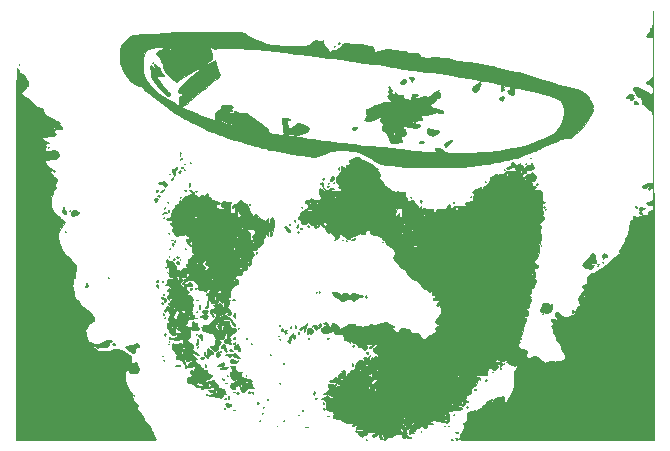
<source format=gbr>
G04 #@! TF.GenerationSoftware,KiCad,Pcbnew,(5.0.1)-3*
G04 #@! TF.CreationDate,2019-10-20T14:25:59+10:30*
G04 #@! TF.ProjectId,LED Glasses v2,4C454420476C61737365732076322E6B,rev?*
G04 #@! TF.SameCoordinates,Original*
G04 #@! TF.FileFunction,Legend,Bot*
G04 #@! TF.FilePolarity,Positive*
%FSLAX46Y46*%
G04 Gerber Fmt 4.6, Leading zero omitted, Abs format (unit mm)*
G04 Created by KiCad (PCBNEW (5.0.1)-3) date 20/10/2019 2:25:59 PM*
%MOMM*%
%LPD*%
G01*
G04 APERTURE LIST*
%ADD10C,0.010000*%
G04 APERTURE END LIST*
D10*
G04 #@! TO.C,G\002A\002A\002A*
G36*
X105772857Y-90853985D02*
X105736571Y-90890271D01*
X105700286Y-90853985D01*
X105736571Y-90817699D01*
X105772857Y-90853985D01*
X105772857Y-90853985D01*
G37*
X105772857Y-90853985D02*
X105736571Y-90890271D01*
X105700286Y-90853985D01*
X105736571Y-90817699D01*
X105772857Y-90853985D01*
G36*
X105944541Y-91011201D02*
X106036772Y-91100118D01*
X106155894Y-91216947D01*
X106248686Y-91253128D01*
X106342292Y-91310035D01*
X106353428Y-91356104D01*
X106386970Y-91486670D01*
X106467478Y-91656248D01*
X106564780Y-91811797D01*
X106648701Y-91900273D01*
X106666140Y-91905812D01*
X106694158Y-91950886D01*
X106684269Y-91971935D01*
X106593383Y-92004554D01*
X106416442Y-92005471D01*
X106353415Y-91998665D01*
X106163351Y-91984259D01*
X106078664Y-92015644D01*
X106063143Y-92077167D01*
X106109052Y-92181840D01*
X106231635Y-92364036D01*
X106408174Y-92595505D01*
X106615953Y-92847997D01*
X106832252Y-93093263D01*
X107034356Y-93303053D01*
X107095706Y-93361193D01*
X107222138Y-93497936D01*
X107240191Y-93590246D01*
X107209906Y-93633336D01*
X107074423Y-93709330D01*
X106926089Y-93656985D01*
X106844048Y-93587509D01*
X106369478Y-93112054D01*
X106010820Y-92703763D01*
X105761177Y-92352438D01*
X105613651Y-92047884D01*
X105564764Y-91797414D01*
X105700286Y-91797414D01*
X105736571Y-91833699D01*
X105772857Y-91797414D01*
X105736571Y-91761128D01*
X105700286Y-91797414D01*
X105564764Y-91797414D01*
X105561346Y-91779904D01*
X105564036Y-91695223D01*
X105556479Y-91507128D01*
X105918000Y-91507128D01*
X105954286Y-91543414D01*
X105990571Y-91507128D01*
X105954286Y-91470842D01*
X105918000Y-91507128D01*
X105556479Y-91507128D01*
X105555245Y-91476432D01*
X105524807Y-91336537D01*
X105503221Y-91165195D01*
X105557771Y-91083624D01*
X105659147Y-91113378D01*
X105726503Y-91188205D01*
X105824544Y-91292126D01*
X105890386Y-91304932D01*
X105891758Y-91217749D01*
X105852246Y-91152486D01*
X105804350Y-91048983D01*
X105847704Y-90997722D01*
X105944541Y-91011201D01*
X105944541Y-91011201D01*
G37*
X105944541Y-91011201D02*
X106036772Y-91100118D01*
X106155894Y-91216947D01*
X106248686Y-91253128D01*
X106342292Y-91310035D01*
X106353428Y-91356104D01*
X106386970Y-91486670D01*
X106467478Y-91656248D01*
X106564780Y-91811797D01*
X106648701Y-91900273D01*
X106666140Y-91905812D01*
X106694158Y-91950886D01*
X106684269Y-91971935D01*
X106593383Y-92004554D01*
X106416442Y-92005471D01*
X106353415Y-91998665D01*
X106163351Y-91984259D01*
X106078664Y-92015644D01*
X106063143Y-92077167D01*
X106109052Y-92181840D01*
X106231635Y-92364036D01*
X106408174Y-92595505D01*
X106615953Y-92847997D01*
X106832252Y-93093263D01*
X107034356Y-93303053D01*
X107095706Y-93361193D01*
X107222138Y-93497936D01*
X107240191Y-93590246D01*
X107209906Y-93633336D01*
X107074423Y-93709330D01*
X106926089Y-93656985D01*
X106844048Y-93587509D01*
X106369478Y-93112054D01*
X106010820Y-92703763D01*
X105761177Y-92352438D01*
X105613651Y-92047884D01*
X105564764Y-91797414D01*
X105700286Y-91797414D01*
X105736571Y-91833699D01*
X105772857Y-91797414D01*
X105736571Y-91761128D01*
X105700286Y-91797414D01*
X105564764Y-91797414D01*
X105561346Y-91779904D01*
X105564036Y-91695223D01*
X105556479Y-91507128D01*
X105918000Y-91507128D01*
X105954286Y-91543414D01*
X105990571Y-91507128D01*
X105954286Y-91470842D01*
X105918000Y-91507128D01*
X105556479Y-91507128D01*
X105555245Y-91476432D01*
X105524807Y-91336537D01*
X105503221Y-91165195D01*
X105557771Y-91083624D01*
X105659147Y-91113378D01*
X105726503Y-91188205D01*
X105824544Y-91292126D01*
X105890386Y-91304932D01*
X105891758Y-91217749D01*
X105852246Y-91152486D01*
X105804350Y-91048983D01*
X105847704Y-90997722D01*
X105944541Y-91011201D01*
G36*
X127779076Y-92070384D02*
X127824905Y-92140254D01*
X127820916Y-92177580D01*
X127742550Y-92296929D01*
X127608727Y-92312477D01*
X127489857Y-92234308D01*
X127410261Y-92120018D01*
X127444357Y-92065827D01*
X127606820Y-92051453D01*
X127622178Y-92051414D01*
X127779076Y-92070384D01*
X127779076Y-92070384D01*
G37*
X127779076Y-92070384D02*
X127824905Y-92140254D01*
X127820916Y-92177580D01*
X127742550Y-92296929D01*
X127608727Y-92312477D01*
X127489857Y-92234308D01*
X127410261Y-92120018D01*
X127444357Y-92065827D01*
X127606820Y-92051453D01*
X127622178Y-92051414D01*
X127779076Y-92070384D01*
G36*
X127689428Y-92450557D02*
X127653143Y-92486842D01*
X127616857Y-92450557D01*
X127653143Y-92414271D01*
X127689428Y-92450557D01*
X127689428Y-92450557D01*
G37*
X127689428Y-92450557D02*
X127653143Y-92486842D01*
X127616857Y-92450557D01*
X127653143Y-92414271D01*
X127689428Y-92450557D01*
G36*
X127173835Y-92297901D02*
X127209569Y-92397443D01*
X127164925Y-92530369D01*
X127042268Y-92672741D01*
X126857646Y-92686517D01*
X126764143Y-92656494D01*
X126686795Y-92572121D01*
X126710214Y-92454685D01*
X126808972Y-92342831D01*
X126957643Y-92275205D01*
X127019007Y-92269128D01*
X127173835Y-92297901D01*
X127173835Y-92297901D01*
G37*
X127173835Y-92297901D02*
X127209569Y-92397443D01*
X127164925Y-92530369D01*
X127042268Y-92672741D01*
X126857646Y-92686517D01*
X126764143Y-92656494D01*
X126686795Y-92572121D01*
X126710214Y-92454685D01*
X126808972Y-92342831D01*
X126957643Y-92275205D01*
X127019007Y-92269128D01*
X127173835Y-92297901D01*
G36*
X129939143Y-93176271D02*
X129902857Y-93212557D01*
X129866571Y-93176271D01*
X129902857Y-93139985D01*
X129939143Y-93176271D01*
X129939143Y-93176271D01*
G37*
X129939143Y-93176271D02*
X129902857Y-93212557D01*
X129866571Y-93176271D01*
X129902857Y-93139985D01*
X129939143Y-93176271D01*
G36*
X135411982Y-92854029D02*
X135442618Y-92875785D01*
X135382000Y-92922271D01*
X135328302Y-92979990D01*
X135356093Y-92993731D01*
X135451169Y-93053143D01*
X135482261Y-93107469D01*
X135487333Y-93182382D01*
X135453740Y-93175757D01*
X135387467Y-93182305D01*
X135382000Y-93208274D01*
X135335830Y-93273953D01*
X135256430Y-93282045D01*
X135229600Y-93248842D01*
X135214523Y-93089140D01*
X135223174Y-92936238D01*
X135251009Y-92852614D01*
X135258628Y-92849699D01*
X135411982Y-92854029D01*
X135411982Y-92854029D01*
G37*
X135411982Y-92854029D02*
X135442618Y-92875785D01*
X135382000Y-92922271D01*
X135328302Y-92979990D01*
X135356093Y-92993731D01*
X135451169Y-93053143D01*
X135482261Y-93107469D01*
X135487333Y-93182382D01*
X135453740Y-93175757D01*
X135387467Y-93182305D01*
X135382000Y-93208274D01*
X135335830Y-93273953D01*
X135256430Y-93282045D01*
X135229600Y-93248842D01*
X135214523Y-93089140D01*
X135223174Y-92936238D01*
X135251009Y-92852614D01*
X135258628Y-92849699D01*
X135411982Y-92854029D01*
G36*
X133482381Y-92543432D02*
X133491144Y-92665696D01*
X133453415Y-92782375D01*
X133422571Y-92813414D01*
X133358212Y-92917171D01*
X133348889Y-92980982D01*
X133294608Y-93159822D01*
X133165093Y-93285639D01*
X133004992Y-93332136D01*
X132858952Y-93273020D01*
X132856730Y-93270829D01*
X132787483Y-93142116D01*
X132773513Y-92990609D01*
X132813264Y-92876051D01*
X132867689Y-92849699D01*
X132982712Y-92803594D01*
X133137101Y-92690402D01*
X133161713Y-92668271D01*
X133308027Y-92548614D01*
X133415207Y-92488507D01*
X133426310Y-92486842D01*
X133482381Y-92543432D01*
X133482381Y-92543432D01*
G37*
X133482381Y-92543432D02*
X133491144Y-92665696D01*
X133453415Y-92782375D01*
X133422571Y-92813414D01*
X133358212Y-92917171D01*
X133348889Y-92980982D01*
X133294608Y-93159822D01*
X133165093Y-93285639D01*
X133004992Y-93332136D01*
X132858952Y-93273020D01*
X132856730Y-93270829D01*
X132787483Y-93142116D01*
X132773513Y-92990609D01*
X132813264Y-92876051D01*
X132867689Y-92849699D01*
X132982712Y-92803594D01*
X133137101Y-92690402D01*
X133161713Y-92668271D01*
X133308027Y-92548614D01*
X133415207Y-92488507D01*
X133426310Y-92486842D01*
X133482381Y-92543432D01*
G36*
X126310571Y-93393985D02*
X126274286Y-93430271D01*
X126238000Y-93393985D01*
X126274286Y-93357699D01*
X126310571Y-93393985D01*
X126310571Y-93393985D01*
G37*
X126310571Y-93393985D02*
X126274286Y-93430271D01*
X126238000Y-93393985D01*
X126274286Y-93357699D01*
X126310571Y-93393985D01*
G36*
X135460561Y-93739353D02*
X135438925Y-93888331D01*
X135410521Y-93968621D01*
X135345567Y-94068096D01*
X135244926Y-94058342D01*
X135128050Y-93983567D01*
X135047810Y-93912354D01*
X135065319Y-93855845D01*
X135196200Y-93777926D01*
X135223036Y-93763989D01*
X135390677Y-93700175D01*
X135460561Y-93739353D01*
X135460561Y-93739353D01*
G37*
X135460561Y-93739353D02*
X135438925Y-93888331D01*
X135410521Y-93968621D01*
X135345567Y-94068096D01*
X135244926Y-94058342D01*
X135128050Y-93983567D01*
X135047810Y-93912354D01*
X135065319Y-93855845D01*
X135196200Y-93777926D01*
X135223036Y-93763989D01*
X135390677Y-93700175D01*
X135460561Y-93739353D01*
G36*
X112425238Y-94905890D02*
X112415276Y-94949034D01*
X112376857Y-94954271D01*
X112317123Y-94927718D01*
X112328476Y-94905890D01*
X112414601Y-94897205D01*
X112425238Y-94905890D01*
X112425238Y-94905890D01*
G37*
X112425238Y-94905890D02*
X112415276Y-94949034D01*
X112376857Y-94954271D01*
X112317123Y-94927718D01*
X112328476Y-94905890D01*
X112414601Y-94897205D01*
X112425238Y-94905890D01*
G36*
X123027821Y-96295422D02*
X123044857Y-96353885D01*
X122980214Y-96472083D01*
X122814087Y-96541826D01*
X122712350Y-96550842D01*
X122621318Y-96492622D01*
X122609428Y-96441985D01*
X122664475Y-96345704D01*
X122712350Y-96333128D01*
X122871937Y-96307671D01*
X122930064Y-96289078D01*
X123027821Y-96295422D01*
X123027821Y-96295422D01*
G37*
X123027821Y-96295422D02*
X123044857Y-96353885D01*
X122980214Y-96472083D01*
X122814087Y-96541826D01*
X122712350Y-96550842D01*
X122621318Y-96492622D01*
X122609428Y-96441985D01*
X122664475Y-96345704D01*
X122712350Y-96333128D01*
X122871937Y-96307671D01*
X122930064Y-96289078D01*
X123027821Y-96295422D01*
G36*
X129180635Y-96431396D02*
X129388929Y-96468269D01*
X129664666Y-96525114D01*
X129841136Y-96589817D01*
X129942191Y-96663373D01*
X129964748Y-96739071D01*
X129886094Y-96820757D01*
X129729702Y-96909478D01*
X129525250Y-97009158D01*
X129392695Y-97045505D01*
X129274863Y-97021580D01*
X129117862Y-96942219D01*
X128984117Y-96849436D01*
X128971358Y-96768019D01*
X128993891Y-96734468D01*
X129035027Y-96643804D01*
X128985894Y-96608045D01*
X128936766Y-96534851D01*
X128955174Y-96485155D01*
X128993316Y-96441504D01*
X129058617Y-96423029D01*
X129180635Y-96431396D01*
X129180635Y-96431396D01*
G37*
X129180635Y-96431396D02*
X129388929Y-96468269D01*
X129664666Y-96525114D01*
X129841136Y-96589817D01*
X129942191Y-96663373D01*
X129964748Y-96739071D01*
X129886094Y-96820757D01*
X129729702Y-96909478D01*
X129525250Y-97009158D01*
X129392695Y-97045505D01*
X129274863Y-97021580D01*
X129117862Y-96942219D01*
X128984117Y-96849436D01*
X128971358Y-96768019D01*
X128993891Y-96734468D01*
X129035027Y-96643804D01*
X128985894Y-96608045D01*
X128936766Y-96534851D01*
X128955174Y-96485155D01*
X128993316Y-96441504D01*
X129058617Y-96423029D01*
X129180635Y-96431396D01*
G36*
X128640579Y-97515292D02*
X128705412Y-97565939D01*
X128705429Y-97566842D01*
X128654559Y-97637348D01*
X128638793Y-97639414D01*
X128514755Y-97663357D01*
X128471716Y-97677956D01*
X128351560Y-97683646D01*
X128320638Y-97665861D01*
X128271378Y-97565514D01*
X128355867Y-97506692D01*
X128487714Y-97494271D01*
X128640579Y-97515292D01*
X128640579Y-97515292D01*
G37*
X128640579Y-97515292D02*
X128705412Y-97565939D01*
X128705429Y-97566842D01*
X128654559Y-97637348D01*
X128638793Y-97639414D01*
X128514755Y-97663357D01*
X128471716Y-97677956D01*
X128351560Y-97683646D01*
X128320638Y-97665861D01*
X128271378Y-97565514D01*
X128355867Y-97506692D01*
X128487714Y-97494271D01*
X128640579Y-97515292D01*
G36*
X125843605Y-92886341D02*
X125835873Y-92927099D01*
X125848300Y-93024774D01*
X125922304Y-93107149D01*
X126007209Y-93202013D01*
X125969688Y-93267522D01*
X125909550Y-93358767D01*
X125968527Y-93449399D01*
X126121839Y-93519788D01*
X126326056Y-93549835D01*
X126563517Y-93558432D01*
X126764561Y-93566405D01*
X126800428Y-93567978D01*
X126927801Y-93612129D01*
X126963709Y-93752026D01*
X126963714Y-93754565D01*
X126988553Y-93883141D01*
X127072785Y-93891860D01*
X127073496Y-93891589D01*
X127216893Y-93897692D01*
X127290286Y-93938271D01*
X127406900Y-93985786D01*
X127526960Y-93976762D01*
X127594465Y-93923422D01*
X127585588Y-93873816D01*
X127604418Y-93796378D01*
X127652336Y-93767194D01*
X127724120Y-93676897D01*
X127711892Y-93601848D01*
X127701025Y-93513429D01*
X127783363Y-93523360D01*
X127906670Y-93527346D01*
X127947565Y-93496149D01*
X128031870Y-93469095D01*
X128094233Y-93507541D01*
X128158955Y-93615550D01*
X128115954Y-93692402D01*
X128002595Y-93689169D01*
X127923883Y-93692418D01*
X127925235Y-93738650D01*
X128025555Y-93836898D01*
X128216057Y-93840863D01*
X128468633Y-93753542D01*
X128671421Y-93677607D01*
X128810669Y-93684781D01*
X128859993Y-93709598D01*
X128985554Y-93749065D01*
X129030387Y-93722578D01*
X129521358Y-93722578D01*
X129546020Y-93802868D01*
X129601672Y-93857817D01*
X129633418Y-93803161D01*
X129633961Y-93689867D01*
X129620131Y-93667640D01*
X129550337Y-93650730D01*
X129521358Y-93722578D01*
X129030387Y-93722578D01*
X129030960Y-93722240D01*
X129124354Y-93684800D01*
X129183796Y-93696866D01*
X129290608Y-93678385D01*
X129332766Y-93593686D01*
X129431986Y-93452111D01*
X129614468Y-93336659D01*
X129818819Y-93285339D01*
X129831147Y-93285128D01*
X129951353Y-93347860D01*
X130036337Y-93496994D01*
X130057423Y-93673938D01*
X130046521Y-93725216D01*
X129961269Y-93833777D01*
X129883242Y-93849475D01*
X129762280Y-93890807D01*
X129688708Y-93980201D01*
X129563868Y-94168333D01*
X129417698Y-94313745D01*
X129293409Y-94373666D01*
X129291184Y-94373700D01*
X129216534Y-94422267D01*
X129213429Y-94441087D01*
X129276497Y-94572660D01*
X129429630Y-94683455D01*
X129618718Y-94735952D01*
X129639526Y-94736557D01*
X129811502Y-94759164D01*
X129906486Y-94802983D01*
X130027505Y-94863607D01*
X130156857Y-94893697D01*
X130295603Y-94950073D01*
X130338286Y-95026842D01*
X130297321Y-95115336D01*
X130260448Y-95121849D01*
X129953162Y-95078523D01*
X129710158Y-95066111D01*
X129563164Y-95085411D01*
X129537381Y-95103651D01*
X129440677Y-95154211D01*
X129296231Y-95171985D01*
X129115467Y-95202654D01*
X129008563Y-95260736D01*
X128881208Y-95314297D01*
X128685998Y-95328785D01*
X128657241Y-95326866D01*
X128486673Y-95322648D01*
X128428918Y-95359261D01*
X128441192Y-95419543D01*
X128510048Y-95590006D01*
X128531764Y-95643700D01*
X128530501Y-95714942D01*
X128431895Y-95747004D01*
X128285529Y-95752557D01*
X128056719Y-95780196D01*
X127951892Y-95865569D01*
X127951193Y-95867349D01*
X127914775Y-95986652D01*
X127954957Y-96034111D01*
X128104494Y-96042827D01*
X128124857Y-96042842D01*
X128294936Y-96078538D01*
X128336811Y-96168198D01*
X128242874Y-96285681D01*
X128203345Y-96312592D01*
X128062153Y-96359467D01*
X127844758Y-96356777D01*
X127640916Y-96328200D01*
X127315545Y-96275062D01*
X127107148Y-96247203D01*
X126989982Y-96243494D01*
X126938301Y-96262805D01*
X126926608Y-96296842D01*
X126891238Y-96409498D01*
X126823583Y-96550842D01*
X126724880Y-96732271D01*
X126881028Y-96593621D01*
X127007114Y-96509020D01*
X127085112Y-96502906D01*
X127085884Y-96549038D01*
X127070796Y-96550842D01*
X127068136Y-96585239D01*
X127129999Y-96641557D01*
X127208670Y-96728051D01*
X127193103Y-96839295D01*
X127157542Y-96913699D01*
X127025513Y-97058265D01*
X126904815Y-97077841D01*
X126777245Y-97101122D01*
X126746000Y-97200558D01*
X126781389Y-97340403D01*
X126822402Y-97387781D01*
X126875986Y-97481067D01*
X126820172Y-97578917D01*
X126742066Y-97615341D01*
X126333463Y-97674790D01*
X125989331Y-97650551D01*
X125984000Y-97649323D01*
X125824167Y-97582114D01*
X125787834Y-97474834D01*
X125788846Y-97468391D01*
X125764324Y-97305167D01*
X125719456Y-97227566D01*
X125631773Y-97073954D01*
X125610133Y-96998410D01*
X125554672Y-96881697D01*
X126092857Y-96881697D01*
X126129488Y-96976269D01*
X126207235Y-96960482D01*
X126268230Y-96867027D01*
X126291319Y-96748749D01*
X126280822Y-96714617D01*
X126200108Y-96711187D01*
X126119514Y-96791725D01*
X126092857Y-96881697D01*
X125554672Y-96881697D01*
X125554119Y-96880535D01*
X125515785Y-96854390D01*
X125467235Y-96791115D01*
X125474749Y-96770581D01*
X125455423Y-96686477D01*
X125595905Y-96686477D01*
X125614260Y-96731663D01*
X125684621Y-96681086D01*
X125750315Y-96553712D01*
X125744502Y-96483959D01*
X125702632Y-96430875D01*
X125653141Y-96511532D01*
X125649839Y-96519863D01*
X125595905Y-96686477D01*
X125455423Y-96686477D01*
X125455156Y-96685319D01*
X125388699Y-96613494D01*
X125304238Y-96552079D01*
X125311829Y-96590115D01*
X125330857Y-96623414D01*
X125364606Y-96693527D01*
X125313023Y-96665063D01*
X125268914Y-96629930D01*
X125182888Y-96512509D01*
X125178335Y-96435047D01*
X125163889Y-96335616D01*
X125133295Y-96315655D01*
X125108070Y-96256504D01*
X125167550Y-96183966D01*
X125232892Y-96103187D01*
X125213348Y-96019199D01*
X125131293Y-95923134D01*
X127700480Y-95923134D01*
X127742807Y-95970087D01*
X127748188Y-95970271D01*
X127832045Y-95912123D01*
X127863142Y-95855350D01*
X127865110Y-95770274D01*
X127821014Y-95769171D01*
X127733978Y-95835648D01*
X127700480Y-95923134D01*
X125131293Y-95923134D01*
X125099108Y-95885454D01*
X124985803Y-95722873D01*
X124974885Y-95604343D01*
X125061462Y-95556943D01*
X125155536Y-95573066D01*
X125267758Y-95577392D01*
X125294571Y-95539733D01*
X125233049Y-95480021D01*
X125079983Y-95459105D01*
X124882622Y-95473324D01*
X124688217Y-95519016D01*
X124544017Y-95592522D01*
X124537249Y-95598410D01*
X124371654Y-95690243D01*
X124134299Y-95757417D01*
X124041568Y-95771054D01*
X123807467Y-95779342D01*
X123672469Y-95750430D01*
X123652620Y-95691772D01*
X123732288Y-95627396D01*
X123824565Y-95495310D01*
X123842540Y-95254758D01*
X123823800Y-95135700D01*
X125222000Y-95135700D01*
X125258286Y-95171985D01*
X125294571Y-95135700D01*
X125258286Y-95099414D01*
X125222000Y-95135700D01*
X123823800Y-95135700D01*
X123800954Y-94990557D01*
X123781608Y-94856376D01*
X123801681Y-94820752D01*
X123805893Y-94824132D01*
X123893508Y-94818561D01*
X124042792Y-94741037D01*
X124087957Y-94709822D01*
X124286775Y-94593655D01*
X124553724Y-94473135D01*
X124732143Y-94407646D01*
X124930314Y-94337414D01*
X125875143Y-94337414D01*
X125911428Y-94373700D01*
X125947714Y-94337414D01*
X125911428Y-94301128D01*
X125875143Y-94337414D01*
X124930314Y-94337414D01*
X124952036Y-94329716D01*
X125103187Y-94264751D01*
X125149330Y-94231671D01*
X125214720Y-94214197D01*
X125383551Y-94210401D01*
X125548472Y-94217130D01*
X125766701Y-94219809D01*
X125911714Y-94200685D01*
X125947714Y-94175352D01*
X125899405Y-94084809D01*
X125781565Y-93952861D01*
X125766286Y-93938271D01*
X125634561Y-93781084D01*
X125586322Y-93651153D01*
X125630444Y-93580366D01*
X125665296Y-93575414D01*
X125713656Y-93515955D01*
X125701315Y-93398433D01*
X125693200Y-93248355D01*
X125729930Y-93176314D01*
X125762717Y-93079491D01*
X125727643Y-92990438D01*
X125690085Y-92881463D01*
X125754558Y-92849933D01*
X125768015Y-92849699D01*
X125843605Y-92886341D01*
X125843605Y-92886341D01*
G37*
X125843605Y-92886341D02*
X125835873Y-92927099D01*
X125848300Y-93024774D01*
X125922304Y-93107149D01*
X126007209Y-93202013D01*
X125969688Y-93267522D01*
X125909550Y-93358767D01*
X125968527Y-93449399D01*
X126121839Y-93519788D01*
X126326056Y-93549835D01*
X126563517Y-93558432D01*
X126764561Y-93566405D01*
X126800428Y-93567978D01*
X126927801Y-93612129D01*
X126963709Y-93752026D01*
X126963714Y-93754565D01*
X126988553Y-93883141D01*
X127072785Y-93891860D01*
X127073496Y-93891589D01*
X127216893Y-93897692D01*
X127290286Y-93938271D01*
X127406900Y-93985786D01*
X127526960Y-93976762D01*
X127594465Y-93923422D01*
X127585588Y-93873816D01*
X127604418Y-93796378D01*
X127652336Y-93767194D01*
X127724120Y-93676897D01*
X127711892Y-93601848D01*
X127701025Y-93513429D01*
X127783363Y-93523360D01*
X127906670Y-93527346D01*
X127947565Y-93496149D01*
X128031870Y-93469095D01*
X128094233Y-93507541D01*
X128158955Y-93615550D01*
X128115954Y-93692402D01*
X128002595Y-93689169D01*
X127923883Y-93692418D01*
X127925235Y-93738650D01*
X128025555Y-93836898D01*
X128216057Y-93840863D01*
X128468633Y-93753542D01*
X128671421Y-93677607D01*
X128810669Y-93684781D01*
X128859993Y-93709598D01*
X128985554Y-93749065D01*
X129030387Y-93722578D01*
X129521358Y-93722578D01*
X129546020Y-93802868D01*
X129601672Y-93857817D01*
X129633418Y-93803161D01*
X129633961Y-93689867D01*
X129620131Y-93667640D01*
X129550337Y-93650730D01*
X129521358Y-93722578D01*
X129030387Y-93722578D01*
X129030960Y-93722240D01*
X129124354Y-93684800D01*
X129183796Y-93696866D01*
X129290608Y-93678385D01*
X129332766Y-93593686D01*
X129431986Y-93452111D01*
X129614468Y-93336659D01*
X129818819Y-93285339D01*
X129831147Y-93285128D01*
X129951353Y-93347860D01*
X130036337Y-93496994D01*
X130057423Y-93673938D01*
X130046521Y-93725216D01*
X129961269Y-93833777D01*
X129883242Y-93849475D01*
X129762280Y-93890807D01*
X129688708Y-93980201D01*
X129563868Y-94168333D01*
X129417698Y-94313745D01*
X129293409Y-94373666D01*
X129291184Y-94373700D01*
X129216534Y-94422267D01*
X129213429Y-94441087D01*
X129276497Y-94572660D01*
X129429630Y-94683455D01*
X129618718Y-94735952D01*
X129639526Y-94736557D01*
X129811502Y-94759164D01*
X129906486Y-94802983D01*
X130027505Y-94863607D01*
X130156857Y-94893697D01*
X130295603Y-94950073D01*
X130338286Y-95026842D01*
X130297321Y-95115336D01*
X130260448Y-95121849D01*
X129953162Y-95078523D01*
X129710158Y-95066111D01*
X129563164Y-95085411D01*
X129537381Y-95103651D01*
X129440677Y-95154211D01*
X129296231Y-95171985D01*
X129115467Y-95202654D01*
X129008563Y-95260736D01*
X128881208Y-95314297D01*
X128685998Y-95328785D01*
X128657241Y-95326866D01*
X128486673Y-95322648D01*
X128428918Y-95359261D01*
X128441192Y-95419543D01*
X128510048Y-95590006D01*
X128531764Y-95643700D01*
X128530501Y-95714942D01*
X128431895Y-95747004D01*
X128285529Y-95752557D01*
X128056719Y-95780196D01*
X127951892Y-95865569D01*
X127951193Y-95867349D01*
X127914775Y-95986652D01*
X127954957Y-96034111D01*
X128104494Y-96042827D01*
X128124857Y-96042842D01*
X128294936Y-96078538D01*
X128336811Y-96168198D01*
X128242874Y-96285681D01*
X128203345Y-96312592D01*
X128062153Y-96359467D01*
X127844758Y-96356777D01*
X127640916Y-96328200D01*
X127315545Y-96275062D01*
X127107148Y-96247203D01*
X126989982Y-96243494D01*
X126938301Y-96262805D01*
X126926608Y-96296842D01*
X126891238Y-96409498D01*
X126823583Y-96550842D01*
X126724880Y-96732271D01*
X126881028Y-96593621D01*
X127007114Y-96509020D01*
X127085112Y-96502906D01*
X127085884Y-96549038D01*
X127070796Y-96550842D01*
X127068136Y-96585239D01*
X127129999Y-96641557D01*
X127208670Y-96728051D01*
X127193103Y-96839295D01*
X127157542Y-96913699D01*
X127025513Y-97058265D01*
X126904815Y-97077841D01*
X126777245Y-97101122D01*
X126746000Y-97200558D01*
X126781389Y-97340403D01*
X126822402Y-97387781D01*
X126875986Y-97481067D01*
X126820172Y-97578917D01*
X126742066Y-97615341D01*
X126333463Y-97674790D01*
X125989331Y-97650551D01*
X125984000Y-97649323D01*
X125824167Y-97582114D01*
X125787834Y-97474834D01*
X125788846Y-97468391D01*
X125764324Y-97305167D01*
X125719456Y-97227566D01*
X125631773Y-97073954D01*
X125610133Y-96998410D01*
X125554672Y-96881697D01*
X126092857Y-96881697D01*
X126129488Y-96976269D01*
X126207235Y-96960482D01*
X126268230Y-96867027D01*
X126291319Y-96748749D01*
X126280822Y-96714617D01*
X126200108Y-96711187D01*
X126119514Y-96791725D01*
X126092857Y-96881697D01*
X125554672Y-96881697D01*
X125554119Y-96880535D01*
X125515785Y-96854390D01*
X125467235Y-96791115D01*
X125474749Y-96770581D01*
X125455423Y-96686477D01*
X125595905Y-96686477D01*
X125614260Y-96731663D01*
X125684621Y-96681086D01*
X125750315Y-96553712D01*
X125744502Y-96483959D01*
X125702632Y-96430875D01*
X125653141Y-96511532D01*
X125649839Y-96519863D01*
X125595905Y-96686477D01*
X125455423Y-96686477D01*
X125455156Y-96685319D01*
X125388699Y-96613494D01*
X125304238Y-96552079D01*
X125311829Y-96590115D01*
X125330857Y-96623414D01*
X125364606Y-96693527D01*
X125313023Y-96665063D01*
X125268914Y-96629930D01*
X125182888Y-96512509D01*
X125178335Y-96435047D01*
X125163889Y-96335616D01*
X125133295Y-96315655D01*
X125108070Y-96256504D01*
X125167550Y-96183966D01*
X125232892Y-96103187D01*
X125213348Y-96019199D01*
X125131293Y-95923134D01*
X127700480Y-95923134D01*
X127742807Y-95970087D01*
X127748188Y-95970271D01*
X127832045Y-95912123D01*
X127863142Y-95855350D01*
X127865110Y-95770274D01*
X127821014Y-95769171D01*
X127733978Y-95835648D01*
X127700480Y-95923134D01*
X125131293Y-95923134D01*
X125099108Y-95885454D01*
X124985803Y-95722873D01*
X124974885Y-95604343D01*
X125061462Y-95556943D01*
X125155536Y-95573066D01*
X125267758Y-95577392D01*
X125294571Y-95539733D01*
X125233049Y-95480021D01*
X125079983Y-95459105D01*
X124882622Y-95473324D01*
X124688217Y-95519016D01*
X124544017Y-95592522D01*
X124537249Y-95598410D01*
X124371654Y-95690243D01*
X124134299Y-95757417D01*
X124041568Y-95771054D01*
X123807467Y-95779342D01*
X123672469Y-95750430D01*
X123652620Y-95691772D01*
X123732288Y-95627396D01*
X123824565Y-95495310D01*
X123842540Y-95254758D01*
X123823800Y-95135700D01*
X125222000Y-95135700D01*
X125258286Y-95171985D01*
X125294571Y-95135700D01*
X125258286Y-95099414D01*
X125222000Y-95135700D01*
X123823800Y-95135700D01*
X123800954Y-94990557D01*
X123781608Y-94856376D01*
X123801681Y-94820752D01*
X123805893Y-94824132D01*
X123893508Y-94818561D01*
X124042792Y-94741037D01*
X124087957Y-94709822D01*
X124286775Y-94593655D01*
X124553724Y-94473135D01*
X124732143Y-94407646D01*
X124930314Y-94337414D01*
X125875143Y-94337414D01*
X125911428Y-94373700D01*
X125947714Y-94337414D01*
X125911428Y-94301128D01*
X125875143Y-94337414D01*
X124930314Y-94337414D01*
X124952036Y-94329716D01*
X125103187Y-94264751D01*
X125149330Y-94231671D01*
X125214720Y-94214197D01*
X125383551Y-94210401D01*
X125548472Y-94217130D01*
X125766701Y-94219809D01*
X125911714Y-94200685D01*
X125947714Y-94175352D01*
X125899405Y-94084809D01*
X125781565Y-93952861D01*
X125766286Y-93938271D01*
X125634561Y-93781084D01*
X125586322Y-93651153D01*
X125630444Y-93580366D01*
X125665296Y-93575414D01*
X125713656Y-93515955D01*
X125701315Y-93398433D01*
X125693200Y-93248355D01*
X125729930Y-93176314D01*
X125762717Y-93079491D01*
X125727643Y-92990438D01*
X125690085Y-92881463D01*
X125754558Y-92849933D01*
X125768015Y-92849699D01*
X125843605Y-92886341D01*
G36*
X131073072Y-97424667D02*
X131100286Y-97454492D01*
X131055161Y-97513287D01*
X130944117Y-97632721D01*
X130803650Y-97775974D01*
X130670255Y-97906227D01*
X130580428Y-97986660D01*
X130563010Y-97996542D01*
X130501237Y-97968946D01*
X130465286Y-97954208D01*
X130379255Y-97863058D01*
X130404929Y-97730875D01*
X130530654Y-97593103D01*
X130598626Y-97548699D01*
X130778792Y-97468383D01*
X130952684Y-97424082D01*
X131073072Y-97424667D01*
X131073072Y-97424667D01*
G37*
X131073072Y-97424667D02*
X131100286Y-97454492D01*
X131055161Y-97513287D01*
X130944117Y-97632721D01*
X130803650Y-97775974D01*
X130670255Y-97906227D01*
X130580428Y-97986660D01*
X130563010Y-97996542D01*
X130501237Y-97968946D01*
X130465286Y-97954208D01*
X130379255Y-97863058D01*
X130404929Y-97730875D01*
X130530654Y-97593103D01*
X130598626Y-97548699D01*
X130778792Y-97468383D01*
X130952684Y-97424082D01*
X131073072Y-97424667D01*
G36*
X121623871Y-89175832D02*
X121629714Y-89221128D01*
X121540272Y-89290870D01*
X121520857Y-89293699D01*
X121426875Y-89241159D01*
X121412000Y-89221128D01*
X121434793Y-89164532D01*
X121520857Y-89148557D01*
X121623871Y-89175832D01*
X121623871Y-89175832D01*
G37*
X121623871Y-89175832D02*
X121629714Y-89221128D01*
X121540272Y-89290870D01*
X121520857Y-89293699D01*
X121426875Y-89241159D01*
X121412000Y-89221128D01*
X121434793Y-89164532D01*
X121520857Y-89148557D01*
X121623871Y-89175832D01*
G36*
X121158000Y-89475128D02*
X121121714Y-89511414D01*
X121085428Y-89475128D01*
X121121714Y-89438842D01*
X121158000Y-89475128D01*
X121158000Y-89475128D01*
G37*
X121158000Y-89475128D02*
X121121714Y-89511414D01*
X121085428Y-89475128D01*
X121121714Y-89438842D01*
X121158000Y-89475128D01*
G36*
X94427524Y-90987033D02*
X94436209Y-91073158D01*
X94427524Y-91083795D01*
X94384380Y-91073833D01*
X94379143Y-91035414D01*
X94405696Y-90975679D01*
X94427524Y-90987033D01*
X94427524Y-90987033D01*
G37*
X94427524Y-90987033D02*
X94436209Y-91073158D01*
X94427524Y-91083795D01*
X94384380Y-91073833D01*
X94379143Y-91035414D01*
X94405696Y-90975679D01*
X94427524Y-90987033D01*
G36*
X146436854Y-93557471D02*
X146446386Y-93570954D01*
X146427808Y-93656301D01*
X146359955Y-93713890D01*
X146271501Y-93772415D01*
X146311977Y-93789420D01*
X146364476Y-93790921D01*
X146461064Y-93831976D01*
X146467649Y-93883842D01*
X146392212Y-93958869D01*
X146267409Y-93997880D01*
X146157220Y-93989850D01*
X146122571Y-93943318D01*
X146083875Y-93875135D01*
X146068143Y-93874293D01*
X145956767Y-93876543D01*
X145868571Y-93872000D01*
X145785198Y-93855301D01*
X145796751Y-93805755D01*
X145911838Y-93695390D01*
X145927047Y-93681978D01*
X146129255Y-93548339D01*
X146311587Y-93504187D01*
X146436854Y-93557471D01*
X146436854Y-93557471D01*
G37*
X146436854Y-93557471D02*
X146446386Y-93570954D01*
X146427808Y-93656301D01*
X146359955Y-93713890D01*
X146271501Y-93772415D01*
X146311977Y-93789420D01*
X146364476Y-93790921D01*
X146461064Y-93831976D01*
X146467649Y-93883842D01*
X146392212Y-93958869D01*
X146267409Y-93997880D01*
X146157220Y-93989850D01*
X146122571Y-93943318D01*
X146083875Y-93875135D01*
X146068143Y-93874293D01*
X145956767Y-93876543D01*
X145868571Y-93872000D01*
X145785198Y-93855301D01*
X145796751Y-93805755D01*
X145911838Y-93695390D01*
X145927047Y-93681978D01*
X146129255Y-93548339D01*
X146311587Y-93504187D01*
X146436854Y-93557471D01*
G36*
X146707914Y-94158539D02*
X146831118Y-94259315D01*
X146820954Y-94339681D01*
X146681356Y-94373668D01*
X146675321Y-94373700D01*
X146515715Y-94318991D01*
X146464401Y-94228557D01*
X146464678Y-94109221D01*
X146558953Y-94094570D01*
X146707914Y-94158539D01*
X146707914Y-94158539D01*
G37*
X146707914Y-94158539D02*
X146831118Y-94259315D01*
X146820954Y-94339681D01*
X146681356Y-94373668D01*
X146675321Y-94373700D01*
X146515715Y-94318991D01*
X146464401Y-94228557D01*
X146464678Y-94109221D01*
X146558953Y-94094570D01*
X146707914Y-94158539D01*
G36*
X96919143Y-98038557D02*
X96882857Y-98074842D01*
X96846571Y-98038557D01*
X96882857Y-98002271D01*
X96919143Y-98038557D01*
X96919143Y-98038557D01*
G37*
X96919143Y-98038557D02*
X96882857Y-98074842D01*
X96846571Y-98038557D01*
X96882857Y-98002271D01*
X96919143Y-98038557D01*
G36*
X108095143Y-98473985D02*
X108058857Y-98510271D01*
X108022571Y-98473985D01*
X108058857Y-98437699D01*
X108095143Y-98473985D01*
X108095143Y-98473985D01*
G37*
X108095143Y-98473985D02*
X108058857Y-98510271D01*
X108022571Y-98473985D01*
X108058857Y-98437699D01*
X108095143Y-98473985D01*
G36*
X108072146Y-98641807D02*
X108080797Y-98755227D01*
X108066417Y-98780902D01*
X108033432Y-98759258D01*
X108028301Y-98685652D01*
X108046024Y-98608216D01*
X108072146Y-98641807D01*
X108072146Y-98641807D01*
G37*
X108072146Y-98641807D02*
X108080797Y-98755227D01*
X108066417Y-98780902D01*
X108033432Y-98759258D01*
X108028301Y-98685652D01*
X108046024Y-98608216D01*
X108072146Y-98641807D01*
G36*
X137752667Y-98897319D02*
X137742705Y-98940462D01*
X137704286Y-98945699D01*
X137644551Y-98919147D01*
X137655905Y-98897319D01*
X137742030Y-98888633D01*
X137752667Y-98897319D01*
X137752667Y-98897319D01*
G37*
X137752667Y-98897319D02*
X137742705Y-98940462D01*
X137704286Y-98945699D01*
X137644551Y-98919147D01*
X137655905Y-98897319D01*
X137742030Y-98888633D01*
X137752667Y-98897319D01*
G36*
X108205920Y-98959715D02*
X108184142Y-99013699D01*
X108116416Y-99049891D01*
X108031632Y-99071986D01*
X108066414Y-99018824D01*
X108075790Y-99009266D01*
X108170940Y-98951943D01*
X108205920Y-98959715D01*
X108205920Y-98959715D01*
G37*
X108205920Y-98959715D02*
X108184142Y-99013699D01*
X108116416Y-99049891D01*
X108031632Y-99071986D01*
X108066414Y-99018824D01*
X108075790Y-99009266D01*
X108170940Y-98951943D01*
X108205920Y-98959715D01*
G36*
X108966000Y-99344842D02*
X108929714Y-99381128D01*
X108893428Y-99344842D01*
X108929714Y-99308557D01*
X108966000Y-99344842D01*
X108966000Y-99344842D01*
G37*
X108966000Y-99344842D02*
X108929714Y-99381128D01*
X108893428Y-99344842D01*
X108929714Y-99308557D01*
X108966000Y-99344842D01*
G36*
X137341429Y-99417414D02*
X137305143Y-99453699D01*
X137268857Y-99417414D01*
X137305143Y-99381128D01*
X137341429Y-99417414D01*
X137341429Y-99417414D01*
G37*
X137341429Y-99417414D02*
X137305143Y-99453699D01*
X137268857Y-99417414D01*
X137305143Y-99381128D01*
X137341429Y-99417414D01*
G36*
X108506381Y-99405319D02*
X108496419Y-99448462D01*
X108458000Y-99453699D01*
X108398265Y-99427147D01*
X108409619Y-99405319D01*
X108495744Y-99396633D01*
X108506381Y-99405319D01*
X108506381Y-99405319D01*
G37*
X108506381Y-99405319D02*
X108496419Y-99448462D01*
X108458000Y-99453699D01*
X108398265Y-99427147D01*
X108409619Y-99405319D01*
X108495744Y-99396633D01*
X108506381Y-99405319D01*
G36*
X111530951Y-88249167D02*
X112621920Y-88263991D01*
X112669112Y-88264783D01*
X113012522Y-88272514D01*
X113245169Y-88287107D01*
X113401429Y-88316471D01*
X113515678Y-88368517D01*
X113622291Y-88451155D01*
X113671448Y-88495414D01*
X113840660Y-88628991D01*
X113982464Y-88705828D01*
X114018264Y-88713128D01*
X114135706Y-88743898D01*
X114336954Y-88824353D01*
X114565277Y-88930723D01*
X114854443Y-89065303D01*
X115134510Y-89172524D01*
X115430251Y-89257078D01*
X115766442Y-89323659D01*
X116167855Y-89376961D01*
X116659263Y-89421676D01*
X117265441Y-89462499D01*
X117420571Y-89471649D01*
X117720624Y-89478978D01*
X118085206Y-89473792D01*
X118427889Y-89457650D01*
X118722104Y-89432370D01*
X118901381Y-89400259D01*
X118995912Y-89352521D01*
X119035843Y-89280536D01*
X119099492Y-89180014D01*
X119153383Y-89170516D01*
X119257645Y-89143189D01*
X119356474Y-89059729D01*
X119465193Y-88970639D01*
X119601206Y-88961063D01*
X119730684Y-88990792D01*
X119950652Y-89024010D01*
X120062639Y-88981175D01*
X120120543Y-88962088D01*
X120141536Y-89070969D01*
X120142000Y-89105455D01*
X120211724Y-89331187D01*
X120328848Y-89456071D01*
X120483721Y-89615089D01*
X120581052Y-89774944D01*
X120670501Y-89915461D01*
X120768387Y-89936925D01*
X120836491Y-89850963D01*
X120934675Y-89785431D01*
X121088213Y-89786628D01*
X121247250Y-89786347D01*
X121303143Y-89737365D01*
X121361788Y-89665726D01*
X121412000Y-89656557D01*
X121508614Y-89619965D01*
X121520857Y-89588876D01*
X121580906Y-89515799D01*
X121671248Y-89473462D01*
X121780247Y-89393582D01*
X121780650Y-89318912D01*
X121781271Y-89271982D01*
X121841746Y-89243520D01*
X121984443Y-89231205D01*
X122231732Y-89232717D01*
X122519258Y-89242298D01*
X122966351Y-89268780D01*
X123387657Y-89310515D01*
X123759924Y-89363499D01*
X124059897Y-89423728D01*
X124264324Y-89487198D01*
X124349950Y-89549905D01*
X124351143Y-89557714D01*
X124408636Y-89659484D01*
X124441857Y-89677723D01*
X124496179Y-89726183D01*
X124441857Y-89807142D01*
X124364188Y-89914451D01*
X124351143Y-89954811D01*
X124413173Y-89969032D01*
X124570801Y-89948931D01*
X124781335Y-89904253D01*
X125002082Y-89844744D01*
X125190349Y-89780149D01*
X125263586Y-89746525D01*
X125465624Y-89697604D01*
X125771824Y-89700847D01*
X126151542Y-89754631D01*
X126383143Y-89805792D01*
X126634626Y-89855505D01*
X126866065Y-89881313D01*
X126922284Y-89882416D01*
X127111839Y-89906385D01*
X127235083Y-89961257D01*
X127357358Y-90004239D01*
X127573482Y-90031667D01*
X127788873Y-90037562D01*
X128038204Y-90037623D01*
X128182327Y-90057847D01*
X128261105Y-90113956D01*
X128314403Y-90221671D01*
X128324807Y-90248917D01*
X128402305Y-90397854D01*
X128498954Y-90432599D01*
X128559787Y-90418715D01*
X128720477Y-90410371D01*
X128802108Y-90444736D01*
X128949515Y-90483559D01*
X129166870Y-90457159D01*
X129454221Y-90419944D01*
X129816135Y-90412986D01*
X130215618Y-90432464D01*
X130615673Y-90474553D01*
X130979306Y-90535432D01*
X131269520Y-90611278D01*
X131441517Y-90692202D01*
X131575672Y-90724732D01*
X131680857Y-90708842D01*
X131840308Y-90699111D01*
X131920197Y-90731281D01*
X132031489Y-90770790D01*
X132244367Y-90809570D01*
X132515442Y-90839958D01*
X132551714Y-90842819D01*
X133061585Y-90890623D01*
X133519962Y-90951981D01*
X133896233Y-91022024D01*
X134159785Y-91095888D01*
X134171153Y-91100260D01*
X134399574Y-91161235D01*
X134584156Y-91180557D01*
X134748007Y-91200683D01*
X134832539Y-91244754D01*
X134922220Y-91292403D01*
X135105033Y-91340714D01*
X135217822Y-91360678D01*
X135436804Y-91400441D01*
X135596738Y-91442088D01*
X135636000Y-91458968D01*
X135736008Y-91491809D01*
X135942557Y-91540487D01*
X136219064Y-91596722D01*
X136361714Y-91623215D01*
X136681518Y-91685054D01*
X136971016Y-91748463D01*
X137182720Y-91802782D01*
X137232571Y-91818707D01*
X137721650Y-91986145D01*
X138246882Y-92153678D01*
X138750212Y-92303370D01*
X139155714Y-92412842D01*
X139452048Y-92490834D01*
X139721113Y-92568431D01*
X139908081Y-92629760D01*
X139917714Y-92633436D01*
X140148774Y-92711436D01*
X140511743Y-92817877D01*
X140996782Y-92949994D01*
X141594051Y-93105026D01*
X141623143Y-93112429D01*
X141941130Y-93212955D01*
X142182159Y-93346568D01*
X142403286Y-93539488D01*
X142568165Y-93716694D01*
X142680080Y-93861910D01*
X142711714Y-93930164D01*
X142748022Y-94037841D01*
X142839736Y-94212939D01*
X142891853Y-94299085D01*
X142991647Y-94488715D01*
X143013737Y-94608411D01*
X142999526Y-94629228D01*
X142960687Y-94718879D01*
X142971363Y-94745696D01*
X142992179Y-94858395D01*
X142968208Y-94999408D01*
X142916701Y-95110762D01*
X142855561Y-95134898D01*
X142816639Y-95149019D01*
X142828932Y-95203890D01*
X142811455Y-95321984D01*
X142755530Y-95360566D01*
X142654740Y-95438303D01*
X142639143Y-95483119D01*
X142596957Y-95598004D01*
X142486175Y-95790729D01*
X142330458Y-96027083D01*
X142153469Y-96272857D01*
X141978869Y-96493842D01*
X141830321Y-96655829D01*
X141823691Y-96662055D01*
X141513445Y-96936579D01*
X141264533Y-97117832D01*
X141044233Y-97223088D01*
X140819822Y-97269619D01*
X140659518Y-97276557D01*
X140388096Y-97293525D01*
X140216864Y-97351854D01*
X140141932Y-97414513D01*
X139986706Y-97521043D01*
X139773890Y-97597545D01*
X139749685Y-97602526D01*
X139526189Y-97663985D01*
X139254531Y-97764840D01*
X139112426Y-97827427D01*
X138894309Y-97923921D01*
X138723932Y-97987422D01*
X138658855Y-98002271D01*
X138579679Y-98051330D01*
X138575143Y-98074842D01*
X138517031Y-98140705D01*
X138475172Y-98147414D01*
X138347988Y-98198612D01*
X138284857Y-98256271D01*
X138150252Y-98335727D01*
X137978745Y-98365128D01*
X137760400Y-98407964D01*
X137570346Y-98500217D01*
X137360869Y-98608042D01*
X137120602Y-98682115D01*
X137112864Y-98683566D01*
X136912534Y-98743569D01*
X136770284Y-98827037D01*
X136759263Y-98838763D01*
X136619078Y-98925023D01*
X136503508Y-98945699D01*
X136304836Y-98964242D01*
X136029993Y-99011256D01*
X135741603Y-99073824D01*
X135502292Y-99139025D01*
X135418286Y-99169574D01*
X135289210Y-99205118D01*
X135052576Y-99252618D01*
X134744753Y-99305270D01*
X134474857Y-99346075D01*
X134083063Y-99401921D01*
X133681311Y-99459187D01*
X133328956Y-99509414D01*
X133168571Y-99532278D01*
X132806897Y-99581624D01*
X132406987Y-99632926D01*
X132152571Y-99663652D01*
X131892167Y-99683898D01*
X131512780Y-99700003D01*
X131040513Y-99711939D01*
X130501468Y-99719676D01*
X129921746Y-99723187D01*
X129327450Y-99722441D01*
X128744682Y-99717410D01*
X128199544Y-99708065D01*
X127718138Y-99694377D01*
X127326566Y-99676317D01*
X127217714Y-99669116D01*
X126513554Y-99612226D01*
X125935364Y-99551809D01*
X125463978Y-99483004D01*
X125080229Y-99400945D01*
X124764951Y-99300771D01*
X124498977Y-99177619D01*
X124263141Y-99026624D01*
X124069166Y-98870227D01*
X123890556Y-98738353D01*
X123734107Y-98662565D01*
X123692449Y-98655414D01*
X123560435Y-98623833D01*
X123521501Y-98590818D01*
X123408277Y-98515274D01*
X123181203Y-98440860D01*
X122871504Y-98373147D01*
X122510405Y-98317707D01*
X122129130Y-98280112D01*
X121758903Y-98265933D01*
X121702286Y-98266215D01*
X121362145Y-98274477D01*
X121101304Y-98297071D01*
X120867749Y-98344913D01*
X120609471Y-98428918D01*
X120274459Y-98560002D01*
X120244457Y-98572171D01*
X119512343Y-98869476D01*
X118793029Y-98764033D01*
X118411150Y-98704633D01*
X118013800Y-98637262D01*
X117668086Y-98573466D01*
X117565714Y-98552875D01*
X117158574Y-98471319D01*
X116741584Y-98393253D01*
X116345419Y-98323860D01*
X116000757Y-98268323D01*
X115738272Y-98231823D01*
X115592426Y-98219503D01*
X115446054Y-98190223D01*
X115388571Y-98147414D01*
X115290513Y-98095224D01*
X115129304Y-98074842D01*
X114927593Y-98051720D01*
X114788872Y-98005627D01*
X114657089Y-97955185D01*
X114431590Y-97888911D01*
X114160670Y-97820974D01*
X114154857Y-97819635D01*
X113849308Y-97744877D01*
X113555393Y-97665526D01*
X113356571Y-97605114D01*
X113120666Y-97529855D01*
X112824400Y-97440829D01*
X112630857Y-97385233D01*
X112356822Y-97302998D01*
X112106460Y-97218921D01*
X111977714Y-97169322D01*
X111760269Y-97083056D01*
X111591547Y-97022557D01*
X117021428Y-97022557D01*
X117057714Y-97058842D01*
X117094000Y-97022557D01*
X117057714Y-96986271D01*
X117021428Y-97022557D01*
X111591547Y-97022557D01*
X111508514Y-96992784D01*
X111469714Y-96979809D01*
X111271552Y-96906596D01*
X111132239Y-96841051D01*
X111110486Y-96826313D01*
X110983344Y-96776174D01*
X110908341Y-96768557D01*
X110775978Y-96733544D01*
X110595362Y-96659699D01*
X115062000Y-96659699D01*
X115098286Y-96695985D01*
X115134571Y-96659699D01*
X115098286Y-96623414D01*
X115062000Y-96659699D01*
X110595362Y-96659699D01*
X110524991Y-96630928D01*
X110163211Y-96464348D01*
X110156190Y-96460920D01*
X113714618Y-96460920D01*
X113785952Y-96472542D01*
X113880079Y-96459199D01*
X113881202Y-96434426D01*
X113784073Y-96417102D01*
X113742107Y-96428696D01*
X113714618Y-96460920D01*
X110156190Y-96460920D01*
X109698471Y-96237439D01*
X109138603Y-95953837D01*
X109002286Y-95883599D01*
X108794952Y-95776747D01*
X111239905Y-95776747D01*
X111249867Y-95819891D01*
X111288286Y-95825128D01*
X111348020Y-95798575D01*
X111338124Y-95779548D01*
X111506000Y-95779548D01*
X111570506Y-95851125D01*
X111736419Y-95934158D01*
X111962332Y-96014211D01*
X112206836Y-96076848D01*
X112428523Y-96107634D01*
X112449429Y-96108448D01*
X112565267Y-96101360D01*
X112549938Y-96062932D01*
X112522000Y-96043849D01*
X112383645Y-95989471D01*
X112172927Y-95939329D01*
X112107053Y-95928213D01*
X111896036Y-95876572D01*
X111742950Y-95804182D01*
X111717167Y-95780953D01*
X111601407Y-95689338D01*
X111522059Y-95710287D01*
X111506000Y-95779548D01*
X111338124Y-95779548D01*
X111336667Y-95776747D01*
X111250541Y-95768062D01*
X111239905Y-95776747D01*
X108794952Y-95776747D01*
X108722666Y-95739494D01*
X108446157Y-95597591D01*
X108276571Y-95510998D01*
X108037089Y-95378897D01*
X107754445Y-95208199D01*
X107475560Y-95028751D01*
X107247359Y-94870401D01*
X107150516Y-94794720D01*
X107013395Y-94690087D01*
X106832479Y-94566397D01*
X106823945Y-94560886D01*
X106811948Y-94552404D01*
X108216809Y-94552404D01*
X108223212Y-94593444D01*
X108335937Y-94672849D01*
X108458000Y-94745436D01*
X108685303Y-94868210D01*
X108891535Y-94963809D01*
X108966000Y-94991291D01*
X109131661Y-95051883D01*
X109367772Y-95149627D01*
X109546571Y-95228730D01*
X109829150Y-95349940D01*
X110130092Y-95466613D01*
X110427718Y-95572200D01*
X110700346Y-95660154D01*
X110926299Y-95723927D01*
X111083894Y-95756970D01*
X111151454Y-95752736D01*
X111107297Y-95704676D01*
X111094326Y-95696202D01*
X111048572Y-95596080D01*
X111038169Y-95462271D01*
X111796286Y-95462271D01*
X111822838Y-95522005D01*
X111844667Y-95510652D01*
X111853352Y-95424527D01*
X111844667Y-95413890D01*
X111801523Y-95423852D01*
X111796286Y-95462271D01*
X111038169Y-95462271D01*
X111034457Y-95414534D01*
X111050739Y-95211512D01*
X111096175Y-95046961D01*
X111108242Y-95024601D01*
X111208991Y-94940056D01*
X111335988Y-94877359D01*
X111454932Y-94807948D01*
X111477108Y-94748519D01*
X111484407Y-94648635D01*
X111536756Y-94548812D01*
X111628763Y-94465500D01*
X111781376Y-94422808D01*
X112034804Y-94410035D01*
X112058429Y-94409985D01*
X112341287Y-94430152D01*
X112487479Y-94495111D01*
X112500392Y-94611552D01*
X112383411Y-94786167D01*
X112295830Y-94878990D01*
X112158136Y-95031036D01*
X112121165Y-95122071D01*
X112165270Y-95177308D01*
X112296221Y-95232649D01*
X112340571Y-95237716D01*
X112356544Y-95214282D01*
X112322429Y-95196494D01*
X112232997Y-95131423D01*
X112265661Y-95082733D01*
X112397881Y-95078958D01*
X112413143Y-95081652D01*
X112552455Y-95081211D01*
X112594571Y-95035303D01*
X112645930Y-94963745D01*
X112764453Y-94969589D01*
X112896807Y-95049322D01*
X112903289Y-95055642D01*
X113046849Y-95121361D01*
X113296007Y-95123684D01*
X113343143Y-95118861D01*
X113564766Y-95105685D01*
X113714978Y-95145564D01*
X113864596Y-95262613D01*
X113918242Y-95314689D01*
X114137290Y-95495422D01*
X114399136Y-95664608D01*
X114481429Y-95708005D01*
X114718928Y-95847654D01*
X114968043Y-96032060D01*
X115198709Y-96233876D01*
X115380863Y-96425752D01*
X115484441Y-96580339D01*
X115497429Y-96632251D01*
X115509642Y-96705843D01*
X115563089Y-96761262D01*
X115682983Y-96808150D01*
X115894536Y-96856151D01*
X116222958Y-96914907D01*
X116247302Y-96919048D01*
X116509229Y-96953625D01*
X116707170Y-96960970D01*
X116801045Y-96940340D01*
X116813115Y-96845213D01*
X116795640Y-96645328D01*
X116752476Y-96377176D01*
X116729214Y-96260557D01*
X116668650Y-95961500D01*
X116640011Y-95772962D01*
X116642871Y-95663970D01*
X116676805Y-95603553D01*
X116719757Y-95573023D01*
X116896948Y-95501376D01*
X117065118Y-95532638D01*
X117130286Y-95563598D01*
X117270201Y-95616348D01*
X117335251Y-95621034D01*
X117362517Y-95649734D01*
X117349111Y-95678187D01*
X117242965Y-95746648D01*
X117198574Y-95752557D01*
X117115630Y-95815775D01*
X117094000Y-95933985D01*
X117118068Y-96070382D01*
X117164294Y-96115414D01*
X117207842Y-96167023D01*
X117199720Y-96206277D01*
X117226237Y-96309773D01*
X117310855Y-96388321D01*
X117421000Y-96442105D01*
X117455610Y-96400021D01*
X117456857Y-96370029D01*
X117518021Y-96280863D01*
X117608794Y-96260557D01*
X117753674Y-96198336D01*
X117798687Y-96115414D01*
X117841306Y-96021198D01*
X117926149Y-95979761D01*
X118084195Y-95987710D01*
X118346425Y-96041651D01*
X118386292Y-96051036D01*
X118663438Y-96152508D01*
X118870206Y-96297315D01*
X118974408Y-96460617D01*
X118980857Y-96509853D01*
X118919721Y-96582825D01*
X118759694Y-96688409D01*
X118542963Y-96800088D01*
X118267373Y-96914077D01*
X118054586Y-96959576D01*
X117844261Y-96944919D01*
X117710857Y-96915025D01*
X117556179Y-96898948D01*
X117375613Y-96908804D01*
X117226609Y-96937901D01*
X117166571Y-96978404D01*
X117227372Y-97051564D01*
X117365902Y-97093375D01*
X117516354Y-97094016D01*
X117612148Y-97044908D01*
X117663906Y-97000630D01*
X117673460Y-97029209D01*
X117742315Y-97071056D01*
X117932727Y-97123159D01*
X118221940Y-97180286D01*
X118563571Y-97233892D01*
X118947365Y-97289171D01*
X119316109Y-97344241D01*
X119625346Y-97392350D01*
X119815428Y-97424008D01*
X120100998Y-97468869D01*
X120499969Y-97522975D01*
X120981200Y-97582404D01*
X121513547Y-97643235D01*
X121811143Y-97675270D01*
X122037074Y-97699808D01*
X122349787Y-97734733D01*
X122691901Y-97773618D01*
X122790857Y-97784999D01*
X123575500Y-97872025D01*
X124274134Y-97942400D01*
X124869665Y-97994549D01*
X125344998Y-98026894D01*
X125483938Y-98033408D01*
X125748234Y-98048651D01*
X125955299Y-98069576D01*
X126062372Y-98091797D01*
X126064509Y-98092970D01*
X126165836Y-98119656D01*
X126366682Y-98150605D01*
X126600857Y-98176805D01*
X126903306Y-98207061D01*
X127195296Y-98239034D01*
X127362857Y-98259343D01*
X127684417Y-98299998D01*
X127965172Y-98331156D01*
X128252829Y-98357184D01*
X128595095Y-98382449D01*
X128986097Y-98407947D01*
X129811052Y-98460020D01*
X129724075Y-98297501D01*
X129671983Y-98161668D01*
X129676109Y-98095971D01*
X129770504Y-98085792D01*
X129939563Y-98122444D01*
X130131100Y-98187704D01*
X130292929Y-98263349D01*
X130372867Y-98331158D01*
X130374571Y-98339865D01*
X130437273Y-98413844D01*
X130574143Y-98459696D01*
X130770032Y-98476774D01*
X131082715Y-98487557D01*
X131483987Y-98492282D01*
X131945646Y-98491192D01*
X132439490Y-98484523D01*
X132937316Y-98472518D01*
X133410920Y-98455414D01*
X133832101Y-98433452D01*
X133858000Y-98431797D01*
X134281459Y-98398740D01*
X134710010Y-98355670D01*
X135093612Y-98308166D01*
X135382000Y-98261853D01*
X135735040Y-98194240D01*
X136113046Y-98124064D01*
X136398000Y-98072922D01*
X136763633Y-97992803D01*
X137206235Y-97871777D01*
X137672111Y-97726653D01*
X138107569Y-97574241D01*
X138458915Y-97431352D01*
X138483638Y-97419971D01*
X138680783Y-97334325D01*
X138824740Y-97283048D01*
X138858675Y-97276557D01*
X138956929Y-97246128D01*
X139136992Y-97167974D01*
X139278416Y-97099586D01*
X139650662Y-96864718D01*
X139989121Y-96563583D01*
X140258346Y-96232824D01*
X140419123Y-95920381D01*
X140491547Y-95600243D01*
X140529297Y-95204331D01*
X140529142Y-94798566D01*
X140490566Y-94462101D01*
X140389641Y-94264496D01*
X140183891Y-94058066D01*
X139908684Y-93871559D01*
X139599388Y-93733724D01*
X139591143Y-93731027D01*
X139202140Y-93610926D01*
X138767994Y-93486726D01*
X138311627Y-93363913D01*
X137855964Y-93247972D01*
X137423927Y-93144390D01*
X137038440Y-93058653D01*
X136722426Y-92996247D01*
X136498809Y-92962659D01*
X136390510Y-92963374D01*
X136388366Y-92964511D01*
X136348208Y-93055543D01*
X136326615Y-93233427D01*
X136325429Y-93289411D01*
X136315605Y-93474312D01*
X136267663Y-93555813D01*
X136153891Y-93575282D01*
X136133858Y-93575414D01*
X135936919Y-93517013D01*
X135791311Y-93373051D01*
X135747165Y-93230699D01*
X135804831Y-93154472D01*
X135874556Y-93139985D01*
X135988742Y-93079381D01*
X136014536Y-93003507D01*
X135992978Y-92915098D01*
X135890153Y-92859907D01*
X135678186Y-92821046D01*
X135464718Y-92784500D01*
X135316047Y-92743889D01*
X135282336Y-92725845D01*
X135173974Y-92672282D01*
X135107987Y-92656672D01*
X134984979Y-92633551D01*
X134758552Y-92588037D01*
X134467251Y-92527944D01*
X134298996Y-92492698D01*
X133999294Y-92434205D01*
X133753584Y-92394885D01*
X133595837Y-92379725D01*
X133558091Y-92383933D01*
X133454648Y-92382981D01*
X133371095Y-92350175D01*
X133238086Y-92305624D01*
X133008294Y-92252358D01*
X132728767Y-92201131D01*
X132696857Y-92196060D01*
X132368044Y-92142907D01*
X132038672Y-92086852D01*
X131791474Y-92042153D01*
X131453525Y-91982106D01*
X131026229Y-91912867D01*
X130533013Y-91837602D01*
X129997305Y-91759481D01*
X129442531Y-91681669D01*
X128892117Y-91607336D01*
X128369492Y-91539649D01*
X127898081Y-91481776D01*
X127501312Y-91436883D01*
X127202611Y-91408140D01*
X127032657Y-91398677D01*
X126818515Y-91385038D01*
X126665452Y-91351137D01*
X126633514Y-91333126D01*
X126533102Y-91292933D01*
X126328160Y-91244408D01*
X126058263Y-91196542D01*
X125984000Y-91185551D01*
X125278723Y-91085869D01*
X124696738Y-91004693D01*
X124217757Y-90939274D01*
X123821493Y-90886866D01*
X123487658Y-90844724D01*
X123298857Y-90822043D01*
X122641057Y-90738583D01*
X122091237Y-90655949D01*
X121662545Y-90576280D01*
X121412000Y-90515063D01*
X121154176Y-90464565D01*
X120856065Y-90439089D01*
X120758857Y-90438403D01*
X120450888Y-90428491D01*
X120123260Y-90394436D01*
X120033143Y-90379865D01*
X119926114Y-90362571D01*
X122913901Y-90362571D01*
X122996000Y-90379745D01*
X123101050Y-90382271D01*
X123272875Y-90361388D01*
X123370537Y-90311138D01*
X123370753Y-90310792D01*
X123344245Y-90271127D01*
X123196462Y-90281093D01*
X123175465Y-90284931D01*
X122974111Y-90330458D01*
X122913901Y-90362571D01*
X119926114Y-90362571D01*
X119733715Y-90331483D01*
X119400020Y-90286345D01*
X119287068Y-90273414D01*
X122246571Y-90273414D01*
X122282857Y-90309700D01*
X122319143Y-90273414D01*
X122282857Y-90237128D01*
X122246571Y-90273414D01*
X119287068Y-90273414D01*
X119271143Y-90271591D01*
X119050941Y-90246494D01*
X118726504Y-90207141D01*
X118337468Y-90158443D01*
X117923470Y-90105310D01*
X117819714Y-90091779D01*
X116967127Y-89985218D01*
X116124018Y-89889360D01*
X115303487Y-89805047D01*
X114518631Y-89733119D01*
X113782549Y-89674420D01*
X113108337Y-89629789D01*
X112509094Y-89600069D01*
X111997918Y-89586103D01*
X111587906Y-89588730D01*
X111292158Y-89608793D01*
X111123769Y-89647134D01*
X111102539Y-89660140D01*
X110994258Y-89705071D01*
X110854446Y-89650963D01*
X110819488Y-89628855D01*
X110679261Y-89544714D01*
X110601410Y-89511414D01*
X110563550Y-89569914D01*
X110576766Y-89713365D01*
X110634077Y-89893696D01*
X110667189Y-89964247D01*
X110750562Y-90154392D01*
X110793742Y-90301137D01*
X110764704Y-90443641D01*
X110667895Y-90602713D01*
X110545641Y-90719597D01*
X110473910Y-90745128D01*
X110382745Y-90783176D01*
X110240734Y-90875687D01*
X110090263Y-90990213D01*
X109973720Y-91094304D01*
X109933491Y-91155511D01*
X109934964Y-91157711D01*
X110012390Y-91146840D01*
X110173073Y-91084983D01*
X110373907Y-90992567D01*
X110571788Y-90890017D01*
X110723614Y-90797760D01*
X110767326Y-90763271D01*
X110904316Y-90684076D01*
X110966898Y-90672557D01*
X111034538Y-90692291D01*
X111073559Y-90774882D01*
X111096756Y-90955414D01*
X111103412Y-91046839D01*
X111142728Y-91207827D01*
X111249247Y-91460939D01*
X111369324Y-91705715D01*
X111425918Y-91875285D01*
X111386627Y-92014615D01*
X111235648Y-92155062D01*
X111097387Y-92245299D01*
X110854899Y-92415361D01*
X110587591Y-92635121D01*
X110426102Y-92785676D01*
X110227088Y-92968536D01*
X110044975Y-93108732D01*
X109934529Y-93169359D01*
X109824539Y-93237470D01*
X109638717Y-93387754D01*
X109402495Y-93598402D01*
X109141307Y-93847607D01*
X109126482Y-93862236D01*
X108849511Y-94124622D01*
X108603570Y-94336190D01*
X108411916Y-94478055D01*
X108303096Y-94530839D01*
X108216809Y-94552404D01*
X106811948Y-94552404D01*
X106572324Y-94383001D01*
X106259303Y-94138558D01*
X105927547Y-93862174D01*
X105619721Y-93588469D01*
X105580839Y-93552218D01*
X105410071Y-93400455D01*
X105281864Y-93302221D01*
X105234588Y-93280178D01*
X105111539Y-93240368D01*
X104961341Y-93091530D01*
X104883595Y-92981511D01*
X104736298Y-92830164D01*
X104544513Y-92792873D01*
X104348809Y-92740201D01*
X104107620Y-92591311D01*
X103851222Y-92373786D01*
X103609894Y-92115207D01*
X103413912Y-91843156D01*
X103332282Y-91688557D01*
X103176062Y-91332473D01*
X104873886Y-91332473D01*
X104883892Y-91578227D01*
X104915243Y-91765784D01*
X104975103Y-91938534D01*
X105067761Y-92134147D01*
X105255722Y-92427649D01*
X105533831Y-92760826D01*
X105868052Y-93098225D01*
X106224348Y-93404391D01*
X106435929Y-93559277D01*
X106893611Y-93863166D01*
X107286096Y-94111525D01*
X107600173Y-94296541D01*
X107822633Y-94410399D01*
X107934357Y-94445584D01*
X107987499Y-94406795D01*
X107998439Y-94272535D01*
X107979436Y-94083414D01*
X107957760Y-93865379D01*
X107972098Y-93755881D01*
X108028688Y-93721403D01*
X108046954Y-93720557D01*
X108168676Y-93662590D01*
X108243961Y-93568546D01*
X108289564Y-93460413D01*
X108235663Y-93447168D01*
X108164883Y-93467455D01*
X107998761Y-93463362D01*
X107899281Y-93338851D01*
X107878540Y-93201074D01*
X107930635Y-93090353D01*
X108072774Y-92910897D01*
X108281822Y-92684844D01*
X108534646Y-92434330D01*
X108752574Y-92232842D01*
X109909428Y-92232842D01*
X109945714Y-92269128D01*
X109982000Y-92232842D01*
X109945714Y-92196557D01*
X109909428Y-92232842D01*
X108752574Y-92232842D01*
X108808113Y-92181493D01*
X109079090Y-91948469D01*
X109324444Y-91757396D01*
X109518423Y-91631810D01*
X109647523Y-91526843D01*
X109691714Y-91432239D01*
X109731641Y-91337160D01*
X109764286Y-91325699D01*
X109834098Y-91269933D01*
X109836857Y-91249025D01*
X109782990Y-91238040D01*
X109654028Y-91280688D01*
X109498929Y-91355254D01*
X109366651Y-91440024D01*
X109328857Y-91474339D01*
X109186468Y-91589526D01*
X108970436Y-91724134D01*
X108741398Y-91842482D01*
X108618497Y-91892368D01*
X108429766Y-91989271D01*
X108205467Y-92149689D01*
X108075000Y-92263301D01*
X107900379Y-92423994D01*
X107789024Y-92497487D01*
X107700498Y-92498129D01*
X107594365Y-92440269D01*
X107587932Y-92436137D01*
X107341595Y-92242536D01*
X107099501Y-91992500D01*
X106883444Y-91716671D01*
X106715217Y-91445691D01*
X106616611Y-91210202D01*
X106605268Y-91054470D01*
X106616891Y-90936034D01*
X106581895Y-90919911D01*
X106524284Y-90882725D01*
X106453668Y-90741185D01*
X106418000Y-90635706D01*
X106414158Y-90624176D01*
X106813048Y-90624176D01*
X106823009Y-90667319D01*
X106861428Y-90672557D01*
X106921163Y-90646004D01*
X106909809Y-90624176D01*
X106823684Y-90615490D01*
X106813048Y-90624176D01*
X106414158Y-90624176D01*
X106353879Y-90443316D01*
X106300387Y-90325031D01*
X106283156Y-90307391D01*
X106201719Y-90266670D01*
X106106803Y-90200803D01*
X106025421Y-90083607D01*
X106082279Y-89957293D01*
X106861428Y-89957293D01*
X106902344Y-89971893D01*
X106975469Y-89915740D01*
X107107854Y-89823285D01*
X107185419Y-89801700D01*
X107292777Y-89743259D01*
X107323101Y-89692842D01*
X107329264Y-89599162D01*
X107304366Y-89583985D01*
X107198411Y-89628850D01*
X107054669Y-89734192D01*
X106925207Y-89856131D01*
X106862088Y-89950784D01*
X106861428Y-89957293D01*
X106082279Y-89957293D01*
X106082580Y-89956625D01*
X106280557Y-89816394D01*
X106399712Y-89755806D01*
X106589055Y-89648117D01*
X106637266Y-89572228D01*
X106544936Y-89528621D01*
X106312656Y-89517774D01*
X106117571Y-89526454D01*
X105688336Y-89575872D01*
X105369096Y-89672871D01*
X105144256Y-89835803D01*
X104998221Y-90083020D01*
X104915396Y-90432876D01*
X104880185Y-90903723D01*
X104878062Y-90985134D01*
X104873886Y-91332473D01*
X103176062Y-91332473D01*
X103173636Y-91326945D01*
X103065100Y-91063121D01*
X102996769Y-90862717D01*
X102958740Y-90691365D01*
X102941108Y-90514697D01*
X102934154Y-90307004D01*
X102964779Y-89819807D01*
X103086652Y-89422748D01*
X103310121Y-89085458D01*
X103373930Y-89016276D01*
X103568358Y-88821760D01*
X103734016Y-88682770D01*
X103901979Y-88588616D01*
X104103321Y-88528611D01*
X104369118Y-88492065D01*
X104730444Y-88468288D01*
X105003290Y-88455824D01*
X105490468Y-88430794D01*
X106048810Y-88395859D01*
X106605091Y-88355897D01*
X107032745Y-88320626D01*
X107483921Y-88290164D01*
X108069110Y-88266977D01*
X108777360Y-88251176D01*
X109597719Y-88242868D01*
X110519233Y-88242163D01*
X111530951Y-88249167D01*
X111530951Y-88249167D01*
G37*
X111530951Y-88249167D02*
X112621920Y-88263991D01*
X112669112Y-88264783D01*
X113012522Y-88272514D01*
X113245169Y-88287107D01*
X113401429Y-88316471D01*
X113515678Y-88368517D01*
X113622291Y-88451155D01*
X113671448Y-88495414D01*
X113840660Y-88628991D01*
X113982464Y-88705828D01*
X114018264Y-88713128D01*
X114135706Y-88743898D01*
X114336954Y-88824353D01*
X114565277Y-88930723D01*
X114854443Y-89065303D01*
X115134510Y-89172524D01*
X115430251Y-89257078D01*
X115766442Y-89323659D01*
X116167855Y-89376961D01*
X116659263Y-89421676D01*
X117265441Y-89462499D01*
X117420571Y-89471649D01*
X117720624Y-89478978D01*
X118085206Y-89473792D01*
X118427889Y-89457650D01*
X118722104Y-89432370D01*
X118901381Y-89400259D01*
X118995912Y-89352521D01*
X119035843Y-89280536D01*
X119099492Y-89180014D01*
X119153383Y-89170516D01*
X119257645Y-89143189D01*
X119356474Y-89059729D01*
X119465193Y-88970639D01*
X119601206Y-88961063D01*
X119730684Y-88990792D01*
X119950652Y-89024010D01*
X120062639Y-88981175D01*
X120120543Y-88962088D01*
X120141536Y-89070969D01*
X120142000Y-89105455D01*
X120211724Y-89331187D01*
X120328848Y-89456071D01*
X120483721Y-89615089D01*
X120581052Y-89774944D01*
X120670501Y-89915461D01*
X120768387Y-89936925D01*
X120836491Y-89850963D01*
X120934675Y-89785431D01*
X121088213Y-89786628D01*
X121247250Y-89786347D01*
X121303143Y-89737365D01*
X121361788Y-89665726D01*
X121412000Y-89656557D01*
X121508614Y-89619965D01*
X121520857Y-89588876D01*
X121580906Y-89515799D01*
X121671248Y-89473462D01*
X121780247Y-89393582D01*
X121780650Y-89318912D01*
X121781271Y-89271982D01*
X121841746Y-89243520D01*
X121984443Y-89231205D01*
X122231732Y-89232717D01*
X122519258Y-89242298D01*
X122966351Y-89268780D01*
X123387657Y-89310515D01*
X123759924Y-89363499D01*
X124059897Y-89423728D01*
X124264324Y-89487198D01*
X124349950Y-89549905D01*
X124351143Y-89557714D01*
X124408636Y-89659484D01*
X124441857Y-89677723D01*
X124496179Y-89726183D01*
X124441857Y-89807142D01*
X124364188Y-89914451D01*
X124351143Y-89954811D01*
X124413173Y-89969032D01*
X124570801Y-89948931D01*
X124781335Y-89904253D01*
X125002082Y-89844744D01*
X125190349Y-89780149D01*
X125263586Y-89746525D01*
X125465624Y-89697604D01*
X125771824Y-89700847D01*
X126151542Y-89754631D01*
X126383143Y-89805792D01*
X126634626Y-89855505D01*
X126866065Y-89881313D01*
X126922284Y-89882416D01*
X127111839Y-89906385D01*
X127235083Y-89961257D01*
X127357358Y-90004239D01*
X127573482Y-90031667D01*
X127788873Y-90037562D01*
X128038204Y-90037623D01*
X128182327Y-90057847D01*
X128261105Y-90113956D01*
X128314403Y-90221671D01*
X128324807Y-90248917D01*
X128402305Y-90397854D01*
X128498954Y-90432599D01*
X128559787Y-90418715D01*
X128720477Y-90410371D01*
X128802108Y-90444736D01*
X128949515Y-90483559D01*
X129166870Y-90457159D01*
X129454221Y-90419944D01*
X129816135Y-90412986D01*
X130215618Y-90432464D01*
X130615673Y-90474553D01*
X130979306Y-90535432D01*
X131269520Y-90611278D01*
X131441517Y-90692202D01*
X131575672Y-90724732D01*
X131680857Y-90708842D01*
X131840308Y-90699111D01*
X131920197Y-90731281D01*
X132031489Y-90770790D01*
X132244367Y-90809570D01*
X132515442Y-90839958D01*
X132551714Y-90842819D01*
X133061585Y-90890623D01*
X133519962Y-90951981D01*
X133896233Y-91022024D01*
X134159785Y-91095888D01*
X134171153Y-91100260D01*
X134399574Y-91161235D01*
X134584156Y-91180557D01*
X134748007Y-91200683D01*
X134832539Y-91244754D01*
X134922220Y-91292403D01*
X135105033Y-91340714D01*
X135217822Y-91360678D01*
X135436804Y-91400441D01*
X135596738Y-91442088D01*
X135636000Y-91458968D01*
X135736008Y-91491809D01*
X135942557Y-91540487D01*
X136219064Y-91596722D01*
X136361714Y-91623215D01*
X136681518Y-91685054D01*
X136971016Y-91748463D01*
X137182720Y-91802782D01*
X137232571Y-91818707D01*
X137721650Y-91986145D01*
X138246882Y-92153678D01*
X138750212Y-92303370D01*
X139155714Y-92412842D01*
X139452048Y-92490834D01*
X139721113Y-92568431D01*
X139908081Y-92629760D01*
X139917714Y-92633436D01*
X140148774Y-92711436D01*
X140511743Y-92817877D01*
X140996782Y-92949994D01*
X141594051Y-93105026D01*
X141623143Y-93112429D01*
X141941130Y-93212955D01*
X142182159Y-93346568D01*
X142403286Y-93539488D01*
X142568165Y-93716694D01*
X142680080Y-93861910D01*
X142711714Y-93930164D01*
X142748022Y-94037841D01*
X142839736Y-94212939D01*
X142891853Y-94299085D01*
X142991647Y-94488715D01*
X143013737Y-94608411D01*
X142999526Y-94629228D01*
X142960687Y-94718879D01*
X142971363Y-94745696D01*
X142992179Y-94858395D01*
X142968208Y-94999408D01*
X142916701Y-95110762D01*
X142855561Y-95134898D01*
X142816639Y-95149019D01*
X142828932Y-95203890D01*
X142811455Y-95321984D01*
X142755530Y-95360566D01*
X142654740Y-95438303D01*
X142639143Y-95483119D01*
X142596957Y-95598004D01*
X142486175Y-95790729D01*
X142330458Y-96027083D01*
X142153469Y-96272857D01*
X141978869Y-96493842D01*
X141830321Y-96655829D01*
X141823691Y-96662055D01*
X141513445Y-96936579D01*
X141264533Y-97117832D01*
X141044233Y-97223088D01*
X140819822Y-97269619D01*
X140659518Y-97276557D01*
X140388096Y-97293525D01*
X140216864Y-97351854D01*
X140141932Y-97414513D01*
X139986706Y-97521043D01*
X139773890Y-97597545D01*
X139749685Y-97602526D01*
X139526189Y-97663985D01*
X139254531Y-97764840D01*
X139112426Y-97827427D01*
X138894309Y-97923921D01*
X138723932Y-97987422D01*
X138658855Y-98002271D01*
X138579679Y-98051330D01*
X138575143Y-98074842D01*
X138517031Y-98140705D01*
X138475172Y-98147414D01*
X138347988Y-98198612D01*
X138284857Y-98256271D01*
X138150252Y-98335727D01*
X137978745Y-98365128D01*
X137760400Y-98407964D01*
X137570346Y-98500217D01*
X137360869Y-98608042D01*
X137120602Y-98682115D01*
X137112864Y-98683566D01*
X136912534Y-98743569D01*
X136770284Y-98827037D01*
X136759263Y-98838763D01*
X136619078Y-98925023D01*
X136503508Y-98945699D01*
X136304836Y-98964242D01*
X136029993Y-99011256D01*
X135741603Y-99073824D01*
X135502292Y-99139025D01*
X135418286Y-99169574D01*
X135289210Y-99205118D01*
X135052576Y-99252618D01*
X134744753Y-99305270D01*
X134474857Y-99346075D01*
X134083063Y-99401921D01*
X133681311Y-99459187D01*
X133328956Y-99509414D01*
X133168571Y-99532278D01*
X132806897Y-99581624D01*
X132406987Y-99632926D01*
X132152571Y-99663652D01*
X131892167Y-99683898D01*
X131512780Y-99700003D01*
X131040513Y-99711939D01*
X130501468Y-99719676D01*
X129921746Y-99723187D01*
X129327450Y-99722441D01*
X128744682Y-99717410D01*
X128199544Y-99708065D01*
X127718138Y-99694377D01*
X127326566Y-99676317D01*
X127217714Y-99669116D01*
X126513554Y-99612226D01*
X125935364Y-99551809D01*
X125463978Y-99483004D01*
X125080229Y-99400945D01*
X124764951Y-99300771D01*
X124498977Y-99177619D01*
X124263141Y-99026624D01*
X124069166Y-98870227D01*
X123890556Y-98738353D01*
X123734107Y-98662565D01*
X123692449Y-98655414D01*
X123560435Y-98623833D01*
X123521501Y-98590818D01*
X123408277Y-98515274D01*
X123181203Y-98440860D01*
X122871504Y-98373147D01*
X122510405Y-98317707D01*
X122129130Y-98280112D01*
X121758903Y-98265933D01*
X121702286Y-98266215D01*
X121362145Y-98274477D01*
X121101304Y-98297071D01*
X120867749Y-98344913D01*
X120609471Y-98428918D01*
X120274459Y-98560002D01*
X120244457Y-98572171D01*
X119512343Y-98869476D01*
X118793029Y-98764033D01*
X118411150Y-98704633D01*
X118013800Y-98637262D01*
X117668086Y-98573466D01*
X117565714Y-98552875D01*
X117158574Y-98471319D01*
X116741584Y-98393253D01*
X116345419Y-98323860D01*
X116000757Y-98268323D01*
X115738272Y-98231823D01*
X115592426Y-98219503D01*
X115446054Y-98190223D01*
X115388571Y-98147414D01*
X115290513Y-98095224D01*
X115129304Y-98074842D01*
X114927593Y-98051720D01*
X114788872Y-98005627D01*
X114657089Y-97955185D01*
X114431590Y-97888911D01*
X114160670Y-97820974D01*
X114154857Y-97819635D01*
X113849308Y-97744877D01*
X113555393Y-97665526D01*
X113356571Y-97605114D01*
X113120666Y-97529855D01*
X112824400Y-97440829D01*
X112630857Y-97385233D01*
X112356822Y-97302998D01*
X112106460Y-97218921D01*
X111977714Y-97169322D01*
X111760269Y-97083056D01*
X111591547Y-97022557D01*
X117021428Y-97022557D01*
X117057714Y-97058842D01*
X117094000Y-97022557D01*
X117057714Y-96986271D01*
X117021428Y-97022557D01*
X111591547Y-97022557D01*
X111508514Y-96992784D01*
X111469714Y-96979809D01*
X111271552Y-96906596D01*
X111132239Y-96841051D01*
X111110486Y-96826313D01*
X110983344Y-96776174D01*
X110908341Y-96768557D01*
X110775978Y-96733544D01*
X110595362Y-96659699D01*
X115062000Y-96659699D01*
X115098286Y-96695985D01*
X115134571Y-96659699D01*
X115098286Y-96623414D01*
X115062000Y-96659699D01*
X110595362Y-96659699D01*
X110524991Y-96630928D01*
X110163211Y-96464348D01*
X110156190Y-96460920D01*
X113714618Y-96460920D01*
X113785952Y-96472542D01*
X113880079Y-96459199D01*
X113881202Y-96434426D01*
X113784073Y-96417102D01*
X113742107Y-96428696D01*
X113714618Y-96460920D01*
X110156190Y-96460920D01*
X109698471Y-96237439D01*
X109138603Y-95953837D01*
X109002286Y-95883599D01*
X108794952Y-95776747D01*
X111239905Y-95776747D01*
X111249867Y-95819891D01*
X111288286Y-95825128D01*
X111348020Y-95798575D01*
X111338124Y-95779548D01*
X111506000Y-95779548D01*
X111570506Y-95851125D01*
X111736419Y-95934158D01*
X111962332Y-96014211D01*
X112206836Y-96076848D01*
X112428523Y-96107634D01*
X112449429Y-96108448D01*
X112565267Y-96101360D01*
X112549938Y-96062932D01*
X112522000Y-96043849D01*
X112383645Y-95989471D01*
X112172927Y-95939329D01*
X112107053Y-95928213D01*
X111896036Y-95876572D01*
X111742950Y-95804182D01*
X111717167Y-95780953D01*
X111601407Y-95689338D01*
X111522059Y-95710287D01*
X111506000Y-95779548D01*
X111338124Y-95779548D01*
X111336667Y-95776747D01*
X111250541Y-95768062D01*
X111239905Y-95776747D01*
X108794952Y-95776747D01*
X108722666Y-95739494D01*
X108446157Y-95597591D01*
X108276571Y-95510998D01*
X108037089Y-95378897D01*
X107754445Y-95208199D01*
X107475560Y-95028751D01*
X107247359Y-94870401D01*
X107150516Y-94794720D01*
X107013395Y-94690087D01*
X106832479Y-94566397D01*
X106823945Y-94560886D01*
X106811948Y-94552404D01*
X108216809Y-94552404D01*
X108223212Y-94593444D01*
X108335937Y-94672849D01*
X108458000Y-94745436D01*
X108685303Y-94868210D01*
X108891535Y-94963809D01*
X108966000Y-94991291D01*
X109131661Y-95051883D01*
X109367772Y-95149627D01*
X109546571Y-95228730D01*
X109829150Y-95349940D01*
X110130092Y-95466613D01*
X110427718Y-95572200D01*
X110700346Y-95660154D01*
X110926299Y-95723927D01*
X111083894Y-95756970D01*
X111151454Y-95752736D01*
X111107297Y-95704676D01*
X111094326Y-95696202D01*
X111048572Y-95596080D01*
X111038169Y-95462271D01*
X111796286Y-95462271D01*
X111822838Y-95522005D01*
X111844667Y-95510652D01*
X111853352Y-95424527D01*
X111844667Y-95413890D01*
X111801523Y-95423852D01*
X111796286Y-95462271D01*
X111038169Y-95462271D01*
X111034457Y-95414534D01*
X111050739Y-95211512D01*
X111096175Y-95046961D01*
X111108242Y-95024601D01*
X111208991Y-94940056D01*
X111335988Y-94877359D01*
X111454932Y-94807948D01*
X111477108Y-94748519D01*
X111484407Y-94648635D01*
X111536756Y-94548812D01*
X111628763Y-94465500D01*
X111781376Y-94422808D01*
X112034804Y-94410035D01*
X112058429Y-94409985D01*
X112341287Y-94430152D01*
X112487479Y-94495111D01*
X112500392Y-94611552D01*
X112383411Y-94786167D01*
X112295830Y-94878990D01*
X112158136Y-95031036D01*
X112121165Y-95122071D01*
X112165270Y-95177308D01*
X112296221Y-95232649D01*
X112340571Y-95237716D01*
X112356544Y-95214282D01*
X112322429Y-95196494D01*
X112232997Y-95131423D01*
X112265661Y-95082733D01*
X112397881Y-95078958D01*
X112413143Y-95081652D01*
X112552455Y-95081211D01*
X112594571Y-95035303D01*
X112645930Y-94963745D01*
X112764453Y-94969589D01*
X112896807Y-95049322D01*
X112903289Y-95055642D01*
X113046849Y-95121361D01*
X113296007Y-95123684D01*
X113343143Y-95118861D01*
X113564766Y-95105685D01*
X113714978Y-95145564D01*
X113864596Y-95262613D01*
X113918242Y-95314689D01*
X114137290Y-95495422D01*
X114399136Y-95664608D01*
X114481429Y-95708005D01*
X114718928Y-95847654D01*
X114968043Y-96032060D01*
X115198709Y-96233876D01*
X115380863Y-96425752D01*
X115484441Y-96580339D01*
X115497429Y-96632251D01*
X115509642Y-96705843D01*
X115563089Y-96761262D01*
X115682983Y-96808150D01*
X115894536Y-96856151D01*
X116222958Y-96914907D01*
X116247302Y-96919048D01*
X116509229Y-96953625D01*
X116707170Y-96960970D01*
X116801045Y-96940340D01*
X116813115Y-96845213D01*
X116795640Y-96645328D01*
X116752476Y-96377176D01*
X116729214Y-96260557D01*
X116668650Y-95961500D01*
X116640011Y-95772962D01*
X116642871Y-95663970D01*
X116676805Y-95603553D01*
X116719757Y-95573023D01*
X116896948Y-95501376D01*
X117065118Y-95532638D01*
X117130286Y-95563598D01*
X117270201Y-95616348D01*
X117335251Y-95621034D01*
X117362517Y-95649734D01*
X117349111Y-95678187D01*
X117242965Y-95746648D01*
X117198574Y-95752557D01*
X117115630Y-95815775D01*
X117094000Y-95933985D01*
X117118068Y-96070382D01*
X117164294Y-96115414D01*
X117207842Y-96167023D01*
X117199720Y-96206277D01*
X117226237Y-96309773D01*
X117310855Y-96388321D01*
X117421000Y-96442105D01*
X117455610Y-96400021D01*
X117456857Y-96370029D01*
X117518021Y-96280863D01*
X117608794Y-96260557D01*
X117753674Y-96198336D01*
X117798687Y-96115414D01*
X117841306Y-96021198D01*
X117926149Y-95979761D01*
X118084195Y-95987710D01*
X118346425Y-96041651D01*
X118386292Y-96051036D01*
X118663438Y-96152508D01*
X118870206Y-96297315D01*
X118974408Y-96460617D01*
X118980857Y-96509853D01*
X118919721Y-96582825D01*
X118759694Y-96688409D01*
X118542963Y-96800088D01*
X118267373Y-96914077D01*
X118054586Y-96959576D01*
X117844261Y-96944919D01*
X117710857Y-96915025D01*
X117556179Y-96898948D01*
X117375613Y-96908804D01*
X117226609Y-96937901D01*
X117166571Y-96978404D01*
X117227372Y-97051564D01*
X117365902Y-97093375D01*
X117516354Y-97094016D01*
X117612148Y-97044908D01*
X117663906Y-97000630D01*
X117673460Y-97029209D01*
X117742315Y-97071056D01*
X117932727Y-97123159D01*
X118221940Y-97180286D01*
X118563571Y-97233892D01*
X118947365Y-97289171D01*
X119316109Y-97344241D01*
X119625346Y-97392350D01*
X119815428Y-97424008D01*
X120100998Y-97468869D01*
X120499969Y-97522975D01*
X120981200Y-97582404D01*
X121513547Y-97643235D01*
X121811143Y-97675270D01*
X122037074Y-97699808D01*
X122349787Y-97734733D01*
X122691901Y-97773618D01*
X122790857Y-97784999D01*
X123575500Y-97872025D01*
X124274134Y-97942400D01*
X124869665Y-97994549D01*
X125344998Y-98026894D01*
X125483938Y-98033408D01*
X125748234Y-98048651D01*
X125955299Y-98069576D01*
X126062372Y-98091797D01*
X126064509Y-98092970D01*
X126165836Y-98119656D01*
X126366682Y-98150605D01*
X126600857Y-98176805D01*
X126903306Y-98207061D01*
X127195296Y-98239034D01*
X127362857Y-98259343D01*
X127684417Y-98299998D01*
X127965172Y-98331156D01*
X128252829Y-98357184D01*
X128595095Y-98382449D01*
X128986097Y-98407947D01*
X129811052Y-98460020D01*
X129724075Y-98297501D01*
X129671983Y-98161668D01*
X129676109Y-98095971D01*
X129770504Y-98085792D01*
X129939563Y-98122444D01*
X130131100Y-98187704D01*
X130292929Y-98263349D01*
X130372867Y-98331158D01*
X130374571Y-98339865D01*
X130437273Y-98413844D01*
X130574143Y-98459696D01*
X130770032Y-98476774D01*
X131082715Y-98487557D01*
X131483987Y-98492282D01*
X131945646Y-98491192D01*
X132439490Y-98484523D01*
X132937316Y-98472518D01*
X133410920Y-98455414D01*
X133832101Y-98433452D01*
X133858000Y-98431797D01*
X134281459Y-98398740D01*
X134710010Y-98355670D01*
X135093612Y-98308166D01*
X135382000Y-98261853D01*
X135735040Y-98194240D01*
X136113046Y-98124064D01*
X136398000Y-98072922D01*
X136763633Y-97992803D01*
X137206235Y-97871777D01*
X137672111Y-97726653D01*
X138107569Y-97574241D01*
X138458915Y-97431352D01*
X138483638Y-97419971D01*
X138680783Y-97334325D01*
X138824740Y-97283048D01*
X138858675Y-97276557D01*
X138956929Y-97246128D01*
X139136992Y-97167974D01*
X139278416Y-97099586D01*
X139650662Y-96864718D01*
X139989121Y-96563583D01*
X140258346Y-96232824D01*
X140419123Y-95920381D01*
X140491547Y-95600243D01*
X140529297Y-95204331D01*
X140529142Y-94798566D01*
X140490566Y-94462101D01*
X140389641Y-94264496D01*
X140183891Y-94058066D01*
X139908684Y-93871559D01*
X139599388Y-93733724D01*
X139591143Y-93731027D01*
X139202140Y-93610926D01*
X138767994Y-93486726D01*
X138311627Y-93363913D01*
X137855964Y-93247972D01*
X137423927Y-93144390D01*
X137038440Y-93058653D01*
X136722426Y-92996247D01*
X136498809Y-92962659D01*
X136390510Y-92963374D01*
X136388366Y-92964511D01*
X136348208Y-93055543D01*
X136326615Y-93233427D01*
X136325429Y-93289411D01*
X136315605Y-93474312D01*
X136267663Y-93555813D01*
X136153891Y-93575282D01*
X136133858Y-93575414D01*
X135936919Y-93517013D01*
X135791311Y-93373051D01*
X135747165Y-93230699D01*
X135804831Y-93154472D01*
X135874556Y-93139985D01*
X135988742Y-93079381D01*
X136014536Y-93003507D01*
X135992978Y-92915098D01*
X135890153Y-92859907D01*
X135678186Y-92821046D01*
X135464718Y-92784500D01*
X135316047Y-92743889D01*
X135282336Y-92725845D01*
X135173974Y-92672282D01*
X135107987Y-92656672D01*
X134984979Y-92633551D01*
X134758552Y-92588037D01*
X134467251Y-92527944D01*
X134298996Y-92492698D01*
X133999294Y-92434205D01*
X133753584Y-92394885D01*
X133595837Y-92379725D01*
X133558091Y-92383933D01*
X133454648Y-92382981D01*
X133371095Y-92350175D01*
X133238086Y-92305624D01*
X133008294Y-92252358D01*
X132728767Y-92201131D01*
X132696857Y-92196060D01*
X132368044Y-92142907D01*
X132038672Y-92086852D01*
X131791474Y-92042153D01*
X131453525Y-91982106D01*
X131026229Y-91912867D01*
X130533013Y-91837602D01*
X129997305Y-91759481D01*
X129442531Y-91681669D01*
X128892117Y-91607336D01*
X128369492Y-91539649D01*
X127898081Y-91481776D01*
X127501312Y-91436883D01*
X127202611Y-91408140D01*
X127032657Y-91398677D01*
X126818515Y-91385038D01*
X126665452Y-91351137D01*
X126633514Y-91333126D01*
X126533102Y-91292933D01*
X126328160Y-91244408D01*
X126058263Y-91196542D01*
X125984000Y-91185551D01*
X125278723Y-91085869D01*
X124696738Y-91004693D01*
X124217757Y-90939274D01*
X123821493Y-90886866D01*
X123487658Y-90844724D01*
X123298857Y-90822043D01*
X122641057Y-90738583D01*
X122091237Y-90655949D01*
X121662545Y-90576280D01*
X121412000Y-90515063D01*
X121154176Y-90464565D01*
X120856065Y-90439089D01*
X120758857Y-90438403D01*
X120450888Y-90428491D01*
X120123260Y-90394436D01*
X120033143Y-90379865D01*
X119926114Y-90362571D01*
X122913901Y-90362571D01*
X122996000Y-90379745D01*
X123101050Y-90382271D01*
X123272875Y-90361388D01*
X123370537Y-90311138D01*
X123370753Y-90310792D01*
X123344245Y-90271127D01*
X123196462Y-90281093D01*
X123175465Y-90284931D01*
X122974111Y-90330458D01*
X122913901Y-90362571D01*
X119926114Y-90362571D01*
X119733715Y-90331483D01*
X119400020Y-90286345D01*
X119287068Y-90273414D01*
X122246571Y-90273414D01*
X122282857Y-90309700D01*
X122319143Y-90273414D01*
X122282857Y-90237128D01*
X122246571Y-90273414D01*
X119287068Y-90273414D01*
X119271143Y-90271591D01*
X119050941Y-90246494D01*
X118726504Y-90207141D01*
X118337468Y-90158443D01*
X117923470Y-90105310D01*
X117819714Y-90091779D01*
X116967127Y-89985218D01*
X116124018Y-89889360D01*
X115303487Y-89805047D01*
X114518631Y-89733119D01*
X113782549Y-89674420D01*
X113108337Y-89629789D01*
X112509094Y-89600069D01*
X111997918Y-89586103D01*
X111587906Y-89588730D01*
X111292158Y-89608793D01*
X111123769Y-89647134D01*
X111102539Y-89660140D01*
X110994258Y-89705071D01*
X110854446Y-89650963D01*
X110819488Y-89628855D01*
X110679261Y-89544714D01*
X110601410Y-89511414D01*
X110563550Y-89569914D01*
X110576766Y-89713365D01*
X110634077Y-89893696D01*
X110667189Y-89964247D01*
X110750562Y-90154392D01*
X110793742Y-90301137D01*
X110764704Y-90443641D01*
X110667895Y-90602713D01*
X110545641Y-90719597D01*
X110473910Y-90745128D01*
X110382745Y-90783176D01*
X110240734Y-90875687D01*
X110090263Y-90990213D01*
X109973720Y-91094304D01*
X109933491Y-91155511D01*
X109934964Y-91157711D01*
X110012390Y-91146840D01*
X110173073Y-91084983D01*
X110373907Y-90992567D01*
X110571788Y-90890017D01*
X110723614Y-90797760D01*
X110767326Y-90763271D01*
X110904316Y-90684076D01*
X110966898Y-90672557D01*
X111034538Y-90692291D01*
X111073559Y-90774882D01*
X111096756Y-90955414D01*
X111103412Y-91046839D01*
X111142728Y-91207827D01*
X111249247Y-91460939D01*
X111369324Y-91705715D01*
X111425918Y-91875285D01*
X111386627Y-92014615D01*
X111235648Y-92155062D01*
X111097387Y-92245299D01*
X110854899Y-92415361D01*
X110587591Y-92635121D01*
X110426102Y-92785676D01*
X110227088Y-92968536D01*
X110044975Y-93108732D01*
X109934529Y-93169359D01*
X109824539Y-93237470D01*
X109638717Y-93387754D01*
X109402495Y-93598402D01*
X109141307Y-93847607D01*
X109126482Y-93862236D01*
X108849511Y-94124622D01*
X108603570Y-94336190D01*
X108411916Y-94478055D01*
X108303096Y-94530839D01*
X108216809Y-94552404D01*
X106811948Y-94552404D01*
X106572324Y-94383001D01*
X106259303Y-94138558D01*
X105927547Y-93862174D01*
X105619721Y-93588469D01*
X105580839Y-93552218D01*
X105410071Y-93400455D01*
X105281864Y-93302221D01*
X105234588Y-93280178D01*
X105111539Y-93240368D01*
X104961341Y-93091530D01*
X104883595Y-92981511D01*
X104736298Y-92830164D01*
X104544513Y-92792873D01*
X104348809Y-92740201D01*
X104107620Y-92591311D01*
X103851222Y-92373786D01*
X103609894Y-92115207D01*
X103413912Y-91843156D01*
X103332282Y-91688557D01*
X103176062Y-91332473D01*
X104873886Y-91332473D01*
X104883892Y-91578227D01*
X104915243Y-91765784D01*
X104975103Y-91938534D01*
X105067761Y-92134147D01*
X105255722Y-92427649D01*
X105533831Y-92760826D01*
X105868052Y-93098225D01*
X106224348Y-93404391D01*
X106435929Y-93559277D01*
X106893611Y-93863166D01*
X107286096Y-94111525D01*
X107600173Y-94296541D01*
X107822633Y-94410399D01*
X107934357Y-94445584D01*
X107987499Y-94406795D01*
X107998439Y-94272535D01*
X107979436Y-94083414D01*
X107957760Y-93865379D01*
X107972098Y-93755881D01*
X108028688Y-93721403D01*
X108046954Y-93720557D01*
X108168676Y-93662590D01*
X108243961Y-93568546D01*
X108289564Y-93460413D01*
X108235663Y-93447168D01*
X108164883Y-93467455D01*
X107998761Y-93463362D01*
X107899281Y-93338851D01*
X107878540Y-93201074D01*
X107930635Y-93090353D01*
X108072774Y-92910897D01*
X108281822Y-92684844D01*
X108534646Y-92434330D01*
X108752574Y-92232842D01*
X109909428Y-92232842D01*
X109945714Y-92269128D01*
X109982000Y-92232842D01*
X109945714Y-92196557D01*
X109909428Y-92232842D01*
X108752574Y-92232842D01*
X108808113Y-92181493D01*
X109079090Y-91948469D01*
X109324444Y-91757396D01*
X109518423Y-91631810D01*
X109647523Y-91526843D01*
X109691714Y-91432239D01*
X109731641Y-91337160D01*
X109764286Y-91325699D01*
X109834098Y-91269933D01*
X109836857Y-91249025D01*
X109782990Y-91238040D01*
X109654028Y-91280688D01*
X109498929Y-91355254D01*
X109366651Y-91440024D01*
X109328857Y-91474339D01*
X109186468Y-91589526D01*
X108970436Y-91724134D01*
X108741398Y-91842482D01*
X108618497Y-91892368D01*
X108429766Y-91989271D01*
X108205467Y-92149689D01*
X108075000Y-92263301D01*
X107900379Y-92423994D01*
X107789024Y-92497487D01*
X107700498Y-92498129D01*
X107594365Y-92440269D01*
X107587932Y-92436137D01*
X107341595Y-92242536D01*
X107099501Y-91992500D01*
X106883444Y-91716671D01*
X106715217Y-91445691D01*
X106616611Y-91210202D01*
X106605268Y-91054470D01*
X106616891Y-90936034D01*
X106581895Y-90919911D01*
X106524284Y-90882725D01*
X106453668Y-90741185D01*
X106418000Y-90635706D01*
X106414158Y-90624176D01*
X106813048Y-90624176D01*
X106823009Y-90667319D01*
X106861428Y-90672557D01*
X106921163Y-90646004D01*
X106909809Y-90624176D01*
X106823684Y-90615490D01*
X106813048Y-90624176D01*
X106414158Y-90624176D01*
X106353879Y-90443316D01*
X106300387Y-90325031D01*
X106283156Y-90307391D01*
X106201719Y-90266670D01*
X106106803Y-90200803D01*
X106025421Y-90083607D01*
X106082279Y-89957293D01*
X106861428Y-89957293D01*
X106902344Y-89971893D01*
X106975469Y-89915740D01*
X107107854Y-89823285D01*
X107185419Y-89801700D01*
X107292777Y-89743259D01*
X107323101Y-89692842D01*
X107329264Y-89599162D01*
X107304366Y-89583985D01*
X107198411Y-89628850D01*
X107054669Y-89734192D01*
X106925207Y-89856131D01*
X106862088Y-89950784D01*
X106861428Y-89957293D01*
X106082279Y-89957293D01*
X106082580Y-89956625D01*
X106280557Y-89816394D01*
X106399712Y-89755806D01*
X106589055Y-89648117D01*
X106637266Y-89572228D01*
X106544936Y-89528621D01*
X106312656Y-89517774D01*
X106117571Y-89526454D01*
X105688336Y-89575872D01*
X105369096Y-89672871D01*
X105144256Y-89835803D01*
X104998221Y-90083020D01*
X104915396Y-90432876D01*
X104880185Y-90903723D01*
X104878062Y-90985134D01*
X104873886Y-91332473D01*
X103176062Y-91332473D01*
X103173636Y-91326945D01*
X103065100Y-91063121D01*
X102996769Y-90862717D01*
X102958740Y-90691365D01*
X102941108Y-90514697D01*
X102934154Y-90307004D01*
X102964779Y-89819807D01*
X103086652Y-89422748D01*
X103310121Y-89085458D01*
X103373930Y-89016276D01*
X103568358Y-88821760D01*
X103734016Y-88682770D01*
X103901979Y-88588616D01*
X104103321Y-88528611D01*
X104369118Y-88492065D01*
X104730444Y-88468288D01*
X105003290Y-88455824D01*
X105490468Y-88430794D01*
X106048810Y-88395859D01*
X106605091Y-88355897D01*
X107032745Y-88320626D01*
X107483921Y-88290164D01*
X108069110Y-88266977D01*
X108777360Y-88251176D01*
X109597719Y-88242868D01*
X110519233Y-88242163D01*
X111530951Y-88249167D01*
G36*
X108261717Y-99724166D02*
X108276571Y-99743985D01*
X108260119Y-99806114D01*
X108208283Y-99816557D01*
X108108990Y-99778667D01*
X108095143Y-99743985D01*
X108147229Y-99673491D01*
X108163431Y-99671414D01*
X108261717Y-99724166D01*
X108261717Y-99724166D01*
G37*
X108261717Y-99724166D02*
X108276571Y-99743985D01*
X108260119Y-99806114D01*
X108208283Y-99816557D01*
X108108990Y-99778667D01*
X108095143Y-99743985D01*
X108147229Y-99673491D01*
X108163431Y-99671414D01*
X108261717Y-99724166D01*
G36*
X135527143Y-99925414D02*
X135490857Y-99961699D01*
X135454571Y-99925414D01*
X135490857Y-99889128D01*
X135527143Y-99925414D01*
X135527143Y-99925414D01*
G37*
X135527143Y-99925414D02*
X135490857Y-99961699D01*
X135454571Y-99925414D01*
X135490857Y-99889128D01*
X135527143Y-99925414D01*
G36*
X121496348Y-99725842D02*
X121505933Y-99874421D01*
X121496348Y-99907271D01*
X121469860Y-99916388D01*
X121459744Y-99816557D01*
X121471149Y-99713532D01*
X121496348Y-99725842D01*
X121496348Y-99725842D01*
G37*
X121496348Y-99725842D02*
X121505933Y-99874421D01*
X121496348Y-99907271D01*
X121469860Y-99916388D01*
X121459744Y-99816557D01*
X121471149Y-99713532D01*
X121496348Y-99725842D01*
G36*
X108458000Y-99925414D02*
X108421714Y-99961699D01*
X108385428Y-99925414D01*
X108421714Y-99889128D01*
X108458000Y-99925414D01*
X108458000Y-99925414D01*
G37*
X108458000Y-99925414D02*
X108421714Y-99961699D01*
X108385428Y-99925414D01*
X108421714Y-99889128D01*
X108458000Y-99925414D01*
G36*
X97416499Y-99941912D02*
X97427143Y-99993702D01*
X97403226Y-100098556D01*
X97340387Y-100067124D01*
X97321385Y-100039285D01*
X97330486Y-99946080D01*
X97353388Y-99926145D01*
X97416499Y-99941912D01*
X97416499Y-99941912D01*
G37*
X97416499Y-99941912D02*
X97427143Y-99993702D01*
X97403226Y-100098556D01*
X97340387Y-100067124D01*
X97321385Y-100039285D01*
X97330486Y-99946080D01*
X97353388Y-99926145D01*
X97416499Y-99941912D01*
G36*
X108089603Y-100040262D02*
X108083415Y-100135537D01*
X108028843Y-100208404D01*
X107950607Y-100180525D01*
X107882260Y-100103233D01*
X107931254Y-100023988D01*
X108036208Y-99971350D01*
X108089603Y-100040262D01*
X108089603Y-100040262D01*
G37*
X108089603Y-100040262D02*
X108083415Y-100135537D01*
X108028843Y-100208404D01*
X107950607Y-100180525D01*
X107882260Y-100103233D01*
X107931254Y-100023988D01*
X108036208Y-99971350D01*
X108089603Y-100040262D01*
G36*
X107224286Y-100288271D02*
X107188000Y-100324557D01*
X107151714Y-100288271D01*
X107188000Y-100251985D01*
X107224286Y-100288271D01*
X107224286Y-100288271D01*
G37*
X107224286Y-100288271D02*
X107188000Y-100324557D01*
X107151714Y-100288271D01*
X107188000Y-100251985D01*
X107224286Y-100288271D01*
G36*
X107781800Y-99710914D02*
X107805457Y-99744956D01*
X107820938Y-99859050D01*
X107732648Y-99920629D01*
X107593724Y-99905112D01*
X107518258Y-99887742D01*
X107548663Y-99947750D01*
X107575861Y-99981958D01*
X107636021Y-100123341D01*
X107599733Y-100303974D01*
X107548232Y-100425405D01*
X107524964Y-100414806D01*
X107520301Y-100358847D01*
X107474765Y-100186810D01*
X107401599Y-100050419D01*
X107336048Y-99928046D01*
X107374840Y-99889162D01*
X107377742Y-99889128D01*
X107496107Y-99844064D01*
X107604002Y-99765014D01*
X107714212Y-99685112D01*
X107781800Y-99710914D01*
X107781800Y-99710914D01*
G37*
X107781800Y-99710914D02*
X107805457Y-99744956D01*
X107820938Y-99859050D01*
X107732648Y-99920629D01*
X107593724Y-99905112D01*
X107518258Y-99887742D01*
X107548663Y-99947750D01*
X107575861Y-99981958D01*
X107636021Y-100123341D01*
X107599733Y-100303974D01*
X107548232Y-100425405D01*
X107524964Y-100414806D01*
X107520301Y-100358847D01*
X107474765Y-100186810D01*
X107401599Y-100050419D01*
X107336048Y-99928046D01*
X107374840Y-99889162D01*
X107377742Y-99889128D01*
X107496107Y-99844064D01*
X107604002Y-99765014D01*
X107714212Y-99685112D01*
X107781800Y-99710914D01*
G36*
X120262483Y-100659556D02*
X120250857Y-100687414D01*
X120154721Y-100757276D01*
X120133434Y-100759985D01*
X120094088Y-100715272D01*
X120105714Y-100687414D01*
X120201851Y-100617552D01*
X120223137Y-100614842D01*
X120262483Y-100659556D01*
X120262483Y-100659556D01*
G37*
X120262483Y-100659556D02*
X120250857Y-100687414D01*
X120154721Y-100757276D01*
X120133434Y-100759985D01*
X120094088Y-100715272D01*
X120105714Y-100687414D01*
X120201851Y-100617552D01*
X120223137Y-100614842D01*
X120262483Y-100659556D01*
G36*
X107441434Y-100644383D02*
X107442000Y-100678528D01*
X107405790Y-100806224D01*
X107324866Y-100826420D01*
X107265653Y-100768208D01*
X107280107Y-100675825D01*
X107333942Y-100614179D01*
X107416757Y-100568273D01*
X107441434Y-100644383D01*
X107441434Y-100644383D01*
G37*
X107441434Y-100644383D02*
X107442000Y-100678528D01*
X107405790Y-100806224D01*
X107324866Y-100826420D01*
X107265653Y-100768208D01*
X107280107Y-100675825D01*
X107333942Y-100614179D01*
X107416757Y-100568273D01*
X107441434Y-100644383D01*
G36*
X121077808Y-100525478D02*
X121077270Y-100650637D01*
X121027170Y-100781910D01*
X120998343Y-100818042D01*
X120867661Y-100900414D01*
X120767866Y-100845697D01*
X120756031Y-100827984D01*
X120765989Y-100728186D01*
X120847396Y-100597709D01*
X120956829Y-100494588D01*
X121024105Y-100469699D01*
X121077808Y-100525478D01*
X121077808Y-100525478D01*
G37*
X121077808Y-100525478D02*
X121077270Y-100650637D01*
X121027170Y-100781910D01*
X120998343Y-100818042D01*
X120867661Y-100900414D01*
X120767866Y-100845697D01*
X120756031Y-100827984D01*
X120765989Y-100728186D01*
X120847396Y-100597709D01*
X120956829Y-100494588D01*
X121024105Y-100469699D01*
X121077808Y-100525478D01*
G36*
X133930571Y-100941414D02*
X133894286Y-100977699D01*
X133858000Y-100941414D01*
X133894286Y-100905128D01*
X133930571Y-100941414D01*
X133930571Y-100941414D01*
G37*
X133930571Y-100941414D02*
X133894286Y-100977699D01*
X133858000Y-100941414D01*
X133894286Y-100905128D01*
X133930571Y-100941414D01*
G36*
X121085428Y-101013985D02*
X121049143Y-101050271D01*
X121012857Y-101013985D01*
X121049143Y-100977699D01*
X121085428Y-101013985D01*
X121085428Y-101013985D01*
G37*
X121085428Y-101013985D02*
X121049143Y-101050271D01*
X121012857Y-101013985D01*
X121049143Y-100977699D01*
X121085428Y-101013985D01*
G36*
X120650000Y-101086557D02*
X120613714Y-101122842D01*
X120577428Y-101086557D01*
X120613714Y-101050271D01*
X120650000Y-101086557D01*
X120650000Y-101086557D01*
G37*
X120650000Y-101086557D02*
X120613714Y-101122842D01*
X120577428Y-101086557D01*
X120613714Y-101050271D01*
X120650000Y-101086557D01*
G36*
X138354846Y-101113473D02*
X138287829Y-101204040D01*
X138256785Y-101218506D01*
X138186010Y-101209908D01*
X138192465Y-101118229D01*
X138248143Y-101022543D01*
X138293108Y-101019084D01*
X138354846Y-101113473D01*
X138354846Y-101113473D01*
G37*
X138354846Y-101113473D02*
X138287829Y-101204040D01*
X138256785Y-101218506D01*
X138186010Y-101209908D01*
X138192465Y-101118229D01*
X138248143Y-101022543D01*
X138293108Y-101019084D01*
X138354846Y-101113473D01*
G36*
X120647891Y-101323210D02*
X120650000Y-101340557D01*
X120594775Y-101411019D01*
X120577428Y-101413128D01*
X120506966Y-101357903D01*
X120504857Y-101340557D01*
X120560082Y-101270094D01*
X120577428Y-101267985D01*
X120647891Y-101323210D01*
X120647891Y-101323210D01*
G37*
X120647891Y-101323210D02*
X120650000Y-101340557D01*
X120594775Y-101411019D01*
X120577428Y-101413128D01*
X120506966Y-101357903D01*
X120504857Y-101340557D01*
X120560082Y-101270094D01*
X120577428Y-101267985D01*
X120647891Y-101323210D01*
G36*
X108917636Y-101153822D02*
X108904010Y-101284013D01*
X108862771Y-101335885D01*
X108798835Y-101365943D01*
X108794341Y-101282330D01*
X108802974Y-101232334D01*
X108839854Y-101082875D01*
X108876122Y-101067772D01*
X108917636Y-101153822D01*
X108917636Y-101153822D01*
G37*
X108917636Y-101153822D02*
X108904010Y-101284013D01*
X108862771Y-101335885D01*
X108798835Y-101365943D01*
X108794341Y-101282330D01*
X108802974Y-101232334D01*
X108839854Y-101082875D01*
X108876122Y-101067772D01*
X108917636Y-101153822D01*
G36*
X106751209Y-100925790D02*
X106856901Y-101033553D01*
X106925643Y-101155307D01*
X106934000Y-101203778D01*
X106887975Y-101328931D01*
X106789208Y-101367492D01*
X106696658Y-101305114D01*
X106679292Y-101265756D01*
X106622125Y-101154867D01*
X106584863Y-101132911D01*
X106479090Y-101135151D01*
X106371571Y-101131436D01*
X106234698Y-101092795D01*
X106220747Y-101027796D01*
X106326187Y-100981326D01*
X106383667Y-100977699D01*
X106529002Y-100947060D01*
X106587082Y-100893595D01*
X106648094Y-100867357D01*
X106751209Y-100925790D01*
X106751209Y-100925790D01*
G37*
X106751209Y-100925790D02*
X106856901Y-101033553D01*
X106925643Y-101155307D01*
X106934000Y-101203778D01*
X106887975Y-101328931D01*
X106789208Y-101367492D01*
X106696658Y-101305114D01*
X106679292Y-101265756D01*
X106622125Y-101154867D01*
X106584863Y-101132911D01*
X106479090Y-101135151D01*
X106371571Y-101131436D01*
X106234698Y-101092795D01*
X106220747Y-101027796D01*
X106326187Y-100981326D01*
X106383667Y-100977699D01*
X106529002Y-100947060D01*
X106587082Y-100893595D01*
X106648094Y-100867357D01*
X106751209Y-100925790D01*
G36*
X108583488Y-101659569D02*
X108561844Y-101692553D01*
X108488238Y-101697684D01*
X108410802Y-101679961D01*
X108444393Y-101653839D01*
X108557813Y-101645188D01*
X108583488Y-101659569D01*
X108583488Y-101659569D01*
G37*
X108583488Y-101659569D02*
X108561844Y-101692553D01*
X108488238Y-101697684D01*
X108410802Y-101679961D01*
X108444393Y-101653839D01*
X108557813Y-101645188D01*
X108583488Y-101659569D01*
G36*
X109449809Y-101727604D02*
X109439848Y-101770748D01*
X109401428Y-101775985D01*
X109341694Y-101749432D01*
X109353048Y-101727604D01*
X109439173Y-101718919D01*
X109449809Y-101727604D01*
X109449809Y-101727604D01*
G37*
X109449809Y-101727604D02*
X109439848Y-101770748D01*
X109401428Y-101775985D01*
X109341694Y-101749432D01*
X109353048Y-101727604D01*
X109439173Y-101718919D01*
X109449809Y-101727604D01*
G36*
X106680406Y-101574660D02*
X106687614Y-101664657D01*
X106645170Y-101737946D01*
X106527751Y-101826003D01*
X106412272Y-101844455D01*
X106353985Y-101786099D01*
X106353428Y-101775985D01*
X106411764Y-101710600D01*
X106456238Y-101703414D01*
X106569844Y-101648996D01*
X106591446Y-101612699D01*
X106652641Y-101560845D01*
X106680406Y-101574660D01*
X106680406Y-101574660D01*
G37*
X106680406Y-101574660D02*
X106687614Y-101664657D01*
X106645170Y-101737946D01*
X106527751Y-101826003D01*
X106412272Y-101844455D01*
X106353985Y-101786099D01*
X106353428Y-101775985D01*
X106411764Y-101710600D01*
X106456238Y-101703414D01*
X106569844Y-101648996D01*
X106591446Y-101612699D01*
X106652641Y-101560845D01*
X106680406Y-101574660D01*
G36*
X106184949Y-101673145D02*
X106172276Y-101760189D01*
X106076750Y-101831926D01*
X106002721Y-101800341D01*
X105990571Y-101745747D01*
X106049003Y-101645777D01*
X106105476Y-101630842D01*
X106184949Y-101673145D01*
X106184949Y-101673145D01*
G37*
X106184949Y-101673145D02*
X106172276Y-101760189D01*
X106076750Y-101831926D01*
X106002721Y-101800341D01*
X105990571Y-101745747D01*
X106049003Y-101645777D01*
X106105476Y-101630842D01*
X106184949Y-101673145D01*
G36*
X106341147Y-102105457D02*
X106353428Y-102138842D01*
X106294649Y-102203226D01*
X106244571Y-102211414D01*
X106147996Y-102172227D01*
X106135714Y-102138842D01*
X106194494Y-102074458D01*
X106244571Y-102066271D01*
X106341147Y-102105457D01*
X106341147Y-102105457D01*
G37*
X106341147Y-102105457D02*
X106353428Y-102138842D01*
X106294649Y-102203226D01*
X106244571Y-102211414D01*
X106147996Y-102172227D01*
X106135714Y-102138842D01*
X106194494Y-102074458D01*
X106244571Y-102066271D01*
X106341147Y-102105457D01*
G36*
X132672667Y-102163033D02*
X132681352Y-102249158D01*
X132672667Y-102259795D01*
X132629523Y-102249833D01*
X132624286Y-102211414D01*
X132650838Y-102151679D01*
X132672667Y-102163033D01*
X132672667Y-102163033D01*
G37*
X132672667Y-102163033D02*
X132681352Y-102249158D01*
X132672667Y-102259795D01*
X132629523Y-102249833D01*
X132624286Y-102211414D01*
X132650838Y-102151679D01*
X132672667Y-102163033D01*
G36*
X127616857Y-102247700D02*
X127580571Y-102283985D01*
X127544286Y-102247700D01*
X127580571Y-102211414D01*
X127616857Y-102247700D01*
X127616857Y-102247700D01*
G37*
X127616857Y-102247700D02*
X127580571Y-102283985D01*
X127544286Y-102247700D01*
X127580571Y-102211414D01*
X127616857Y-102247700D01*
G36*
X108095143Y-102247700D02*
X108058857Y-102283985D01*
X108022571Y-102247700D01*
X108058857Y-102211414D01*
X108095143Y-102247700D01*
X108095143Y-102247700D01*
G37*
X108095143Y-102247700D02*
X108058857Y-102283985D01*
X108022571Y-102247700D01*
X108058857Y-102211414D01*
X108095143Y-102247700D01*
G36*
X106159872Y-102389560D02*
X106116771Y-102505064D01*
X106015730Y-102628641D01*
X105928960Y-102627886D01*
X105893809Y-102598461D01*
X105846798Y-102470163D01*
X105915309Y-102352594D01*
X105960835Y-102327800D01*
X106109161Y-102310674D01*
X106159872Y-102389560D01*
X106159872Y-102389560D01*
G37*
X106159872Y-102389560D02*
X106116771Y-102505064D01*
X106015730Y-102628641D01*
X105928960Y-102627886D01*
X105893809Y-102598461D01*
X105846798Y-102470163D01*
X105915309Y-102352594D01*
X105960835Y-102327800D01*
X106109161Y-102310674D01*
X106159872Y-102389560D01*
G36*
X128495564Y-102590530D02*
X128498600Y-102610557D01*
X128442102Y-102695649D01*
X128420586Y-102705504D01*
X128354412Y-102670473D01*
X128342571Y-102610557D01*
X128379394Y-102520236D01*
X128420586Y-102515609D01*
X128495564Y-102590530D01*
X128495564Y-102590530D01*
G37*
X128495564Y-102590530D02*
X128498600Y-102610557D01*
X128442102Y-102695649D01*
X128420586Y-102705504D01*
X128354412Y-102670473D01*
X128342571Y-102610557D01*
X128379394Y-102520236D01*
X128420586Y-102515609D01*
X128495564Y-102590530D01*
G36*
X107054952Y-102671033D02*
X107044990Y-102714176D01*
X107006571Y-102719414D01*
X106946837Y-102692861D01*
X106958190Y-102671033D01*
X107044316Y-102662347D01*
X107054952Y-102671033D01*
X107054952Y-102671033D01*
G37*
X107054952Y-102671033D02*
X107044990Y-102714176D01*
X107006571Y-102719414D01*
X106946837Y-102692861D01*
X106958190Y-102671033D01*
X107044316Y-102662347D01*
X107054952Y-102671033D01*
G36*
X131261541Y-102621629D02*
X131277883Y-102640644D01*
X131270642Y-102735526D01*
X131251627Y-102751869D01*
X131156745Y-102744627D01*
X131140402Y-102725612D01*
X131147644Y-102630730D01*
X131166659Y-102614387D01*
X131261541Y-102621629D01*
X131261541Y-102621629D01*
G37*
X131261541Y-102621629D02*
X131277883Y-102640644D01*
X131270642Y-102735526D01*
X131251627Y-102751869D01*
X131156745Y-102744627D01*
X131140402Y-102725612D01*
X131147644Y-102630730D01*
X131166659Y-102614387D01*
X131261541Y-102621629D01*
G36*
X113970475Y-102844666D02*
X113973429Y-102864557D01*
X113948668Y-102935241D01*
X113941426Y-102937128D01*
X113879466Y-102886275D01*
X113864571Y-102864557D01*
X113870325Y-102797683D01*
X113896574Y-102791985D01*
X113970475Y-102844666D01*
X113970475Y-102844666D01*
G37*
X113970475Y-102844666D02*
X113973429Y-102864557D01*
X113948668Y-102935241D01*
X113941426Y-102937128D01*
X113879466Y-102886275D01*
X113864571Y-102864557D01*
X113870325Y-102797683D01*
X113896574Y-102791985D01*
X113970475Y-102844666D01*
G36*
X146724575Y-103062452D02*
X146739428Y-103082271D01*
X146722977Y-103144399D01*
X146671140Y-103154842D01*
X146571847Y-103116953D01*
X146558000Y-103082271D01*
X146610086Y-103011777D01*
X146626288Y-103009700D01*
X146724575Y-103062452D01*
X146724575Y-103062452D01*
G37*
X146724575Y-103062452D02*
X146739428Y-103082271D01*
X146722977Y-103144399D01*
X146671140Y-103154842D01*
X146571847Y-103116953D01*
X146558000Y-103082271D01*
X146610086Y-103011777D01*
X146626288Y-103009700D01*
X146724575Y-103062452D01*
G36*
X138935891Y-103064925D02*
X138938000Y-103082271D01*
X138882775Y-103152734D01*
X138865428Y-103154842D01*
X138794966Y-103099617D01*
X138792857Y-103082271D01*
X138848082Y-103011808D01*
X138865428Y-103009700D01*
X138935891Y-103064925D01*
X138935891Y-103064925D01*
G37*
X138935891Y-103064925D02*
X138938000Y-103082271D01*
X138882775Y-103152734D01*
X138865428Y-103154842D01*
X138794966Y-103099617D01*
X138792857Y-103082271D01*
X138848082Y-103011808D01*
X138865428Y-103009700D01*
X138935891Y-103064925D01*
G36*
X118400286Y-103118557D02*
X118364000Y-103154842D01*
X118327714Y-103118557D01*
X118364000Y-103082271D01*
X118400286Y-103118557D01*
X118400286Y-103118557D01*
G37*
X118400286Y-103118557D02*
X118364000Y-103154842D01*
X118327714Y-103118557D01*
X118364000Y-103082271D01*
X118400286Y-103118557D01*
G36*
X106766089Y-103129148D02*
X106752571Y-103154842D01*
X106684194Y-103224148D01*
X106671434Y-103227414D01*
X106666483Y-103180536D01*
X106680000Y-103154842D01*
X106748378Y-103085536D01*
X106761137Y-103082271D01*
X106766089Y-103129148D01*
X106766089Y-103129148D01*
G37*
X106766089Y-103129148D02*
X106752571Y-103154842D01*
X106684194Y-103224148D01*
X106671434Y-103227414D01*
X106666483Y-103180536D01*
X106680000Y-103154842D01*
X106748378Y-103085536D01*
X106761137Y-103082271D01*
X106766089Y-103129148D01*
G36*
X139010571Y-103263700D02*
X138974286Y-103299985D01*
X138938000Y-103263700D01*
X138974286Y-103227414D01*
X139010571Y-103263700D01*
X139010571Y-103263700D01*
G37*
X139010571Y-103263700D02*
X138974286Y-103299985D01*
X138938000Y-103263700D01*
X138974286Y-103227414D01*
X139010571Y-103263700D01*
G36*
X98733429Y-103408842D02*
X98697143Y-103445128D01*
X98660857Y-103408842D01*
X98697143Y-103372557D01*
X98733429Y-103408842D01*
X98733429Y-103408842D01*
G37*
X98733429Y-103408842D02*
X98697143Y-103445128D01*
X98660857Y-103408842D01*
X98697143Y-103372557D01*
X98733429Y-103408842D01*
G36*
X107143527Y-103358765D02*
X107151714Y-103408842D01*
X107112528Y-103505418D01*
X107079143Y-103517700D01*
X107014759Y-103458920D01*
X107006571Y-103408842D01*
X107045758Y-103312267D01*
X107079143Y-103299985D01*
X107143527Y-103358765D01*
X107143527Y-103358765D01*
G37*
X107143527Y-103358765D02*
X107151714Y-103408842D01*
X107112528Y-103505418D01*
X107079143Y-103517700D01*
X107014759Y-103458920D01*
X107006571Y-103408842D01*
X107045758Y-103312267D01*
X107079143Y-103299985D01*
X107143527Y-103358765D01*
G36*
X147073449Y-103106305D02*
X147254413Y-103146500D01*
X147356286Y-103161085D01*
X147379596Y-103182003D01*
X147284095Y-103219687D01*
X147138966Y-103307595D01*
X147073105Y-103438387D01*
X147105671Y-103561568D01*
X147142555Y-103592733D01*
X147157934Y-103631030D01*
X147047056Y-103637715D01*
X146921592Y-103610226D01*
X146928005Y-103545478D01*
X146930200Y-103542784D01*
X146965070Y-103416143D01*
X146949574Y-103259381D01*
X146926107Y-103120854D01*
X146975492Y-103085998D01*
X147073449Y-103106305D01*
X147073449Y-103106305D01*
G37*
X147073449Y-103106305D02*
X147254413Y-103146500D01*
X147356286Y-103161085D01*
X147379596Y-103182003D01*
X147284095Y-103219687D01*
X147138966Y-103307595D01*
X147073105Y-103438387D01*
X147105671Y-103561568D01*
X147142555Y-103592733D01*
X147157934Y-103631030D01*
X147047056Y-103637715D01*
X146921592Y-103610226D01*
X146928005Y-103545478D01*
X146930200Y-103542784D01*
X146965070Y-103416143D01*
X146949574Y-103259381D01*
X146926107Y-103120854D01*
X146975492Y-103085998D01*
X147073449Y-103106305D01*
G36*
X106879276Y-103506575D02*
X106882058Y-103509301D01*
X106916243Y-103575808D01*
X106845593Y-103590271D01*
X106674499Y-103613564D01*
X106595221Y-103635486D01*
X106532025Y-103644982D01*
X106590106Y-103586306D01*
X106631687Y-103554516D01*
X106779423Y-103475095D01*
X106879276Y-103506575D01*
X106879276Y-103506575D01*
G37*
X106879276Y-103506575D02*
X106882058Y-103509301D01*
X106916243Y-103575808D01*
X106845593Y-103590271D01*
X106674499Y-103613564D01*
X106595221Y-103635486D01*
X106532025Y-103644982D01*
X106590106Y-103586306D01*
X106631687Y-103554516D01*
X106779423Y-103475095D01*
X106879276Y-103506575D01*
G36*
X98252959Y-103144013D02*
X98265808Y-103210206D01*
X98303095Y-103371539D01*
X98359076Y-103499557D01*
X98410405Y-103619211D01*
X98365278Y-103659572D01*
X98298276Y-103662842D01*
X98158759Y-103619009D01*
X98108882Y-103560116D01*
X98084688Y-103408582D01*
X98099838Y-103239625D01*
X98144361Y-103112777D01*
X98189143Y-103080950D01*
X98252959Y-103144013D01*
X98252959Y-103144013D01*
G37*
X98252959Y-103144013D02*
X98265808Y-103210206D01*
X98303095Y-103371539D01*
X98359076Y-103499557D01*
X98410405Y-103619211D01*
X98365278Y-103659572D01*
X98298276Y-103662842D01*
X98158759Y-103619009D01*
X98108882Y-103560116D01*
X98084688Y-103408582D01*
X98099838Y-103239625D01*
X98144361Y-103112777D01*
X98189143Y-103080950D01*
X98252959Y-103144013D01*
G36*
X99226220Y-103325903D02*
X99292251Y-103398201D01*
X99410967Y-103511281D01*
X99459143Y-103534694D01*
X99502143Y-103576624D01*
X99412286Y-103634432D01*
X99376039Y-103649502D01*
X99227390Y-103727373D01*
X99158325Y-103794469D01*
X99078215Y-103826591D01*
X98969286Y-103801498D01*
X98833369Y-103717438D01*
X98828083Y-103634731D01*
X99048660Y-103634731D01*
X99060000Y-103662842D01*
X99125213Y-103732074D01*
X99136854Y-103735414D01*
X99168025Y-103679266D01*
X99168857Y-103662842D01*
X99113068Y-103593060D01*
X99092003Y-103590271D01*
X99048660Y-103634731D01*
X98828083Y-103634731D01*
X98825945Y-103601279D01*
X98930985Y-103445958D01*
X99090308Y-103318395D01*
X99226220Y-103325903D01*
X99226220Y-103325903D01*
G37*
X99226220Y-103325903D02*
X99292251Y-103398201D01*
X99410967Y-103511281D01*
X99459143Y-103534694D01*
X99502143Y-103576624D01*
X99412286Y-103634432D01*
X99376039Y-103649502D01*
X99227390Y-103727373D01*
X99158325Y-103794469D01*
X99078215Y-103826591D01*
X98969286Y-103801498D01*
X98833369Y-103717438D01*
X98828083Y-103634731D01*
X99048660Y-103634731D01*
X99060000Y-103662842D01*
X99125213Y-103732074D01*
X99136854Y-103735414D01*
X99168025Y-103679266D01*
X99168857Y-103662842D01*
X99113068Y-103593060D01*
X99092003Y-103590271D01*
X99048660Y-103634731D01*
X98828083Y-103634731D01*
X98825945Y-103601279D01*
X98930985Y-103445958D01*
X99090308Y-103318395D01*
X99226220Y-103325903D01*
G36*
X106716286Y-103989414D02*
X106680000Y-104025700D01*
X106643714Y-103989414D01*
X106680000Y-103953128D01*
X106716286Y-103989414D01*
X106716286Y-103989414D01*
G37*
X106716286Y-103989414D02*
X106680000Y-104025700D01*
X106643714Y-103989414D01*
X106680000Y-103953128D01*
X106716286Y-103989414D01*
G36*
X117817605Y-104226067D02*
X117819714Y-104243414D01*
X117764489Y-104313876D01*
X117747143Y-104315985D01*
X117676680Y-104260760D01*
X117674571Y-104243414D01*
X117729796Y-104172951D01*
X117747143Y-104170842D01*
X117817605Y-104226067D01*
X117817605Y-104226067D01*
G37*
X117817605Y-104226067D02*
X117819714Y-104243414D01*
X117764489Y-104313876D01*
X117747143Y-104315985D01*
X117676680Y-104260760D01*
X117674571Y-104243414D01*
X117729796Y-104172951D01*
X117747143Y-104170842D01*
X117817605Y-104226067D01*
G36*
X117360095Y-104557890D02*
X117350133Y-104601034D01*
X117311714Y-104606271D01*
X117251980Y-104579718D01*
X117263333Y-104557890D01*
X117349459Y-104549205D01*
X117360095Y-104557890D01*
X117360095Y-104557890D01*
G37*
X117360095Y-104557890D02*
X117350133Y-104601034D01*
X117311714Y-104606271D01*
X117251980Y-104579718D01*
X117263333Y-104557890D01*
X117349459Y-104549205D01*
X117360095Y-104557890D01*
G36*
X118988707Y-104695102D02*
X118991743Y-104715128D01*
X118935244Y-104800220D01*
X118913728Y-104810076D01*
X118847555Y-104775044D01*
X118835714Y-104715128D01*
X118872537Y-104624808D01*
X118913728Y-104620180D01*
X118988707Y-104695102D01*
X118988707Y-104695102D01*
G37*
X118988707Y-104695102D02*
X118991743Y-104715128D01*
X118935244Y-104800220D01*
X118913728Y-104810076D01*
X118847555Y-104775044D01*
X118835714Y-104715128D01*
X118872537Y-104624808D01*
X118913728Y-104620180D01*
X118988707Y-104695102D01*
G36*
X118035510Y-104621356D02*
X118036317Y-104660700D01*
X118009867Y-104788115D01*
X117964857Y-104823985D01*
X117895163Y-104782313D01*
X117893397Y-104769557D01*
X117929656Y-104667796D01*
X117964857Y-104606271D01*
X118017794Y-104549278D01*
X118035510Y-104621356D01*
X118035510Y-104621356D01*
G37*
X118035510Y-104621356D02*
X118036317Y-104660700D01*
X118009867Y-104788115D01*
X117964857Y-104823985D01*
X117895163Y-104782313D01*
X117893397Y-104769557D01*
X117929656Y-104667796D01*
X117964857Y-104606271D01*
X118017794Y-104549278D01*
X118035510Y-104621356D01*
G36*
X118349146Y-104876737D02*
X118364000Y-104896557D01*
X118347548Y-104958685D01*
X118295711Y-104969128D01*
X118196418Y-104931239D01*
X118182571Y-104896557D01*
X118234658Y-104826062D01*
X118250860Y-104823985D01*
X118349146Y-104876737D01*
X118349146Y-104876737D01*
G37*
X118349146Y-104876737D02*
X118364000Y-104896557D01*
X118347548Y-104958685D01*
X118295711Y-104969128D01*
X118196418Y-104931239D01*
X118182571Y-104896557D01*
X118234658Y-104826062D01*
X118250860Y-104823985D01*
X118349146Y-104876737D01*
G36*
X118042443Y-105153656D02*
X118106792Y-105223713D01*
X118033500Y-105257994D01*
X117996860Y-105259414D01*
X117922115Y-105223708D01*
X117929303Y-105185659D01*
X118016276Y-105143794D01*
X118042443Y-105153656D01*
X118042443Y-105153656D01*
G37*
X118042443Y-105153656D02*
X118106792Y-105223713D01*
X118033500Y-105257994D01*
X117996860Y-105259414D01*
X117922115Y-105223708D01*
X117929303Y-105185659D01*
X118016276Y-105143794D01*
X118042443Y-105153656D01*
G36*
X117081506Y-104731655D02*
X117219378Y-104855857D01*
X117336633Y-105000093D01*
X117384286Y-105110540D01*
X117328568Y-105206791D01*
X117193817Y-105210377D01*
X117184714Y-105207287D01*
X117100265Y-105117282D01*
X117094000Y-105080824D01*
X117043058Y-104959115D01*
X116985143Y-104896557D01*
X116888097Y-104778324D01*
X116901684Y-104696865D01*
X116972056Y-104678842D01*
X117081506Y-104731655D01*
X117081506Y-104731655D01*
G37*
X117081506Y-104731655D02*
X117219378Y-104855857D01*
X117336633Y-105000093D01*
X117384286Y-105110540D01*
X117328568Y-105206791D01*
X117193817Y-105210377D01*
X117184714Y-105207287D01*
X117100265Y-105117282D01*
X117094000Y-105080824D01*
X117043058Y-104959115D01*
X116985143Y-104896557D01*
X116888097Y-104778324D01*
X116901684Y-104696865D01*
X116972056Y-104678842D01*
X117081506Y-104731655D01*
G36*
X98346381Y-105138461D02*
X98355066Y-105224587D01*
X98346381Y-105235223D01*
X98303237Y-105225261D01*
X98298000Y-105186842D01*
X98324553Y-105127108D01*
X98346381Y-105138461D01*
X98346381Y-105138461D01*
G37*
X98346381Y-105138461D02*
X98355066Y-105224587D01*
X98346381Y-105235223D01*
X98303237Y-105225261D01*
X98298000Y-105186842D01*
X98324553Y-105127108D01*
X98346381Y-105138461D01*
G36*
X107127524Y-105283604D02*
X107117562Y-105326748D01*
X107079143Y-105331985D01*
X107019408Y-105305432D01*
X107030762Y-105283604D01*
X107116887Y-105274919D01*
X107127524Y-105283604D01*
X107127524Y-105283604D01*
G37*
X107127524Y-105283604D02*
X107117562Y-105326748D01*
X107079143Y-105331985D01*
X107019408Y-105305432D01*
X107030762Y-105283604D01*
X107116887Y-105274919D01*
X107127524Y-105283604D01*
G36*
X122885633Y-105672825D02*
X122862157Y-105780637D01*
X122857372Y-105793312D01*
X122756040Y-105889084D01*
X122656093Y-105910943D01*
X122556740Y-105903669D01*
X122563729Y-105866089D01*
X122680916Y-105770763D01*
X122829083Y-105670028D01*
X122885633Y-105672825D01*
X122885633Y-105672825D01*
G37*
X122885633Y-105672825D02*
X122862157Y-105780637D01*
X122857372Y-105793312D01*
X122756040Y-105889084D01*
X122656093Y-105910943D01*
X122556740Y-105903669D01*
X122563729Y-105866089D01*
X122680916Y-105770763D01*
X122829083Y-105670028D01*
X122885633Y-105672825D01*
G36*
X121811143Y-105876271D02*
X121774857Y-105912557D01*
X121738571Y-105876271D01*
X121774857Y-105839985D01*
X121811143Y-105876271D01*
X121811143Y-105876271D01*
G37*
X121811143Y-105876271D02*
X121774857Y-105912557D01*
X121738571Y-105876271D01*
X121774857Y-105839985D01*
X121811143Y-105876271D01*
G36*
X107417809Y-105864176D02*
X107407848Y-105907319D01*
X107369428Y-105912557D01*
X107309694Y-105886004D01*
X107321048Y-105864176D01*
X107407173Y-105855490D01*
X107417809Y-105864176D01*
X107417809Y-105864176D01*
G37*
X107417809Y-105864176D02*
X107407848Y-105907319D01*
X107369428Y-105912557D01*
X107309694Y-105886004D01*
X107321048Y-105864176D01*
X107407173Y-105855490D01*
X107417809Y-105864176D01*
G36*
X122174000Y-105948842D02*
X122137714Y-105985128D01*
X122101428Y-105948842D01*
X122137714Y-105912557D01*
X122174000Y-105948842D01*
X122174000Y-105948842D01*
G37*
X122174000Y-105948842D02*
X122137714Y-105985128D01*
X122101428Y-105948842D01*
X122137714Y-105912557D01*
X122174000Y-105948842D01*
G36*
X125270381Y-106009319D02*
X125260419Y-106052462D01*
X125222000Y-106057700D01*
X125162265Y-106031147D01*
X125173619Y-106009319D01*
X125259744Y-106000633D01*
X125270381Y-106009319D01*
X125270381Y-106009319D01*
G37*
X125270381Y-106009319D02*
X125260419Y-106052462D01*
X125222000Y-106057700D01*
X125162265Y-106031147D01*
X125173619Y-106009319D01*
X125259744Y-106000633D01*
X125270381Y-106009319D01*
G36*
X107657605Y-105967782D02*
X107659714Y-105985128D01*
X107604489Y-106055591D01*
X107587143Y-106057700D01*
X107516680Y-106002474D01*
X107514571Y-105985128D01*
X107569796Y-105914665D01*
X107587143Y-105912557D01*
X107657605Y-105967782D01*
X107657605Y-105967782D01*
G37*
X107657605Y-105967782D02*
X107659714Y-105985128D01*
X107604489Y-106055591D01*
X107587143Y-106057700D01*
X107516680Y-106002474D01*
X107514571Y-105985128D01*
X107569796Y-105914665D01*
X107587143Y-105912557D01*
X107657605Y-105967782D01*
G36*
X138647714Y-106311700D02*
X138611428Y-106347985D01*
X138575143Y-106311700D01*
X138611428Y-106275414D01*
X138647714Y-106311700D01*
X138647714Y-106311700D01*
G37*
X138647714Y-106311700D02*
X138611428Y-106347985D01*
X138575143Y-106311700D01*
X138611428Y-106275414D01*
X138647714Y-106311700D01*
G36*
X107502218Y-106188412D02*
X107514571Y-106239128D01*
X107479509Y-106335763D01*
X107449764Y-106347985D01*
X107370430Y-106290232D01*
X107343185Y-106239128D01*
X107354335Y-106145504D01*
X107407992Y-106130271D01*
X107502218Y-106188412D01*
X107502218Y-106188412D01*
G37*
X107502218Y-106188412D02*
X107514571Y-106239128D01*
X107479509Y-106335763D01*
X107449764Y-106347985D01*
X107370430Y-106290232D01*
X107343185Y-106239128D01*
X107354335Y-106145504D01*
X107407992Y-106130271D01*
X107502218Y-106188412D01*
G36*
X108530571Y-106601985D02*
X108494286Y-106638271D01*
X108458000Y-106601985D01*
X108494286Y-106565700D01*
X108530571Y-106601985D01*
X108530571Y-106601985D01*
G37*
X108530571Y-106601985D02*
X108494286Y-106638271D01*
X108458000Y-106601985D01*
X108494286Y-106565700D01*
X108530571Y-106601985D01*
G36*
X107224286Y-106601985D02*
X107188000Y-106638271D01*
X107151714Y-106601985D01*
X107188000Y-106565700D01*
X107224286Y-106601985D01*
X107224286Y-106601985D01*
G37*
X107224286Y-106601985D02*
X107188000Y-106638271D01*
X107151714Y-106601985D01*
X107188000Y-106565700D01*
X107224286Y-106601985D01*
G36*
X114550848Y-106915246D02*
X114554000Y-106964842D01*
X114516021Y-107061436D01*
X114483706Y-107073699D01*
X114443776Y-107020504D01*
X114455185Y-106964842D01*
X114506695Y-106869355D01*
X114525479Y-106855985D01*
X114550848Y-106915246D01*
X114550848Y-106915246D01*
G37*
X114550848Y-106915246D02*
X114554000Y-106964842D01*
X114516021Y-107061436D01*
X114483706Y-107073699D01*
X114443776Y-107020504D01*
X114455185Y-106964842D01*
X114506695Y-106869355D01*
X114525479Y-106855985D01*
X114550848Y-106915246D01*
G36*
X107151714Y-107255128D02*
X107115428Y-107291414D01*
X107079143Y-107255128D01*
X107115428Y-107218842D01*
X107151714Y-107255128D01*
X107151714Y-107255128D01*
G37*
X107151714Y-107255128D02*
X107115428Y-107291414D01*
X107079143Y-107255128D01*
X107115428Y-107218842D01*
X107151714Y-107255128D01*
G36*
X107891943Y-107276900D02*
X107927665Y-107341892D01*
X107839786Y-107363456D01*
X107804857Y-107363985D01*
X107689508Y-107349350D01*
X107701101Y-107294629D01*
X107717771Y-107276900D01*
X107816526Y-107227181D01*
X107891943Y-107276900D01*
X107891943Y-107276900D01*
G37*
X107891943Y-107276900D02*
X107927665Y-107341892D01*
X107839786Y-107363456D01*
X107804857Y-107363985D01*
X107689508Y-107349350D01*
X107701101Y-107294629D01*
X107717771Y-107276900D01*
X107816526Y-107227181D01*
X107891943Y-107276900D01*
G36*
X144056770Y-107016211D02*
X144126857Y-107080274D01*
X144220081Y-107191490D01*
X144206385Y-107259726D01*
X144166608Y-107289014D01*
X144048638Y-107329424D01*
X144008814Y-107322023D01*
X143952121Y-107352124D01*
X143926961Y-107417525D01*
X143895503Y-107482975D01*
X143844191Y-107429250D01*
X143800408Y-107344624D01*
X143742922Y-107194111D01*
X143771144Y-107101895D01*
X143842510Y-107040381D01*
X143957563Y-106978528D01*
X144056770Y-107016211D01*
X144056770Y-107016211D01*
G37*
X144056770Y-107016211D02*
X144126857Y-107080274D01*
X144220081Y-107191490D01*
X144206385Y-107259726D01*
X144166608Y-107289014D01*
X144048638Y-107329424D01*
X144008814Y-107322023D01*
X143952121Y-107352124D01*
X143926961Y-107417525D01*
X143895503Y-107482975D01*
X143844191Y-107429250D01*
X143800408Y-107344624D01*
X143742922Y-107194111D01*
X143771144Y-107101895D01*
X143842510Y-107040381D01*
X143957563Y-106978528D01*
X144056770Y-107016211D01*
G36*
X108070952Y-107460747D02*
X108079638Y-107546872D01*
X108070952Y-107557509D01*
X108027809Y-107547547D01*
X108022571Y-107509128D01*
X108049124Y-107449394D01*
X108070952Y-107460747D01*
X108070952Y-107460747D01*
G37*
X108070952Y-107460747D02*
X108079638Y-107546872D01*
X108070952Y-107557509D01*
X108027809Y-107547547D01*
X108022571Y-107509128D01*
X108049124Y-107449394D01*
X108070952Y-107460747D01*
G36*
X107585034Y-107491782D02*
X107587143Y-107509128D01*
X107531918Y-107579591D01*
X107514571Y-107581699D01*
X107444109Y-107526474D01*
X107442000Y-107509128D01*
X107497225Y-107438665D01*
X107514571Y-107436557D01*
X107585034Y-107491782D01*
X107585034Y-107491782D01*
G37*
X107585034Y-107491782D02*
X107587143Y-107509128D01*
X107531918Y-107579591D01*
X107514571Y-107581699D01*
X107444109Y-107526474D01*
X107442000Y-107509128D01*
X107497225Y-107438665D01*
X107514571Y-107436557D01*
X107585034Y-107491782D01*
G36*
X143872857Y-107763128D02*
X143836571Y-107799414D01*
X143800286Y-107763128D01*
X143836571Y-107726842D01*
X143872857Y-107763128D01*
X143872857Y-107763128D01*
G37*
X143872857Y-107763128D02*
X143836571Y-107799414D01*
X143800286Y-107763128D01*
X143836571Y-107726842D01*
X143872857Y-107763128D01*
G36*
X143485809Y-107896176D02*
X143475848Y-107939319D01*
X143437428Y-107944557D01*
X143377694Y-107918004D01*
X143389048Y-107896176D01*
X143475173Y-107887490D01*
X143485809Y-107896176D01*
X143485809Y-107896176D01*
G37*
X143485809Y-107896176D02*
X143475848Y-107939319D01*
X143437428Y-107944557D01*
X143377694Y-107918004D01*
X143389048Y-107896176D01*
X143475173Y-107887490D01*
X143485809Y-107896176D01*
G36*
X107926146Y-107705587D02*
X107950000Y-107799414D01*
X107942451Y-107913558D01*
X107931857Y-107936138D01*
X107856053Y-107913202D01*
X107786714Y-107894531D01*
X107678093Y-107819820D01*
X107673225Y-107720638D01*
X107767549Y-107657392D01*
X107804857Y-107654271D01*
X107926146Y-107705587D01*
X107926146Y-107705587D01*
G37*
X107926146Y-107705587D02*
X107950000Y-107799414D01*
X107942451Y-107913558D01*
X107931857Y-107936138D01*
X107856053Y-107913202D01*
X107786714Y-107894531D01*
X107678093Y-107819820D01*
X107673225Y-107720638D01*
X107767549Y-107657392D01*
X107804857Y-107654271D01*
X107926146Y-107705587D01*
G36*
X143437428Y-108053414D02*
X143401143Y-108089699D01*
X143364857Y-108053414D01*
X143401143Y-108017128D01*
X143437428Y-108053414D01*
X143437428Y-108053414D01*
G37*
X143437428Y-108053414D02*
X143401143Y-108089699D01*
X143364857Y-108053414D01*
X143401143Y-108017128D01*
X143437428Y-108053414D01*
G36*
X106866443Y-108129084D02*
X106930792Y-108199142D01*
X106857500Y-108233423D01*
X106820860Y-108234842D01*
X106746115Y-108199137D01*
X106753303Y-108161087D01*
X106840276Y-108119223D01*
X106866443Y-108129084D01*
X106866443Y-108129084D01*
G37*
X106866443Y-108129084D02*
X106930792Y-108199142D01*
X106857500Y-108233423D01*
X106820860Y-108234842D01*
X106746115Y-108199137D01*
X106753303Y-108161087D01*
X106840276Y-108119223D01*
X106866443Y-108129084D01*
G36*
X143119817Y-107047674D02*
X143165459Y-107135720D01*
X143159816Y-107273271D01*
X143164345Y-107437391D01*
X143209883Y-107508796D01*
X143214245Y-107509128D01*
X143271879Y-107571462D01*
X143292286Y-107699443D01*
X143277100Y-107826500D01*
X143221354Y-107829172D01*
X143199137Y-107812451D01*
X143057923Y-107776839D01*
X143003031Y-107798777D01*
X142885612Y-107837546D01*
X142847194Y-107829727D01*
X142767468Y-107847613D01*
X142748732Y-107870801D01*
X142760789Y-107937637D01*
X142892919Y-107957650D01*
X142983857Y-107949974D01*
X143067667Y-107978979D01*
X143074571Y-108002699D01*
X143021756Y-108103446D01*
X142903923Y-108217262D01*
X142781988Y-108290415D01*
X142742286Y-108295800D01*
X142627375Y-108278933D01*
X142454869Y-108256057D01*
X142268573Y-108193036D01*
X142148868Y-108091114D01*
X142116606Y-108005468D01*
X142143817Y-107909675D01*
X142246822Y-107773763D01*
X142423856Y-107586205D01*
X142603182Y-107387945D01*
X142732256Y-107216399D01*
X142784193Y-107107476D01*
X142784286Y-107104799D01*
X142831609Y-107022781D01*
X142983857Y-107014451D01*
X143119817Y-107047674D01*
X143119817Y-107047674D01*
G37*
X143119817Y-107047674D02*
X143165459Y-107135720D01*
X143159816Y-107273271D01*
X143164345Y-107437391D01*
X143209883Y-107508796D01*
X143214245Y-107509128D01*
X143271879Y-107571462D01*
X143292286Y-107699443D01*
X143277100Y-107826500D01*
X143221354Y-107829172D01*
X143199137Y-107812451D01*
X143057923Y-107776839D01*
X143003031Y-107798777D01*
X142885612Y-107837546D01*
X142847194Y-107829727D01*
X142767468Y-107847613D01*
X142748732Y-107870801D01*
X142760789Y-107937637D01*
X142892919Y-107957650D01*
X142983857Y-107949974D01*
X143067667Y-107978979D01*
X143074571Y-108002699D01*
X143021756Y-108103446D01*
X142903923Y-108217262D01*
X142781988Y-108290415D01*
X142742286Y-108295800D01*
X142627375Y-108278933D01*
X142454869Y-108256057D01*
X142268573Y-108193036D01*
X142148868Y-108091114D01*
X142116606Y-108005468D01*
X142143817Y-107909675D01*
X142246822Y-107773763D01*
X142423856Y-107586205D01*
X142603182Y-107387945D01*
X142732256Y-107216399D01*
X142784193Y-107107476D01*
X142784286Y-107104799D01*
X142831609Y-107022781D01*
X142983857Y-107014451D01*
X143119817Y-107047674D01*
G36*
X101999143Y-109069414D02*
X101962857Y-109105699D01*
X101926571Y-109069414D01*
X101962857Y-109033128D01*
X101999143Y-109069414D01*
X101999143Y-109069414D01*
G37*
X101999143Y-109069414D02*
X101962857Y-109105699D01*
X101926571Y-109069414D01*
X101962857Y-109033128D01*
X101999143Y-109069414D01*
G36*
X106618768Y-109367874D02*
X106607428Y-109395985D01*
X106542215Y-109465217D01*
X106530574Y-109468557D01*
X106499403Y-109412409D01*
X106498571Y-109395985D01*
X106554361Y-109326203D01*
X106575426Y-109323414D01*
X106618768Y-109367874D01*
X106618768Y-109367874D01*
G37*
X106618768Y-109367874D02*
X106607428Y-109395985D01*
X106542215Y-109465217D01*
X106530574Y-109468557D01*
X106499403Y-109412409D01*
X106498571Y-109395985D01*
X106554361Y-109326203D01*
X106575426Y-109323414D01*
X106618768Y-109367874D01*
G36*
X106208286Y-109353652D02*
X106149854Y-109453622D01*
X106093381Y-109468557D01*
X106008741Y-109426361D01*
X106007202Y-109382378D01*
X106079436Y-109286543D01*
X106166396Y-109274358D01*
X106208286Y-109353652D01*
X106208286Y-109353652D01*
G37*
X106208286Y-109353652D02*
X106149854Y-109453622D01*
X106093381Y-109468557D01*
X106008741Y-109426361D01*
X106007202Y-109382378D01*
X106079436Y-109286543D01*
X106166396Y-109274358D01*
X106208286Y-109353652D01*
G36*
X106188081Y-109674202D02*
X106208286Y-109758842D01*
X106200708Y-109874258D01*
X106190143Y-109898256D01*
X106116835Y-109870149D01*
X106081286Y-109855923D01*
X106000561Y-109771723D01*
X106006572Y-109667574D01*
X106094051Y-109613808D01*
X106099428Y-109613699D01*
X106188081Y-109674202D01*
X106188081Y-109674202D01*
G37*
X106188081Y-109674202D02*
X106208286Y-109758842D01*
X106200708Y-109874258D01*
X106190143Y-109898256D01*
X106116835Y-109870149D01*
X106081286Y-109855923D01*
X106000561Y-109771723D01*
X106006572Y-109667574D01*
X106094051Y-109613808D01*
X106099428Y-109613699D01*
X106188081Y-109674202D01*
G36*
X100193987Y-109538907D02*
X100213526Y-109556410D01*
X100283503Y-109661679D01*
X100229428Y-109756827D01*
X100108244Y-109833577D01*
X99992119Y-109871844D01*
X99967143Y-109833967D01*
X100020822Y-109761441D01*
X100039714Y-109758842D01*
X100098295Y-109697937D01*
X100112286Y-109610838D01*
X100127906Y-109510862D01*
X100193987Y-109538907D01*
X100193987Y-109538907D01*
G37*
X100193987Y-109538907D02*
X100213526Y-109556410D01*
X100283503Y-109661679D01*
X100229428Y-109756827D01*
X100108244Y-109833577D01*
X99992119Y-109871844D01*
X99967143Y-109833967D01*
X100020822Y-109761441D01*
X100039714Y-109758842D01*
X100098295Y-109697937D01*
X100112286Y-109610838D01*
X100127906Y-109510862D01*
X100193987Y-109538907D01*
G36*
X109472045Y-109959339D02*
X109474000Y-109976557D01*
X109414930Y-110040246D01*
X109360860Y-110049128D01*
X109285744Y-110013946D01*
X109292571Y-109976557D01*
X109385351Y-109906753D01*
X109405711Y-109903985D01*
X109472045Y-109959339D01*
X109472045Y-109959339D01*
G37*
X109472045Y-109959339D02*
X109474000Y-109976557D01*
X109414930Y-110040246D01*
X109360860Y-110049128D01*
X109285744Y-110013946D01*
X109292571Y-109976557D01*
X109385351Y-109906753D01*
X109405711Y-109903985D01*
X109472045Y-109959339D01*
G36*
X109030888Y-109962829D02*
X109038571Y-110012842D01*
X108994003Y-110112929D01*
X108893807Y-110094995D01*
X108871211Y-110075292D01*
X108856534Y-109984827D01*
X108930089Y-109911478D01*
X108970283Y-109903985D01*
X109030888Y-109962829D01*
X109030888Y-109962829D01*
G37*
X109030888Y-109962829D02*
X109038571Y-110012842D01*
X108994003Y-110112929D01*
X108893807Y-110094995D01*
X108871211Y-110075292D01*
X108856534Y-109984827D01*
X108930089Y-109911478D01*
X108970283Y-109903985D01*
X109030888Y-109962829D01*
G36*
X119899339Y-110238731D02*
X119888000Y-110266842D01*
X119822787Y-110336074D01*
X119811146Y-110339414D01*
X119779975Y-110283266D01*
X119779143Y-110266842D01*
X119834932Y-110197060D01*
X119855997Y-110194271D01*
X119899339Y-110238731D01*
X119899339Y-110238731D01*
G37*
X119899339Y-110238731D02*
X119888000Y-110266842D01*
X119822787Y-110336074D01*
X119811146Y-110339414D01*
X119779975Y-110283266D01*
X119779143Y-110266842D01*
X119834932Y-110197060D01*
X119855997Y-110194271D01*
X119899339Y-110238731D01*
G36*
X119634000Y-110303128D02*
X119597714Y-110339414D01*
X119561428Y-110303128D01*
X119597714Y-110266842D01*
X119634000Y-110303128D01*
X119634000Y-110303128D01*
G37*
X119634000Y-110303128D02*
X119597714Y-110339414D01*
X119561428Y-110303128D01*
X119597714Y-110266842D01*
X119634000Y-110303128D01*
G36*
X106715454Y-110468133D02*
X106716286Y-110484557D01*
X106660496Y-110554339D01*
X106639431Y-110557128D01*
X106596089Y-110512668D01*
X106607428Y-110484557D01*
X106672642Y-110415325D01*
X106684283Y-110411985D01*
X106715454Y-110468133D01*
X106715454Y-110468133D01*
G37*
X106715454Y-110468133D02*
X106716286Y-110484557D01*
X106660496Y-110554339D01*
X106639431Y-110557128D01*
X106596089Y-110512668D01*
X106607428Y-110484557D01*
X106672642Y-110415325D01*
X106684283Y-110411985D01*
X106715454Y-110468133D01*
G36*
X123835224Y-110615943D02*
X123843143Y-110665985D01*
X123827616Y-110762811D01*
X123814621Y-110774842D01*
X123767827Y-110718095D01*
X123744328Y-110665985D01*
X123742819Y-110572538D01*
X123772849Y-110557128D01*
X123835224Y-110615943D01*
X123835224Y-110615943D01*
G37*
X123835224Y-110615943D02*
X123843143Y-110665985D01*
X123827616Y-110762811D01*
X123814621Y-110774842D01*
X123767827Y-110718095D01*
X123744328Y-110665985D01*
X123742819Y-110572538D01*
X123772849Y-110557128D01*
X123835224Y-110615943D01*
G36*
X112599586Y-110886799D02*
X112663935Y-110956856D01*
X112590643Y-110991137D01*
X112554003Y-110992557D01*
X112479258Y-110956851D01*
X112486446Y-110918801D01*
X112573419Y-110876937D01*
X112599586Y-110886799D01*
X112599586Y-110886799D01*
G37*
X112599586Y-110886799D02*
X112663935Y-110956856D01*
X112590643Y-110991137D01*
X112554003Y-110992557D01*
X112479258Y-110956851D01*
X112486446Y-110918801D01*
X112573419Y-110876937D01*
X112599586Y-110886799D01*
G36*
X109599488Y-110948711D02*
X109577844Y-110981696D01*
X109504238Y-110986827D01*
X109426802Y-110969104D01*
X109460393Y-110942982D01*
X109573813Y-110934331D01*
X109599488Y-110948711D01*
X109599488Y-110948711D01*
G37*
X109599488Y-110948711D02*
X109577844Y-110981696D01*
X109504238Y-110986827D01*
X109426802Y-110969104D01*
X109460393Y-110942982D01*
X109573813Y-110934331D01*
X109599488Y-110948711D01*
G36*
X121237550Y-110279806D02*
X121438872Y-110337211D01*
X121598721Y-110425392D01*
X121665948Y-110529618D01*
X121666000Y-110532491D01*
X121713710Y-110621272D01*
X121746336Y-110629699D01*
X121796159Y-110577413D01*
X121787204Y-110526848D01*
X121797591Y-110414545D01*
X121901576Y-110350000D01*
X122053822Y-110338961D01*
X122208995Y-110387181D01*
X122297331Y-110462142D01*
X122375657Y-110535069D01*
X122457363Y-110499434D01*
X122506260Y-110452950D01*
X122654871Y-110372101D01*
X122745786Y-110380858D01*
X122910420Y-110432684D01*
X123044857Y-110462007D01*
X123313296Y-110510621D01*
X123463013Y-110547942D01*
X123518641Y-110585403D01*
X123504810Y-110634440D01*
X123481384Y-110664662D01*
X123354952Y-110730274D01*
X123283057Y-110722452D01*
X123146570Y-110734308D01*
X123087342Y-110781194D01*
X122959674Y-110898012D01*
X122846763Y-110973201D01*
X122717245Y-111024651D01*
X122641150Y-110976412D01*
X122622576Y-110946057D01*
X122551860Y-110873405D01*
X122430291Y-110872804D01*
X122311221Y-110904466D01*
X122012030Y-110990025D01*
X121815058Y-111026506D01*
X121686163Y-111014557D01*
X121591206Y-110954827D01*
X121556081Y-110918811D01*
X121429381Y-110810592D01*
X121341758Y-110774842D01*
X121240808Y-110728899D01*
X121110788Y-110618406D01*
X120989851Y-110484370D01*
X120916150Y-110367799D01*
X120915079Y-110316239D01*
X121045902Y-110267905D01*
X121237550Y-110279806D01*
X121237550Y-110279806D01*
G37*
X121237550Y-110279806D02*
X121438872Y-110337211D01*
X121598721Y-110425392D01*
X121665948Y-110529618D01*
X121666000Y-110532491D01*
X121713710Y-110621272D01*
X121746336Y-110629699D01*
X121796159Y-110577413D01*
X121787204Y-110526848D01*
X121797591Y-110414545D01*
X121901576Y-110350000D01*
X122053822Y-110338961D01*
X122208995Y-110387181D01*
X122297331Y-110462142D01*
X122375657Y-110535069D01*
X122457363Y-110499434D01*
X122506260Y-110452950D01*
X122654871Y-110372101D01*
X122745786Y-110380858D01*
X122910420Y-110432684D01*
X123044857Y-110462007D01*
X123313296Y-110510621D01*
X123463013Y-110547942D01*
X123518641Y-110585403D01*
X123504810Y-110634440D01*
X123481384Y-110664662D01*
X123354952Y-110730274D01*
X123283057Y-110722452D01*
X123146570Y-110734308D01*
X123087342Y-110781194D01*
X122959674Y-110898012D01*
X122846763Y-110973201D01*
X122717245Y-111024651D01*
X122641150Y-110976412D01*
X122622576Y-110946057D01*
X122551860Y-110873405D01*
X122430291Y-110872804D01*
X122311221Y-110904466D01*
X122012030Y-110990025D01*
X121815058Y-111026506D01*
X121686163Y-111014557D01*
X121591206Y-110954827D01*
X121556081Y-110918811D01*
X121429381Y-110810592D01*
X121341758Y-110774842D01*
X121240808Y-110728899D01*
X121110788Y-110618406D01*
X120989851Y-110484370D01*
X120916150Y-110367799D01*
X120915079Y-110316239D01*
X121045902Y-110267905D01*
X121237550Y-110279806D01*
G36*
X106594717Y-110680013D02*
X106720265Y-110775310D01*
X106835899Y-110904989D01*
X106898585Y-111024465D01*
X106894614Y-111070144D01*
X106804789Y-111137291D01*
X106732477Y-111081663D01*
X106716286Y-110992557D01*
X106664970Y-110871267D01*
X106571143Y-110847414D01*
X106447178Y-110808983D01*
X106439396Y-110722977D01*
X106502292Y-110663686D01*
X106594717Y-110680013D01*
X106594717Y-110680013D01*
G37*
X106594717Y-110680013D02*
X106720265Y-110775310D01*
X106835899Y-110904989D01*
X106898585Y-111024465D01*
X106894614Y-111070144D01*
X106804789Y-111137291D01*
X106732477Y-111081663D01*
X106716286Y-110992557D01*
X106664970Y-110871267D01*
X106571143Y-110847414D01*
X106447178Y-110808983D01*
X106439396Y-110722977D01*
X106502292Y-110663686D01*
X106594717Y-110680013D01*
G36*
X106631433Y-111176886D02*
X106643714Y-111210271D01*
X106584934Y-111274655D01*
X106534857Y-111282842D01*
X106438281Y-111243656D01*
X106426000Y-111210271D01*
X106484780Y-111145887D01*
X106534857Y-111137699D01*
X106631433Y-111176886D01*
X106631433Y-111176886D01*
G37*
X106631433Y-111176886D02*
X106643714Y-111210271D01*
X106584934Y-111274655D01*
X106534857Y-111282842D01*
X106438281Y-111243656D01*
X106426000Y-111210271D01*
X106484780Y-111145887D01*
X106534857Y-111137699D01*
X106631433Y-111176886D01*
G36*
X109698520Y-111405762D02*
X109755200Y-111540072D01*
X109752949Y-111608216D01*
X109707862Y-111686084D01*
X109673571Y-111676400D01*
X109628287Y-111564782D01*
X109619143Y-111473947D01*
X109638565Y-111377244D01*
X109698520Y-111405762D01*
X109698520Y-111405762D01*
G37*
X109698520Y-111405762D02*
X109755200Y-111540072D01*
X109752949Y-111608216D01*
X109707862Y-111686084D01*
X109673571Y-111676400D01*
X109628287Y-111564782D01*
X109619143Y-111473947D01*
X109638565Y-111377244D01*
X109698520Y-111405762D01*
G36*
X107004209Y-111469166D02*
X107037401Y-111590626D01*
X106988443Y-111739491D01*
X106891185Y-111880565D01*
X106791583Y-111933814D01*
X106725532Y-111887681D01*
X106716286Y-111827128D01*
X106750975Y-111730488D01*
X106780393Y-111718271D01*
X106846316Y-111657367D01*
X106886873Y-111556237D01*
X106941175Y-111448886D01*
X107004209Y-111469166D01*
X107004209Y-111469166D01*
G37*
X107004209Y-111469166D02*
X107037401Y-111590626D01*
X106988443Y-111739491D01*
X106891185Y-111880565D01*
X106791583Y-111933814D01*
X106725532Y-111887681D01*
X106716286Y-111827128D01*
X106750975Y-111730488D01*
X106780393Y-111718271D01*
X106846316Y-111657367D01*
X106886873Y-111556237D01*
X106941175Y-111448886D01*
X107004209Y-111469166D01*
G36*
X109523803Y-111910291D02*
X109510286Y-111935985D01*
X109441908Y-112005291D01*
X109429148Y-112008557D01*
X109424197Y-111961679D01*
X109437714Y-111935985D01*
X109506092Y-111866679D01*
X109518852Y-111863414D01*
X109523803Y-111910291D01*
X109523803Y-111910291D01*
G37*
X109523803Y-111910291D02*
X109510286Y-111935985D01*
X109441908Y-112005291D01*
X109429148Y-112008557D01*
X109424197Y-111961679D01*
X109437714Y-111935985D01*
X109506092Y-111866679D01*
X109518852Y-111863414D01*
X109523803Y-111910291D01*
G36*
X141341699Y-111832316D02*
X141384387Y-111916219D01*
X141355198Y-112014985D01*
X141350684Y-112019758D01*
X141272253Y-112035959D01*
X141236806Y-111979473D01*
X141232404Y-111862173D01*
X141258441Y-111828268D01*
X141341699Y-111832316D01*
X141341699Y-111832316D01*
G37*
X141341699Y-111832316D02*
X141384387Y-111916219D01*
X141355198Y-112014985D01*
X141350684Y-112019758D01*
X141272253Y-112035959D01*
X141236806Y-111979473D01*
X141232404Y-111862173D01*
X141258441Y-111828268D01*
X141341699Y-111832316D01*
G36*
X139162411Y-111194678D02*
X139253374Y-111258712D01*
X139254602Y-111318938D01*
X139262916Y-111430569D01*
X139288305Y-111456513D01*
X139368711Y-111439186D01*
X139401597Y-111386683D01*
X139461264Y-111297620D01*
X139510655Y-111330754D01*
X139537021Y-111463159D01*
X139533152Y-111623228D01*
X139486526Y-111834777D01*
X139377809Y-111958064D01*
X139316678Y-111991510D01*
X139154493Y-112061705D01*
X139056262Y-112070246D01*
X138955980Y-112020103D01*
X138938000Y-112008557D01*
X138777162Y-111950087D01*
X138665857Y-111937096D01*
X138533878Y-111889246D01*
X138509098Y-111774636D01*
X138600039Y-111632946D01*
X138600450Y-111632561D01*
X138668165Y-111491377D01*
X138664896Y-111413279D01*
X138693504Y-111288700D01*
X138813228Y-111216322D01*
X139001087Y-111177152D01*
X139162411Y-111194678D01*
X139162411Y-111194678D01*
G37*
X139162411Y-111194678D02*
X139253374Y-111258712D01*
X139254602Y-111318938D01*
X139262916Y-111430569D01*
X139288305Y-111456513D01*
X139368711Y-111439186D01*
X139401597Y-111386683D01*
X139461264Y-111297620D01*
X139510655Y-111330754D01*
X139537021Y-111463159D01*
X139533152Y-111623228D01*
X139486526Y-111834777D01*
X139377809Y-111958064D01*
X139316678Y-111991510D01*
X139154493Y-112061705D01*
X139056262Y-112070246D01*
X138955980Y-112020103D01*
X138938000Y-112008557D01*
X138777162Y-111950087D01*
X138665857Y-111937096D01*
X138533878Y-111889246D01*
X138509098Y-111774636D01*
X138600039Y-111632946D01*
X138600450Y-111632561D01*
X138668165Y-111491377D01*
X138664896Y-111413279D01*
X138693504Y-111288700D01*
X138813228Y-111216322D01*
X139001087Y-111177152D01*
X139162411Y-111194678D01*
G36*
X138792857Y-112117414D02*
X138756571Y-112153699D01*
X138720286Y-112117414D01*
X138756571Y-112081128D01*
X138792857Y-112117414D01*
X138792857Y-112117414D01*
G37*
X138792857Y-112117414D02*
X138756571Y-112153699D01*
X138720286Y-112117414D01*
X138756571Y-112081128D01*
X138792857Y-112117414D01*
G36*
X106714177Y-112136353D02*
X106716286Y-112153699D01*
X106661061Y-112224162D01*
X106643714Y-112226271D01*
X106573252Y-112171046D01*
X106571143Y-112153699D01*
X106626368Y-112083237D01*
X106643714Y-112081128D01*
X106714177Y-112136353D01*
X106714177Y-112136353D01*
G37*
X106714177Y-112136353D02*
X106716286Y-112153699D01*
X106661061Y-112224162D01*
X106643714Y-112226271D01*
X106573252Y-112171046D01*
X106571143Y-112153699D01*
X106626368Y-112083237D01*
X106643714Y-112081128D01*
X106714177Y-112136353D01*
G36*
X109812667Y-112323033D02*
X109802705Y-112366176D01*
X109764286Y-112371414D01*
X109704551Y-112344861D01*
X109715905Y-112323033D01*
X109802030Y-112314347D01*
X109812667Y-112323033D01*
X109812667Y-112323033D01*
G37*
X109812667Y-112323033D02*
X109802705Y-112366176D01*
X109764286Y-112371414D01*
X109704551Y-112344861D01*
X109715905Y-112323033D01*
X109802030Y-112314347D01*
X109812667Y-112323033D01*
G36*
X112732032Y-112066729D02*
X112739673Y-112221316D01*
X112739714Y-112247006D01*
X112730012Y-112445460D01*
X112695913Y-112505562D01*
X112629926Y-112433114D01*
X112590040Y-112362947D01*
X112547544Y-112218300D01*
X112620662Y-112096525D01*
X112623773Y-112093396D01*
X112699156Y-112031717D01*
X112732032Y-112066729D01*
X112732032Y-112066729D01*
G37*
X112732032Y-112066729D02*
X112739673Y-112221316D01*
X112739714Y-112247006D01*
X112730012Y-112445460D01*
X112695913Y-112505562D01*
X112629926Y-112433114D01*
X112590040Y-112362947D01*
X112547544Y-112218300D01*
X112620662Y-112096525D01*
X112623773Y-112093396D01*
X112699156Y-112031717D01*
X112732032Y-112066729D01*
G36*
X109449809Y-112468176D02*
X109439848Y-112511319D01*
X109401428Y-112516557D01*
X109341694Y-112490004D01*
X109353048Y-112468176D01*
X109439173Y-112459490D01*
X109449809Y-112468176D01*
X109449809Y-112468176D01*
G37*
X109449809Y-112468176D02*
X109439848Y-112511319D01*
X109401428Y-112516557D01*
X109341694Y-112490004D01*
X109353048Y-112468176D01*
X109439173Y-112459490D01*
X109449809Y-112468176D01*
G36*
X106764667Y-112395604D02*
X106773352Y-112481730D01*
X106764667Y-112492366D01*
X106721523Y-112482404D01*
X106716286Y-112443985D01*
X106742838Y-112384251D01*
X106764667Y-112395604D01*
X106764667Y-112395604D01*
G37*
X106764667Y-112395604D02*
X106773352Y-112481730D01*
X106764667Y-112492366D01*
X106721523Y-112482404D01*
X106716286Y-112443985D01*
X106742838Y-112384251D01*
X106764667Y-112395604D01*
G36*
X110264668Y-111788072D02*
X110297051Y-111803259D01*
X110374306Y-111876479D01*
X110342548Y-111985188D01*
X110325501Y-112013698D01*
X110273867Y-112137069D01*
X110327938Y-112214844D01*
X110343885Y-112225237D01*
X110404135Y-112287884D01*
X110363148Y-112370355D01*
X110292491Y-112440737D01*
X110154475Y-112557892D01*
X110073319Y-112572341D01*
X110004502Y-112485243D01*
X109984553Y-112448756D01*
X109918214Y-112300157D01*
X109940830Y-112237403D01*
X110029533Y-112226271D01*
X110109224Y-112215899D01*
X110087429Y-112160042D01*
X110029533Y-112093557D01*
X109936329Y-111962164D01*
X109909428Y-111884306D01*
X109969751Y-111802463D01*
X110109016Y-111766025D01*
X110264668Y-111788072D01*
X110264668Y-111788072D01*
G37*
X110264668Y-111788072D02*
X110297051Y-111803259D01*
X110374306Y-111876479D01*
X110342548Y-111985188D01*
X110325501Y-112013698D01*
X110273867Y-112137069D01*
X110327938Y-112214844D01*
X110343885Y-112225237D01*
X110404135Y-112287884D01*
X110363148Y-112370355D01*
X110292491Y-112440737D01*
X110154475Y-112557892D01*
X110073319Y-112572341D01*
X110004502Y-112485243D01*
X109984553Y-112448756D01*
X109918214Y-112300157D01*
X109940830Y-112237403D01*
X110029533Y-112226271D01*
X110109224Y-112215899D01*
X110087429Y-112160042D01*
X110029533Y-112093557D01*
X109936329Y-111962164D01*
X109909428Y-111884306D01*
X109969751Y-111802463D01*
X110109016Y-111766025D01*
X110264668Y-111788072D01*
G36*
X116489238Y-113048747D02*
X116497923Y-113134872D01*
X116489238Y-113145509D01*
X116446094Y-113135547D01*
X116440857Y-113097128D01*
X116467410Y-113037394D01*
X116489238Y-113048747D01*
X116489238Y-113048747D01*
G37*
X116489238Y-113048747D02*
X116497923Y-113134872D01*
X116489238Y-113145509D01*
X116446094Y-113135547D01*
X116440857Y-113097128D01*
X116467410Y-113037394D01*
X116489238Y-113048747D01*
G36*
X117432667Y-113193890D02*
X117441352Y-113280015D01*
X117432667Y-113290652D01*
X117389523Y-113280690D01*
X117384286Y-113242271D01*
X117410838Y-113182536D01*
X117432667Y-113193890D01*
X117432667Y-113193890D01*
G37*
X117432667Y-113193890D02*
X117441352Y-113280015D01*
X117432667Y-113290652D01*
X117389523Y-113280690D01*
X117384286Y-113242271D01*
X117410838Y-113182536D01*
X117432667Y-113193890D01*
G36*
X117789597Y-113059909D02*
X117829060Y-113122265D01*
X117867089Y-113261105D01*
X117842962Y-113320623D01*
X117792131Y-113309725D01*
X117764696Y-113186629D01*
X117761729Y-113057931D01*
X117789597Y-113059909D01*
X117789597Y-113059909D01*
G37*
X117789597Y-113059909D02*
X117829060Y-113122265D01*
X117867089Y-113261105D01*
X117842962Y-113320623D01*
X117792131Y-113309725D01*
X117764696Y-113186629D01*
X117761729Y-113057931D01*
X117789597Y-113059909D01*
G36*
X113030000Y-113351128D02*
X112993714Y-113387414D01*
X112957429Y-113351128D01*
X112993714Y-113314842D01*
X113030000Y-113351128D01*
X113030000Y-113351128D01*
G37*
X113030000Y-113351128D02*
X112993714Y-113387414D01*
X112957429Y-113351128D01*
X112993714Y-113314842D01*
X113030000Y-113351128D01*
G36*
X119965137Y-112943750D02*
X119975793Y-113096984D01*
X119931351Y-113266897D01*
X119837854Y-113314698D01*
X119706553Y-113352835D01*
X119670286Y-113387414D01*
X119563825Y-113457707D01*
X119464667Y-113411604D01*
X119423998Y-113305645D01*
X119416286Y-113221290D01*
X119401583Y-113124874D01*
X119333208Y-113149110D01*
X119295627Y-113178956D01*
X119208135Y-113240826D01*
X119201322Y-113200082D01*
X119210597Y-113169699D01*
X119307588Y-113060891D01*
X119454301Y-113039101D01*
X119583471Y-113105666D01*
X119616813Y-113161633D01*
X119683013Y-113261747D01*
X119779650Y-113233786D01*
X119843230Y-113160670D01*
X119801362Y-113123200D01*
X119747056Y-113044915D01*
X119779832Y-112941737D01*
X119874509Y-112880771D01*
X119892843Y-112879414D01*
X119965137Y-112943750D01*
X119965137Y-112943750D01*
G37*
X119965137Y-112943750D02*
X119975793Y-113096984D01*
X119931351Y-113266897D01*
X119837854Y-113314698D01*
X119706553Y-113352835D01*
X119670286Y-113387414D01*
X119563825Y-113457707D01*
X119464667Y-113411604D01*
X119423998Y-113305645D01*
X119416286Y-113221290D01*
X119401583Y-113124874D01*
X119333208Y-113149110D01*
X119295627Y-113178956D01*
X119208135Y-113240826D01*
X119201322Y-113200082D01*
X119210597Y-113169699D01*
X119307588Y-113060891D01*
X119454301Y-113039101D01*
X119583471Y-113105666D01*
X119616813Y-113161633D01*
X119683013Y-113261747D01*
X119779650Y-113233786D01*
X119843230Y-113160670D01*
X119801362Y-113123200D01*
X119747056Y-113044915D01*
X119779832Y-112941737D01*
X119874509Y-112880771D01*
X119892843Y-112879414D01*
X119965137Y-112943750D01*
G36*
X116740131Y-113399472D02*
X116790338Y-113535398D01*
X116760118Y-113610751D01*
X116671648Y-113589810D01*
X116639381Y-113561747D01*
X116623191Y-113465382D01*
X116637385Y-113410520D01*
X116685131Y-113342360D01*
X116740131Y-113399472D01*
X116740131Y-113399472D01*
G37*
X116740131Y-113399472D02*
X116790338Y-113535398D01*
X116760118Y-113610751D01*
X116671648Y-113589810D01*
X116639381Y-113561747D01*
X116623191Y-113465382D01*
X116637385Y-113410520D01*
X116685131Y-113342360D01*
X116740131Y-113399472D01*
G36*
X118835714Y-112937471D02*
X118790320Y-113034066D01*
X118750070Y-113081172D01*
X118685458Y-113202997D01*
X118627783Y-113403697D01*
X118614011Y-113476686D01*
X118582952Y-113654066D01*
X118566123Y-113695822D01*
X118557065Y-113609990D01*
X118554512Y-113550699D01*
X118516567Y-113366431D01*
X118436571Y-113314842D01*
X118340332Y-113371767D01*
X118327714Y-113421422D01*
X118278347Y-113495483D01*
X118230952Y-113490870D01*
X118138707Y-113408298D01*
X118163714Y-113307026D01*
X118290505Y-113227107D01*
X118337542Y-113214905D01*
X118546778Y-113130521D01*
X118688303Y-113026824D01*
X118791902Y-112940080D01*
X118835706Y-112936871D01*
X118835714Y-112937471D01*
X118835714Y-112937471D01*
G37*
X118835714Y-112937471D02*
X118790320Y-113034066D01*
X118750070Y-113081172D01*
X118685458Y-113202997D01*
X118627783Y-113403697D01*
X118614011Y-113476686D01*
X118582952Y-113654066D01*
X118566123Y-113695822D01*
X118557065Y-113609990D01*
X118554512Y-113550699D01*
X118516567Y-113366431D01*
X118436571Y-113314842D01*
X118340332Y-113371767D01*
X118327714Y-113421422D01*
X118278347Y-113495483D01*
X118230952Y-113490870D01*
X118138707Y-113408298D01*
X118163714Y-113307026D01*
X118290505Y-113227107D01*
X118337542Y-113214905D01*
X118546778Y-113130521D01*
X118688303Y-113026824D01*
X118791902Y-112940080D01*
X118835706Y-112936871D01*
X118835714Y-112937471D01*
G36*
X118085809Y-113701890D02*
X118094495Y-113788015D01*
X118085809Y-113798652D01*
X118042666Y-113788690D01*
X118037428Y-113750271D01*
X118063981Y-113690536D01*
X118085809Y-113701890D01*
X118085809Y-113701890D01*
G37*
X118085809Y-113701890D02*
X118094495Y-113788015D01*
X118085809Y-113798652D01*
X118042666Y-113788690D01*
X118037428Y-113750271D01*
X118063981Y-113690536D01*
X118085809Y-113701890D01*
G36*
X117145701Y-113466270D02*
X117130305Y-113506163D01*
X117053442Y-113566534D01*
X116974727Y-113648355D01*
X117007569Y-113675391D01*
X117067695Y-113718017D01*
X117057714Y-113750271D01*
X116969119Y-113822752D01*
X116898858Y-113768874D01*
X116876286Y-113641414D01*
X116908292Y-113501236D01*
X117025275Y-113460088D01*
X117035299Y-113459985D01*
X117145701Y-113466270D01*
X117145701Y-113466270D01*
G37*
X117145701Y-113466270D02*
X117130305Y-113506163D01*
X117053442Y-113566534D01*
X116974727Y-113648355D01*
X117007569Y-113675391D01*
X117067695Y-113718017D01*
X117057714Y-113750271D01*
X116969119Y-113822752D01*
X116898858Y-113768874D01*
X116876286Y-113641414D01*
X116908292Y-113501236D01*
X117025275Y-113460088D01*
X117035299Y-113459985D01*
X117145701Y-113466270D01*
G36*
X119099820Y-113327064D02*
X119251087Y-113431724D01*
X119289840Y-113601809D01*
X119254900Y-113720653D01*
X119178821Y-113836789D01*
X119096873Y-113827563D01*
X119078324Y-113813389D01*
X118960999Y-113772833D01*
X118872000Y-113822842D01*
X118803349Y-113860700D01*
X118771432Y-113805874D01*
X118763173Y-113633276D01*
X118763143Y-113614014D01*
X118783946Y-113404426D01*
X118841639Y-113309253D01*
X118853857Y-113306244D01*
X119099820Y-113327064D01*
X119099820Y-113327064D01*
G37*
X119099820Y-113327064D02*
X119251087Y-113431724D01*
X119289840Y-113601809D01*
X119254900Y-113720653D01*
X119178821Y-113836789D01*
X119096873Y-113827563D01*
X119078324Y-113813389D01*
X118960999Y-113772833D01*
X118872000Y-113822842D01*
X118803349Y-113860700D01*
X118771432Y-113805874D01*
X118763173Y-113633276D01*
X118763143Y-113614014D01*
X118783946Y-113404426D01*
X118841639Y-113309253D01*
X118853857Y-113306244D01*
X119099820Y-113327064D01*
G36*
X109474000Y-113859128D02*
X109437714Y-113895414D01*
X109401428Y-113859128D01*
X109437714Y-113822842D01*
X109474000Y-113859128D01*
X109474000Y-113859128D01*
G37*
X109474000Y-113859128D02*
X109437714Y-113895414D01*
X109401428Y-113859128D01*
X109437714Y-113822842D01*
X109474000Y-113859128D01*
G36*
X116440857Y-114004271D02*
X116404571Y-114040557D01*
X116368286Y-114004271D01*
X116404571Y-113967985D01*
X116440857Y-114004271D01*
X116440857Y-114004271D01*
G37*
X116440857Y-114004271D02*
X116404571Y-114040557D01*
X116368286Y-114004271D01*
X116404571Y-113967985D01*
X116440857Y-114004271D01*
G36*
X106856385Y-113795956D02*
X106813160Y-113928133D01*
X106788857Y-113967985D01*
X106735920Y-114024979D01*
X106718204Y-113952900D01*
X106717397Y-113913557D01*
X106743847Y-113786141D01*
X106788857Y-113750271D01*
X106856385Y-113795956D01*
X106856385Y-113795956D01*
G37*
X106856385Y-113795956D02*
X106813160Y-113928133D01*
X106788857Y-113967985D01*
X106735920Y-114024979D01*
X106718204Y-113952900D01*
X106717397Y-113913557D01*
X106743847Y-113786141D01*
X106788857Y-113750271D01*
X106856385Y-113795956D01*
G36*
X109947043Y-113914383D02*
X109943143Y-114057125D01*
X109940329Y-114064707D01*
X109874598Y-114168733D01*
X109775284Y-114162118D01*
X109656220Y-114086395D01*
X109566600Y-114008272D01*
X109593153Y-113952178D01*
X109686427Y-113898244D01*
X109851418Y-113854832D01*
X109947043Y-113914383D01*
X109947043Y-113914383D01*
G37*
X109947043Y-113914383D02*
X109943143Y-114057125D01*
X109940329Y-114064707D01*
X109874598Y-114168733D01*
X109775284Y-114162118D01*
X109656220Y-114086395D01*
X109566600Y-114008272D01*
X109593153Y-113952178D01*
X109686427Y-113898244D01*
X109851418Y-113854832D01*
X109947043Y-113914383D01*
G36*
X120625809Y-114209890D02*
X120615848Y-114253034D01*
X120577428Y-114258271D01*
X120517694Y-114231718D01*
X120529048Y-114209890D01*
X120615173Y-114201205D01*
X120625809Y-114209890D01*
X120625809Y-114209890D01*
G37*
X120625809Y-114209890D02*
X120615848Y-114253034D01*
X120577428Y-114258271D01*
X120517694Y-114231718D01*
X120529048Y-114209890D01*
X120615173Y-114201205D01*
X120625809Y-114209890D01*
G36*
X118956667Y-114209890D02*
X118946705Y-114253034D01*
X118908286Y-114258271D01*
X118848551Y-114231718D01*
X118859905Y-114209890D01*
X118946030Y-114201205D01*
X118956667Y-114209890D01*
X118956667Y-114209890D01*
G37*
X118956667Y-114209890D02*
X118946705Y-114253034D01*
X118908286Y-114258271D01*
X118848551Y-114231718D01*
X118859905Y-114209890D01*
X118946030Y-114201205D01*
X118956667Y-114209890D01*
G36*
X113731524Y-114209890D02*
X113721562Y-114253034D01*
X113683143Y-114258271D01*
X113623408Y-114231718D01*
X113634762Y-114209890D01*
X113720887Y-114201205D01*
X113731524Y-114209890D01*
X113731524Y-114209890D01*
G37*
X113731524Y-114209890D02*
X113721562Y-114253034D01*
X113683143Y-114258271D01*
X113623408Y-114231718D01*
X113634762Y-114209890D01*
X113720887Y-114201205D01*
X113731524Y-114209890D01*
G36*
X112739613Y-114129201D02*
X112739714Y-114140528D01*
X112685387Y-114242327D01*
X112630857Y-114258271D01*
X112534028Y-114243353D01*
X112522000Y-114230871D01*
X112570092Y-114168257D01*
X112630857Y-114113128D01*
X112716700Y-114062531D01*
X112739613Y-114129201D01*
X112739613Y-114129201D01*
G37*
X112739613Y-114129201D02*
X112739714Y-114140528D01*
X112685387Y-114242327D01*
X112630857Y-114258271D01*
X112534028Y-114243353D01*
X112522000Y-114230871D01*
X112570092Y-114168257D01*
X112630857Y-114113128D01*
X112716700Y-114062531D01*
X112739613Y-114129201D01*
G36*
X116513428Y-114294557D02*
X116477143Y-114330842D01*
X116440857Y-114294557D01*
X116477143Y-114258271D01*
X116513428Y-114294557D01*
X116513428Y-114294557D01*
G37*
X116513428Y-114294557D02*
X116477143Y-114330842D01*
X116440857Y-114294557D01*
X116477143Y-114258271D01*
X116513428Y-114294557D01*
G36*
X109885238Y-114282461D02*
X109893923Y-114368587D01*
X109885238Y-114379223D01*
X109842094Y-114369261D01*
X109836857Y-114330842D01*
X109863410Y-114271108D01*
X109885238Y-114282461D01*
X109885238Y-114282461D01*
G37*
X109885238Y-114282461D02*
X109893923Y-114368587D01*
X109885238Y-114379223D01*
X109842094Y-114369261D01*
X109836857Y-114330842D01*
X109863410Y-114271108D01*
X109885238Y-114282461D01*
G36*
X107151714Y-114439699D02*
X107115428Y-114475985D01*
X107079143Y-114439699D01*
X107115428Y-114403414D01*
X107151714Y-114439699D01*
X107151714Y-114439699D01*
G37*
X107151714Y-114439699D02*
X107115428Y-114475985D01*
X107079143Y-114439699D01*
X107115428Y-114403414D01*
X107151714Y-114439699D01*
G36*
X117602000Y-113813956D02*
X117661165Y-113884771D01*
X117718621Y-113895414D01*
X117800586Y-113938694D01*
X117791193Y-114010206D01*
X117752033Y-114148466D01*
X117747143Y-114191635D01*
X117691742Y-114256374D01*
X117674571Y-114258271D01*
X117610187Y-114199491D01*
X117602000Y-114149414D01*
X117558714Y-114052904D01*
X117521664Y-114040557D01*
X117473139Y-114093346D01*
X117483101Y-114149414D01*
X117484609Y-114242861D01*
X117454579Y-114258271D01*
X117401733Y-114320390D01*
X117384286Y-114439699D01*
X117354083Y-114590059D01*
X117270947Y-114606786D01*
X117173605Y-114520746D01*
X117132276Y-114427637D01*
X117199781Y-114378350D01*
X117274105Y-114286972D01*
X117266441Y-114224732D01*
X117268190Y-114129863D01*
X117303950Y-114113128D01*
X117376805Y-114055163D01*
X117384286Y-114013157D01*
X117435484Y-113885973D01*
X117493143Y-113822842D01*
X117583318Y-113774266D01*
X117602000Y-113813956D01*
X117602000Y-113813956D01*
G37*
X117602000Y-113813956D02*
X117661165Y-113884771D01*
X117718621Y-113895414D01*
X117800586Y-113938694D01*
X117791193Y-114010206D01*
X117752033Y-114148466D01*
X117747143Y-114191635D01*
X117691742Y-114256374D01*
X117674571Y-114258271D01*
X117610187Y-114199491D01*
X117602000Y-114149414D01*
X117558714Y-114052904D01*
X117521664Y-114040557D01*
X117473139Y-114093346D01*
X117483101Y-114149414D01*
X117484609Y-114242861D01*
X117454579Y-114258271D01*
X117401733Y-114320390D01*
X117384286Y-114439699D01*
X117354083Y-114590059D01*
X117270947Y-114606786D01*
X117173605Y-114520746D01*
X117132276Y-114427637D01*
X117199781Y-114378350D01*
X117274105Y-114286972D01*
X117266441Y-114224732D01*
X117268190Y-114129863D01*
X117303950Y-114113128D01*
X117376805Y-114055163D01*
X117384286Y-114013157D01*
X117435484Y-113885973D01*
X117493143Y-113822842D01*
X117583318Y-113774266D01*
X117602000Y-113813956D01*
G36*
X114118571Y-114657414D02*
X114082286Y-114693699D01*
X114046000Y-114657414D01*
X114082286Y-114621128D01*
X114118571Y-114657414D01*
X114118571Y-114657414D01*
G37*
X114118571Y-114657414D02*
X114082286Y-114693699D01*
X114046000Y-114657414D01*
X114082286Y-114621128D01*
X114118571Y-114657414D01*
G36*
X112737760Y-114603910D02*
X112739714Y-114621128D01*
X112680644Y-114684818D01*
X112626574Y-114693699D01*
X112551459Y-114658517D01*
X112558286Y-114621128D01*
X112651065Y-114551325D01*
X112671426Y-114548557D01*
X112737760Y-114603910D01*
X112737760Y-114603910D01*
G37*
X112737760Y-114603910D02*
X112739714Y-114621128D01*
X112680644Y-114684818D01*
X112626574Y-114693699D01*
X112551459Y-114658517D01*
X112558286Y-114621128D01*
X112651065Y-114551325D01*
X112671426Y-114548557D01*
X112737760Y-114603910D01*
G36*
X107127524Y-114645319D02*
X107117562Y-114688462D01*
X107079143Y-114693699D01*
X107019408Y-114667147D01*
X107030762Y-114645319D01*
X107116887Y-114636633D01*
X107127524Y-114645319D01*
X107127524Y-114645319D01*
G37*
X107127524Y-114645319D02*
X107117562Y-114688462D01*
X107079143Y-114693699D01*
X107019408Y-114667147D01*
X107030762Y-114645319D01*
X107116887Y-114636633D01*
X107127524Y-114645319D01*
G36*
X109596206Y-114314839D02*
X109587561Y-114447975D01*
X109539695Y-114602828D01*
X109463802Y-114724545D01*
X109458184Y-114729985D01*
X109409020Y-114751610D01*
X109427033Y-114669621D01*
X109468462Y-114478535D01*
X109474000Y-114397478D01*
X109508919Y-114282871D01*
X109554439Y-114258271D01*
X109596206Y-114314839D01*
X109596206Y-114314839D01*
G37*
X109596206Y-114314839D02*
X109587561Y-114447975D01*
X109539695Y-114602828D01*
X109463802Y-114724545D01*
X109458184Y-114729985D01*
X109409020Y-114751610D01*
X109427033Y-114669621D01*
X109468462Y-114478535D01*
X109474000Y-114397478D01*
X109508919Y-114282871D01*
X109554439Y-114258271D01*
X109596206Y-114314839D01*
G36*
X102452144Y-114631733D02*
X102540186Y-114688464D01*
X102540714Y-114689307D01*
X102516911Y-114738898D01*
X102436140Y-114746435D01*
X102317127Y-114713648D01*
X102289428Y-114678256D01*
X102342924Y-114627203D01*
X102452144Y-114631733D01*
X102452144Y-114631733D01*
G37*
X102452144Y-114631733D02*
X102540186Y-114688464D01*
X102540714Y-114689307D01*
X102516911Y-114738898D01*
X102436140Y-114746435D01*
X102317127Y-114713648D01*
X102289428Y-114678256D01*
X102342924Y-114627203D01*
X102452144Y-114631733D01*
G36*
X122744128Y-114746437D02*
X122754571Y-114798274D01*
X122716682Y-114897567D01*
X122682000Y-114911414D01*
X122611506Y-114859327D01*
X122609428Y-114843125D01*
X122662181Y-114744839D01*
X122682000Y-114729985D01*
X122744128Y-114746437D01*
X122744128Y-114746437D01*
G37*
X122744128Y-114746437D02*
X122754571Y-114798274D01*
X122716682Y-114897567D01*
X122682000Y-114911414D01*
X122611506Y-114859327D01*
X122609428Y-114843125D01*
X122662181Y-114744839D01*
X122682000Y-114729985D01*
X122744128Y-114746437D01*
G36*
X109594197Y-114883302D02*
X109582857Y-114911414D01*
X109517644Y-114980646D01*
X109506003Y-114983985D01*
X109474832Y-114927837D01*
X109474000Y-114911414D01*
X109529789Y-114841631D01*
X109550854Y-114838842D01*
X109594197Y-114883302D01*
X109594197Y-114883302D01*
G37*
X109594197Y-114883302D02*
X109582857Y-114911414D01*
X109517644Y-114980646D01*
X109506003Y-114983985D01*
X109474832Y-114927837D01*
X109474000Y-114911414D01*
X109529789Y-114841631D01*
X109550854Y-114838842D01*
X109594197Y-114883302D01*
G36*
X124265070Y-114877931D02*
X124242286Y-114983985D01*
X124138809Y-115053698D01*
X124034903Y-115000175D01*
X124029653Y-114992208D01*
X124043166Y-114898987D01*
X124091481Y-114843541D01*
X124201795Y-114810984D01*
X124265070Y-114877931D01*
X124265070Y-114877931D01*
G37*
X124265070Y-114877931D02*
X124242286Y-114983985D01*
X124138809Y-115053698D01*
X124034903Y-115000175D01*
X124029653Y-114992208D01*
X124043166Y-114898987D01*
X124091481Y-114843541D01*
X124201795Y-114810984D01*
X124265070Y-114877931D01*
G36*
X112383281Y-115111317D02*
X112450092Y-115166213D01*
X112495998Y-115249028D01*
X112419888Y-115273705D01*
X112385743Y-115274271D01*
X112263048Y-115247144D01*
X112231714Y-115205982D01*
X112278964Y-115108127D01*
X112383281Y-115111317D01*
X112383281Y-115111317D01*
G37*
X112383281Y-115111317D02*
X112450092Y-115166213D01*
X112495998Y-115249028D01*
X112419888Y-115273705D01*
X112385743Y-115274271D01*
X112263048Y-115247144D01*
X112231714Y-115205982D01*
X112278964Y-115108127D01*
X112383281Y-115111317D01*
G36*
X112941430Y-114655139D02*
X112944729Y-114746288D01*
X113019957Y-114895917D01*
X113041498Y-114927562D01*
X113136189Y-115079726D01*
X113143281Y-115174593D01*
X113089463Y-115245910D01*
X112986461Y-115311656D01*
X112939966Y-115305190D01*
X112922846Y-115207526D01*
X112938076Y-115147457D01*
X112943501Y-115072495D01*
X112853174Y-115068666D01*
X112787932Y-115083363D01*
X112640775Y-115084451D01*
X112591797Y-115008646D01*
X112640284Y-114885289D01*
X112785516Y-114743723D01*
X112796423Y-114735902D01*
X112913075Y-114658921D01*
X112946869Y-114648226D01*
X112941430Y-114655139D01*
X112941430Y-114655139D01*
G37*
X112941430Y-114655139D02*
X112944729Y-114746288D01*
X113019957Y-114895917D01*
X113041498Y-114927562D01*
X113136189Y-115079726D01*
X113143281Y-115174593D01*
X113089463Y-115245910D01*
X112986461Y-115311656D01*
X112939966Y-115305190D01*
X112922846Y-115207526D01*
X112938076Y-115147457D01*
X112943501Y-115072495D01*
X112853174Y-115068666D01*
X112787932Y-115083363D01*
X112640775Y-115084451D01*
X112591797Y-115008646D01*
X112640284Y-114885289D01*
X112785516Y-114743723D01*
X112796423Y-114735902D01*
X112913075Y-114658921D01*
X112946869Y-114648226D01*
X112941430Y-114655139D01*
G36*
X111813155Y-114684589D02*
X111865253Y-114838299D01*
X111868857Y-114907932D01*
X111906613Y-115079782D01*
X111982314Y-115157137D01*
X112054190Y-115230136D01*
X112017033Y-115310995D01*
X111900860Y-115346842D01*
X111818007Y-115283415D01*
X111796286Y-115162232D01*
X111766823Y-115023314D01*
X111676814Y-114998947D01*
X111556300Y-114977043D01*
X111534689Y-114871351D01*
X111602870Y-114734106D01*
X111717709Y-114644640D01*
X111813155Y-114684589D01*
X111813155Y-114684589D01*
G37*
X111813155Y-114684589D02*
X111865253Y-114838299D01*
X111868857Y-114907932D01*
X111906613Y-115079782D01*
X111982314Y-115157137D01*
X112054190Y-115230136D01*
X112017033Y-115310995D01*
X111900860Y-115346842D01*
X111818007Y-115283415D01*
X111796286Y-115162232D01*
X111766823Y-115023314D01*
X111676814Y-114998947D01*
X111556300Y-114977043D01*
X111534689Y-114871351D01*
X111602870Y-114734106D01*
X111717709Y-114644640D01*
X111813155Y-114684589D01*
G36*
X111554381Y-115298461D02*
X111544419Y-115341605D01*
X111506000Y-115346842D01*
X111446265Y-115320290D01*
X111457619Y-115298461D01*
X111543744Y-115289776D01*
X111554381Y-115298461D01*
X111554381Y-115298461D01*
G37*
X111554381Y-115298461D02*
X111544419Y-115341605D01*
X111506000Y-115346842D01*
X111446265Y-115320290D01*
X111457619Y-115298461D01*
X111543744Y-115289776D01*
X111554381Y-115298461D01*
G36*
X104528586Y-114697354D02*
X104584188Y-114807505D01*
X104537922Y-114915999D01*
X104408517Y-114971365D01*
X104277833Y-115033450D01*
X104261563Y-115116508D01*
X104247099Y-115304403D01*
X104143839Y-115399178D01*
X103976994Y-115397538D01*
X103771777Y-115296189D01*
X103701528Y-115237985D01*
X104103714Y-115237985D01*
X104140000Y-115274271D01*
X104176286Y-115237985D01*
X104140000Y-115201699D01*
X104103714Y-115237985D01*
X103701528Y-115237985D01*
X103651182Y-115196272D01*
X103417685Y-114973130D01*
X103597414Y-114834007D01*
X103827525Y-114730268D01*
X103976714Y-114736344D01*
X104131781Y-114742967D01*
X104176286Y-114694645D01*
X104238560Y-114640030D01*
X104375857Y-114634451D01*
X104528586Y-114697354D01*
X104528586Y-114697354D01*
G37*
X104528586Y-114697354D02*
X104584188Y-114807505D01*
X104537922Y-114915999D01*
X104408517Y-114971365D01*
X104277833Y-115033450D01*
X104261563Y-115116508D01*
X104247099Y-115304403D01*
X104143839Y-115399178D01*
X103976994Y-115397538D01*
X103771777Y-115296189D01*
X103701528Y-115237985D01*
X104103714Y-115237985D01*
X104140000Y-115274271D01*
X104176286Y-115237985D01*
X104140000Y-115201699D01*
X104103714Y-115237985D01*
X103701528Y-115237985D01*
X103651182Y-115196272D01*
X103417685Y-114973130D01*
X103597414Y-114834007D01*
X103827525Y-114730268D01*
X103976714Y-114736344D01*
X104131781Y-114742967D01*
X104176286Y-114694645D01*
X104238560Y-114640030D01*
X104375857Y-114634451D01*
X104528586Y-114697354D01*
G36*
X123976004Y-115386029D02*
X123988286Y-115419414D01*
X123929506Y-115483798D01*
X123879428Y-115491985D01*
X123782853Y-115452799D01*
X123770571Y-115419414D01*
X123829351Y-115355030D01*
X123879428Y-115346842D01*
X123976004Y-115386029D01*
X123976004Y-115386029D01*
G37*
X123976004Y-115386029D02*
X123988286Y-115419414D01*
X123929506Y-115483798D01*
X123879428Y-115491985D01*
X123782853Y-115452799D01*
X123770571Y-115419414D01*
X123829351Y-115355030D01*
X123879428Y-115346842D01*
X123976004Y-115386029D01*
G36*
X115715143Y-115600842D02*
X115678857Y-115637128D01*
X115642571Y-115600842D01*
X115678857Y-115564557D01*
X115715143Y-115600842D01*
X115715143Y-115600842D01*
G37*
X115715143Y-115600842D02*
X115678857Y-115637128D01*
X115642571Y-115600842D01*
X115678857Y-115564557D01*
X115715143Y-115600842D01*
G36*
X106619524Y-115661319D02*
X106609562Y-115704462D01*
X106571143Y-115709699D01*
X106511408Y-115683147D01*
X106522762Y-115661319D01*
X106608887Y-115652633D01*
X106619524Y-115661319D01*
X106619524Y-115661319D01*
G37*
X106619524Y-115661319D02*
X106609562Y-115704462D01*
X106571143Y-115709699D01*
X106511408Y-115683147D01*
X106522762Y-115661319D01*
X106608887Y-115652633D01*
X106619524Y-115661319D01*
G36*
X111331496Y-115333637D02*
X111378906Y-115460274D01*
X111392209Y-115615175D01*
X111378087Y-115694296D01*
X111294657Y-115774689D01*
X111176238Y-115758999D01*
X111093030Y-115663550D01*
X111094486Y-115497317D01*
X111185714Y-115344657D01*
X111266287Y-115293699D01*
X111331496Y-115333637D01*
X111331496Y-115333637D01*
G37*
X111331496Y-115333637D02*
X111378906Y-115460274D01*
X111392209Y-115615175D01*
X111378087Y-115694296D01*
X111294657Y-115774689D01*
X111176238Y-115758999D01*
X111093030Y-115663550D01*
X111094486Y-115497317D01*
X111185714Y-115344657D01*
X111266287Y-115293699D01*
X111331496Y-115333637D01*
G36*
X112721000Y-115433073D02*
X112808393Y-115518876D01*
X112840824Y-115595811D01*
X112941893Y-115753833D01*
X113048263Y-115803642D01*
X113127811Y-115826047D01*
X113071489Y-115839820D01*
X112984457Y-115844959D01*
X112795440Y-115819277D01*
X112667143Y-115745985D01*
X112551512Y-115659894D01*
X112436089Y-115640395D01*
X112377425Y-115695435D01*
X112376857Y-115705189D01*
X112316609Y-115755769D01*
X112231714Y-115762317D01*
X112113548Y-115729360D01*
X112086571Y-115694256D01*
X112026465Y-115645227D01*
X111959571Y-115636017D01*
X111875638Y-115624102D01*
X111928242Y-115574219D01*
X111941429Y-115565746D01*
X112081632Y-115530908D01*
X112285544Y-115534739D01*
X112322429Y-115539847D01*
X112522431Y-115551883D01*
X112594417Y-115504999D01*
X112594571Y-115501260D01*
X112634028Y-115421174D01*
X112721000Y-115433073D01*
X112721000Y-115433073D01*
G37*
X112721000Y-115433073D02*
X112808393Y-115518876D01*
X112840824Y-115595811D01*
X112941893Y-115753833D01*
X113048263Y-115803642D01*
X113127811Y-115826047D01*
X113071489Y-115839820D01*
X112984457Y-115844959D01*
X112795440Y-115819277D01*
X112667143Y-115745985D01*
X112551512Y-115659894D01*
X112436089Y-115640395D01*
X112377425Y-115695435D01*
X112376857Y-115705189D01*
X112316609Y-115755769D01*
X112231714Y-115762317D01*
X112113548Y-115729360D01*
X112086571Y-115694256D01*
X112026465Y-115645227D01*
X111959571Y-115636017D01*
X111875638Y-115624102D01*
X111928242Y-115574219D01*
X111941429Y-115565746D01*
X112081632Y-115530908D01*
X112285544Y-115534739D01*
X112322429Y-115539847D01*
X112522431Y-115551883D01*
X112594417Y-115504999D01*
X112594571Y-115501260D01*
X112634028Y-115421174D01*
X112721000Y-115433073D01*
G36*
X110447410Y-115085478D02*
X110595661Y-115156675D01*
X110627914Y-115172685D01*
X110778202Y-115285752D01*
X110837338Y-115407152D01*
X110798785Y-115500049D01*
X110691171Y-115529113D01*
X110514374Y-115593154D01*
X110414011Y-115777478D01*
X110405806Y-115816116D01*
X110379721Y-115898103D01*
X110328180Y-115882056D01*
X110222218Y-115758105D01*
X110217333Y-115751901D01*
X110114020Y-115592494D01*
X110059723Y-115455248D01*
X110062949Y-115374940D01*
X110127143Y-115383128D01*
X110193918Y-115488130D01*
X110199714Y-115532554D01*
X110258558Y-115623010D01*
X110317457Y-115637128D01*
X110393133Y-115611397D01*
X110360177Y-115546414D01*
X110329451Y-115444911D01*
X110322616Y-115287624D01*
X110337316Y-115137746D01*
X110371192Y-115058469D01*
X110378453Y-115056557D01*
X110447410Y-115085478D01*
X110447410Y-115085478D01*
G37*
X110447410Y-115085478D02*
X110595661Y-115156675D01*
X110627914Y-115172685D01*
X110778202Y-115285752D01*
X110837338Y-115407152D01*
X110798785Y-115500049D01*
X110691171Y-115529113D01*
X110514374Y-115593154D01*
X110414011Y-115777478D01*
X110405806Y-115816116D01*
X110379721Y-115898103D01*
X110328180Y-115882056D01*
X110222218Y-115758105D01*
X110217333Y-115751901D01*
X110114020Y-115592494D01*
X110059723Y-115455248D01*
X110062949Y-115374940D01*
X110127143Y-115383128D01*
X110193918Y-115488130D01*
X110199714Y-115532554D01*
X110258558Y-115623010D01*
X110317457Y-115637128D01*
X110393133Y-115611397D01*
X110360177Y-115546414D01*
X110329451Y-115444911D01*
X110322616Y-115287624D01*
X110337316Y-115137746D01*
X110371192Y-115058469D01*
X110378453Y-115056557D01*
X110447410Y-115085478D01*
G36*
X110088783Y-115810831D02*
X110109034Y-115872985D01*
X110018396Y-115965414D01*
X109883619Y-115987052D01*
X109815175Y-115954113D01*
X109765785Y-115852116D01*
X109848141Y-115792377D01*
X109951762Y-115782271D01*
X110088783Y-115810831D01*
X110088783Y-115810831D01*
G37*
X110088783Y-115810831D02*
X110109034Y-115872985D01*
X110018396Y-115965414D01*
X109883619Y-115987052D01*
X109815175Y-115954113D01*
X109765785Y-115852116D01*
X109848141Y-115792377D01*
X109951762Y-115782271D01*
X110088783Y-115810831D01*
G36*
X106692095Y-116024176D02*
X106700781Y-116110301D01*
X106692095Y-116120938D01*
X106648952Y-116110976D01*
X106643714Y-116072557D01*
X106670267Y-116012822D01*
X106692095Y-116024176D01*
X106692095Y-116024176D01*
G37*
X106692095Y-116024176D02*
X106700781Y-116110301D01*
X106692095Y-116120938D01*
X106648952Y-116110976D01*
X106643714Y-116072557D01*
X106670267Y-116012822D01*
X106692095Y-116024176D01*
G36*
X112637703Y-116032750D02*
X112638141Y-116033187D01*
X112782314Y-116100918D01*
X112868814Y-116092171D01*
X112951892Y-116071025D01*
X112926516Y-116126918D01*
X112894114Y-116167826D01*
X112759200Y-116252914D01*
X112571245Y-116288590D01*
X112388781Y-116273281D01*
X112270341Y-116205412D01*
X112259292Y-116184889D01*
X112252079Y-116032773D01*
X112340320Y-115945669D01*
X112482649Y-115940140D01*
X112637703Y-116032750D01*
X112637703Y-116032750D01*
G37*
X112637703Y-116032750D02*
X112638141Y-116033187D01*
X112782314Y-116100918D01*
X112868814Y-116092171D01*
X112951892Y-116071025D01*
X112926516Y-116126918D01*
X112894114Y-116167826D01*
X112759200Y-116252914D01*
X112571245Y-116288590D01*
X112388781Y-116273281D01*
X112270341Y-116205412D01*
X112259292Y-116184889D01*
X112252079Y-116032773D01*
X112340320Y-115945669D01*
X112482649Y-115940140D01*
X112637703Y-116032750D01*
G36*
X116852095Y-116314461D02*
X116842133Y-116357605D01*
X116803714Y-116362842D01*
X116743980Y-116336290D01*
X116755333Y-116314461D01*
X116841459Y-116305776D01*
X116852095Y-116314461D01*
X116852095Y-116314461D01*
G37*
X116852095Y-116314461D02*
X116842133Y-116357605D01*
X116803714Y-116362842D01*
X116743980Y-116336290D01*
X116755333Y-116314461D01*
X116841459Y-116305776D01*
X116852095Y-116314461D01*
G36*
X135502952Y-116314461D02*
X135511638Y-116400587D01*
X135502952Y-116411223D01*
X135459809Y-116401261D01*
X135454571Y-116362842D01*
X135481124Y-116303108D01*
X135502952Y-116314461D01*
X135502952Y-116314461D01*
G37*
X135502952Y-116314461D02*
X135511638Y-116400587D01*
X135502952Y-116411223D01*
X135459809Y-116401261D01*
X135454571Y-116362842D01*
X135481124Y-116303108D01*
X135502952Y-116314461D01*
G36*
X122675371Y-116350108D02*
X122703027Y-116435414D01*
X122707097Y-116551135D01*
X122675206Y-116580557D01*
X122621743Y-116519714D01*
X122609428Y-116435414D01*
X122621135Y-116317281D01*
X122637250Y-116290271D01*
X122675371Y-116350108D01*
X122675371Y-116350108D01*
G37*
X122675371Y-116350108D02*
X122703027Y-116435414D01*
X122707097Y-116551135D01*
X122675206Y-116580557D01*
X122621743Y-116519714D01*
X122609428Y-116435414D01*
X122621135Y-116317281D01*
X122637250Y-116290271D01*
X122675371Y-116350108D01*
G36*
X111783527Y-116296713D02*
X111783190Y-116380985D01*
X111740449Y-116492238D01*
X111626145Y-116542734D01*
X111485021Y-116555221D01*
X111210042Y-116566172D01*
X111398046Y-116391936D01*
X111583718Y-116254551D01*
X111718419Y-116222634D01*
X111783527Y-116296713D01*
X111783527Y-116296713D01*
G37*
X111783527Y-116296713D02*
X111783190Y-116380985D01*
X111740449Y-116492238D01*
X111626145Y-116542734D01*
X111485021Y-116555221D01*
X111210042Y-116566172D01*
X111398046Y-116391936D01*
X111583718Y-116254551D01*
X111718419Y-116222634D01*
X111783527Y-116296713D01*
G36*
X108041893Y-116446802D02*
X108057698Y-116480755D01*
X108022571Y-116507985D01*
X107872379Y-116567993D01*
X107732653Y-116571957D01*
X107661027Y-116519878D01*
X107659714Y-116507985D01*
X107723146Y-116458895D01*
X107877655Y-116436649D01*
X107895571Y-116436525D01*
X108041893Y-116446802D01*
X108041893Y-116446802D01*
G37*
X108041893Y-116446802D02*
X108057698Y-116480755D01*
X108022571Y-116507985D01*
X107872379Y-116567993D01*
X107732653Y-116571957D01*
X107661027Y-116519878D01*
X107659714Y-116507985D01*
X107723146Y-116458895D01*
X107877655Y-116436649D01*
X107895571Y-116436525D01*
X108041893Y-116446802D01*
G36*
X110245783Y-116423091D02*
X110252332Y-116507985D01*
X110239655Y-116629056D01*
X110212014Y-116639292D01*
X110175524Y-116604747D01*
X110129775Y-116499673D01*
X110146473Y-116394648D01*
X110195204Y-116362842D01*
X110245783Y-116423091D01*
X110245783Y-116423091D01*
G37*
X110245783Y-116423091D02*
X110252332Y-116507985D01*
X110239655Y-116629056D01*
X110212014Y-116639292D01*
X110175524Y-116604747D01*
X110129775Y-116499673D01*
X110146473Y-116394648D01*
X110195204Y-116362842D01*
X110245783Y-116423091D01*
G36*
X109019185Y-101665348D02*
X109038571Y-101703414D01*
X109097189Y-101768172D01*
X109145151Y-101775985D01*
X109218408Y-101824178D01*
X109210193Y-101884231D01*
X109231509Y-101996673D01*
X109303185Y-102043456D01*
X109471797Y-102138517D01*
X109537054Y-102192652D01*
X109632942Y-102252059D01*
X109735834Y-102200201D01*
X109760483Y-102178570D01*
X109898693Y-102078888D01*
X109969798Y-102100138D01*
X109987729Y-102193271D01*
X110000646Y-102272997D01*
X110035135Y-102213091D01*
X110035788Y-102211414D01*
X110127681Y-102078342D01*
X110263936Y-101963458D01*
X110363000Y-101923436D01*
X110403275Y-101983999D01*
X110417428Y-102110321D01*
X110440443Y-102245158D01*
X110519099Y-102260354D01*
X110526286Y-102257741D01*
X110619793Y-102269200D01*
X110635143Y-102324826D01*
X110686144Y-102436938D01*
X110725857Y-102459134D01*
X111069780Y-102561592D01*
X111289936Y-102643163D01*
X111404792Y-102711891D01*
X111433429Y-102767315D01*
X111368322Y-102841010D01*
X111215714Y-102864557D01*
X111062850Y-102885577D01*
X110998017Y-102936225D01*
X110998000Y-102937128D01*
X111061401Y-103073089D01*
X111218759Y-103197431D01*
X111420804Y-103275020D01*
X111484519Y-103284065D01*
X111662311Y-103274431D01*
X111755532Y-103227255D01*
X111742607Y-103163790D01*
X111652197Y-103118891D01*
X111527298Y-103025138D01*
X111529369Y-102868720D01*
X111643400Y-102676488D01*
X111746722Y-102567530D01*
X111805256Y-102575347D01*
X111821036Y-102606666D01*
X111893804Y-102673431D01*
X112057465Y-102678135D01*
X112137208Y-102667121D01*
X112308940Y-102645245D01*
X112363420Y-102662756D01*
X112325432Y-102729181D01*
X112319049Y-102737005D01*
X112261913Y-102886286D01*
X112264234Y-103137910D01*
X112273970Y-103220779D01*
X112298204Y-103437419D01*
X112288316Y-103546985D01*
X112232754Y-103585780D01*
X112156397Y-103590271D01*
X112042280Y-103603248D01*
X112026332Y-103626794D01*
X112113639Y-103639349D01*
X112293489Y-103629608D01*
X112401285Y-103616929D01*
X112739714Y-103570543D01*
X112739714Y-103491275D01*
X112838190Y-103491275D01*
X112851339Y-103608414D01*
X112904110Y-103818158D01*
X112960414Y-103909297D01*
X113045688Y-103906707D01*
X113120054Y-103871200D01*
X113222449Y-103799833D01*
X113201311Y-103736846D01*
X113165581Y-103707718D01*
X113044428Y-103568193D01*
X113009637Y-103499557D01*
X112933786Y-103377815D01*
X112867522Y-103381323D01*
X112838190Y-103491275D01*
X112739714Y-103491275D01*
X112739714Y-103275607D01*
X112730710Y-103095105D01*
X112698170Y-103039164D01*
X112652628Y-103067757D01*
X112523404Y-103149848D01*
X112436247Y-103126910D01*
X112427772Y-103012103D01*
X112519400Y-102876521D01*
X112667142Y-102805209D01*
X112752010Y-102810996D01*
X112831712Y-102777830D01*
X112964378Y-102673903D01*
X112988381Y-102651852D01*
X113176170Y-102475434D01*
X113323626Y-102633710D01*
X113476984Y-102749469D01*
X113613398Y-102791985D01*
X113733695Y-102845281D01*
X113755714Y-102925978D01*
X113789430Y-103086347D01*
X113870956Y-103287719D01*
X113970855Y-103467124D01*
X114050595Y-103556825D01*
X114107630Y-103656533D01*
X114118571Y-103739697D01*
X114141659Y-103859011D01*
X114221093Y-103858356D01*
X114350429Y-103758900D01*
X114469637Y-103680987D01*
X114561411Y-103715462D01*
X114573858Y-103727500D01*
X114617266Y-103815479D01*
X114540272Y-103907896D01*
X114521987Y-103921728D01*
X114425443Y-103999602D01*
X114450223Y-104023852D01*
X114534082Y-104025700D01*
X114674045Y-103987712D01*
X114724497Y-103934985D01*
X114768658Y-103914172D01*
X114809825Y-104000847D01*
X114907268Y-104135665D01*
X115070266Y-104219100D01*
X115249347Y-104242236D01*
X115395038Y-104196158D01*
X115451115Y-104116414D01*
X115478861Y-104041245D01*
X115484953Y-104104970D01*
X115484365Y-104134557D01*
X115488459Y-104379772D01*
X115519801Y-104504727D01*
X115570000Y-104533700D01*
X115621773Y-104470847D01*
X115642571Y-104324871D01*
X115678989Y-104140100D01*
X115753182Y-104024244D01*
X115833386Y-103966065D01*
X115884325Y-103975505D01*
X115924711Y-104076875D01*
X115973255Y-104294489D01*
X115977707Y-104315985D01*
X116009416Y-104592626D01*
X115966009Y-104802027D01*
X115950828Y-104835396D01*
X115881649Y-105046398D01*
X115846693Y-105285851D01*
X115846570Y-105288967D01*
X115813990Y-105480728D01*
X115739817Y-105549691D01*
X115738812Y-105549700D01*
X115680372Y-105513169D01*
X115671602Y-105384542D01*
X115689874Y-105241271D01*
X115714991Y-105054654D01*
X115703961Y-104985454D01*
X115648167Y-105008578D01*
X115618160Y-105032443D01*
X115530859Y-105173181D01*
X115495222Y-105359014D01*
X115486629Y-105501542D01*
X115456983Y-105514952D01*
X115419044Y-105458985D01*
X115321814Y-105344256D01*
X115261240Y-105363942D01*
X115261262Y-105509750D01*
X115261952Y-105513414D01*
X115262470Y-105653900D01*
X115179633Y-105694842D01*
X115179317Y-105694842D01*
X115093781Y-105741581D01*
X115062716Y-105898311D01*
X115062000Y-105941674D01*
X115038214Y-106122106D01*
X114941697Y-106248682D01*
X114808000Y-106338369D01*
X114647210Y-106458543D01*
X114559478Y-106573330D01*
X114554000Y-106599538D01*
X114492778Y-106687045D01*
X114336286Y-106710842D01*
X114167184Y-106744098D01*
X114124425Y-106830024D01*
X114216897Y-106947860D01*
X114230439Y-106958069D01*
X114299861Y-107031072D01*
X114268944Y-107114919D01*
X114209190Y-107183784D01*
X114101610Y-107346969D01*
X114061555Y-107472842D01*
X114044387Y-107654149D01*
X114028141Y-107835699D01*
X113996272Y-107988159D01*
X113913291Y-108034402D01*
X113836781Y-108029115D01*
X113716063Y-108028749D01*
X113693008Y-108103992D01*
X113711399Y-108192400D01*
X113727802Y-108328969D01*
X113656197Y-108375998D01*
X113571965Y-108379985D01*
X113427979Y-108414192D01*
X113323242Y-108540392D01*
X113276662Y-108640355D01*
X113172157Y-108822657D01*
X113069429Y-108862645D01*
X113062650Y-108860347D01*
X112889713Y-108849854D01*
X112767779Y-108938991D01*
X112739714Y-109040892D01*
X112692196Y-109154223D01*
X112630857Y-109178271D01*
X112534281Y-109217457D01*
X112522000Y-109250842D01*
X112580780Y-109315226D01*
X112630857Y-109323414D01*
X112727433Y-109284227D01*
X112739714Y-109250842D01*
X112789772Y-109186048D01*
X112891364Y-109190419D01*
X112971620Y-109258356D01*
X112975855Y-109268985D01*
X112985837Y-109427605D01*
X112931572Y-109563549D01*
X112847782Y-109613699D01*
X112740790Y-109659963D01*
X112584204Y-109775857D01*
X112526488Y-109827222D01*
X112376250Y-109993154D01*
X112317339Y-110155962D01*
X112315705Y-110342306D01*
X112307861Y-110566533D01*
X112243559Y-110689458D01*
X112210035Y-110712961D01*
X112100743Y-110811988D01*
X112112662Y-110894852D01*
X112213571Y-110925715D01*
X112282342Y-110944300D01*
X112249857Y-110968048D01*
X112184029Y-111059666D01*
X112159143Y-111212036D01*
X112136145Y-111377364D01*
X112086571Y-111464271D01*
X112017226Y-111555755D01*
X112053971Y-111632700D01*
X112110681Y-111645699D01*
X112186840Y-111707256D01*
X112264951Y-111852232D01*
X112321894Y-112021084D01*
X112334551Y-112154269D01*
X112320438Y-112185928D01*
X112206413Y-112228846D01*
X112079641Y-112202844D01*
X112014350Y-112124519D01*
X112014000Y-112117414D01*
X112072091Y-112021201D01*
X112122857Y-112008557D01*
X112219382Y-111966175D01*
X112231714Y-111929938D01*
X112182163Y-111883032D01*
X112141000Y-111893605D01*
X111993821Y-111954589D01*
X111923286Y-111980688D01*
X111816271Y-112048128D01*
X111796286Y-112089592D01*
X111733368Y-112135245D01*
X111586336Y-112153699D01*
X111419148Y-112187316D01*
X111335505Y-112260233D01*
X111331652Y-112377516D01*
X111407867Y-112404760D01*
X111506663Y-112334329D01*
X111617668Y-112266672D01*
X111776640Y-112230803D01*
X111926488Y-112231601D01*
X112010123Y-112273944D01*
X112014000Y-112290975D01*
X112075040Y-112356659D01*
X112177286Y-112396686D01*
X112316056Y-112484717D01*
X112453253Y-112650786D01*
X112478999Y-112694839D01*
X112580066Y-112856989D01*
X112662381Y-112946084D01*
X112678571Y-112951985D01*
X112731662Y-113011489D01*
X112739714Y-113069694D01*
X112725889Y-113145636D01*
X112658457Y-113130560D01*
X112576429Y-113078985D01*
X112454295Y-112964083D01*
X112413143Y-112870562D01*
X112349661Y-112702992D01*
X112191297Y-112580873D01*
X111986173Y-112524839D01*
X111782414Y-112555522D01*
X111735772Y-112580140D01*
X111682953Y-112639515D01*
X111759851Y-112687886D01*
X111929570Y-112725319D01*
X112056221Y-112734271D01*
X112185079Y-112761353D01*
X112229332Y-112871298D01*
X112231714Y-112937471D01*
X112282235Y-113167692D01*
X112429731Y-113292930D01*
X112566752Y-113314842D01*
X112716857Y-113363544D01*
X112778873Y-113479005D01*
X112756140Y-113615257D01*
X112652001Y-113726334D01*
X112534088Y-113764307D01*
X112382119Y-113832634D01*
X112274249Y-113966832D01*
X112233035Y-114118959D01*
X112281038Y-114241072D01*
X112302250Y-114257013D01*
X112364837Y-114335669D01*
X112319489Y-114421381D01*
X112273866Y-114536293D01*
X112324155Y-114619021D01*
X112370486Y-114685437D01*
X112299019Y-114674593D01*
X112280207Y-114668095D01*
X112098911Y-114629960D01*
X111971779Y-114621128D01*
X111837769Y-114589694D01*
X111796840Y-114468143D01*
X111796286Y-114439699D01*
X111834138Y-114293781D01*
X111905143Y-114258271D01*
X111985655Y-114203191D01*
X112013803Y-114027404D01*
X112014000Y-114004271D01*
X111990394Y-113816408D01*
X111915057Y-113750730D01*
X111905143Y-113750271D01*
X111824630Y-113805351D01*
X111796482Y-113981138D01*
X111796286Y-114004271D01*
X111786235Y-114170665D01*
X111727316Y-114242333D01*
X111576381Y-114259913D01*
X111524143Y-114260579D01*
X111355830Y-114267771D01*
X111312218Y-114294536D01*
X111372980Y-114354700D01*
X111379000Y-114359294D01*
X111492686Y-114491068D01*
X111472855Y-114600518D01*
X111397143Y-114647372D01*
X111314299Y-114744026D01*
X111288286Y-114872850D01*
X111252600Y-115035555D01*
X111166559Y-115179339D01*
X111061682Y-115269828D01*
X110969492Y-115272645D01*
X110945883Y-115246267D01*
X110839998Y-115139015D01*
X110725857Y-115064598D01*
X110600147Y-114968786D01*
X110567501Y-114884568D01*
X110632540Y-114847926D01*
X110699290Y-114857667D01*
X110858067Y-114838124D01*
X110978395Y-114711593D01*
X111050623Y-114513345D01*
X111065100Y-114278648D01*
X111012174Y-114042772D01*
X110953368Y-113929146D01*
X110783124Y-113779352D01*
X110626796Y-113750271D01*
X110477579Y-113728480D01*
X110417428Y-113677699D01*
X110354366Y-113626745D01*
X110202423Y-113605134D01*
X110199714Y-113605128D01*
X110046828Y-113585602D01*
X109982016Y-113538558D01*
X109982000Y-113537740D01*
X109935687Y-113437299D01*
X109867959Y-113356312D01*
X109792375Y-113269343D01*
X109824674Y-113243526D01*
X109867959Y-113242271D01*
X109967308Y-113183858D01*
X109982000Y-113127854D01*
X110017522Y-113052596D01*
X110145391Y-113030942D01*
X110253322Y-113036812D01*
X110444584Y-113036720D01*
X110552624Y-112975703D01*
X110597772Y-112900834D01*
X110860425Y-112900834D01*
X110910914Y-112966500D01*
X110988644Y-113102999D01*
X110998000Y-113160357D01*
X111043810Y-113290910D01*
X111148602Y-113432091D01*
X111263415Y-113523465D01*
X111299533Y-113532557D01*
X111353986Y-113473616D01*
X111360857Y-113423699D01*
X111321671Y-113327124D01*
X111288286Y-113314842D01*
X111229323Y-113254060D01*
X111215714Y-113169699D01*
X111240076Y-113051686D01*
X111273771Y-113024557D01*
X111390465Y-113084226D01*
X111483652Y-113218148D01*
X111506000Y-113314842D01*
X111546661Y-113444901D01*
X111635646Y-113564369D01*
X111710403Y-113605128D01*
X111721222Y-113544183D01*
X111705621Y-113421967D01*
X111700724Y-113270779D01*
X111702702Y-113266461D01*
X112038190Y-113266461D01*
X112048152Y-113309605D01*
X112086571Y-113314842D01*
X112146306Y-113288290D01*
X112134952Y-113266461D01*
X112048827Y-113257776D01*
X112038190Y-113266461D01*
X111702702Y-113266461D01*
X111733056Y-113200211D01*
X111821480Y-113109909D01*
X111884313Y-112991096D01*
X111897759Y-112898952D01*
X111871410Y-112879414D01*
X111804776Y-112938153D01*
X111796286Y-112988271D01*
X111742361Y-113077883D01*
X111618569Y-113101925D01*
X111481880Y-113065388D01*
X111389264Y-112973258D01*
X111381885Y-112951985D01*
X111309959Y-112834060D01*
X111245813Y-112806842D01*
X111180706Y-112857355D01*
X111189470Y-112915699D01*
X111177315Y-113008598D01*
X111114621Y-113024557D01*
X111013163Y-112987659D01*
X110998000Y-112951985D01*
X110941055Y-112883922D01*
X110910914Y-112879414D01*
X110860425Y-112900834D01*
X110597772Y-112900834D01*
X110613600Y-112874587D01*
X110747314Y-112697537D01*
X110886564Y-112590508D01*
X111038029Y-112447752D01*
X111070571Y-112295043D01*
X111115050Y-112122477D01*
X111233857Y-112045614D01*
X111342814Y-112003303D01*
X111319042Y-111974308D01*
X111260696Y-111957438D01*
X111121441Y-111969352D01*
X111066656Y-112014892D01*
X110998372Y-112071317D01*
X110896161Y-112014379D01*
X110894674Y-112013147D01*
X110802150Y-111969213D01*
X110779976Y-112033384D01*
X110831910Y-112184800D01*
X110855410Y-112231042D01*
X110893467Y-112346576D01*
X110855410Y-112371414D01*
X110784201Y-112314997D01*
X110780286Y-112288700D01*
X110728148Y-112178933D01*
X110672561Y-112125414D01*
X110600184Y-111999807D01*
X110619011Y-111850379D01*
X110710795Y-111739846D01*
X110791027Y-111718271D01*
X110887733Y-111681985D01*
X111360857Y-111681985D01*
X111397143Y-111718271D01*
X111433429Y-111681985D01*
X111397143Y-111645699D01*
X111360857Y-111681985D01*
X110887733Y-111681985D01*
X110921781Y-111669210D01*
X110983025Y-111560205D01*
X110949634Y-111448522D01*
X110919894Y-111424565D01*
X110869243Y-111375553D01*
X110911245Y-111334714D01*
X111064493Y-111293027D01*
X111270143Y-111254651D01*
X111441311Y-111243452D01*
X111504172Y-111294999D01*
X111506000Y-111314895D01*
X111561353Y-111427901D01*
X111596714Y-111448742D01*
X111650746Y-111502975D01*
X111606262Y-111619353D01*
X111601050Y-111628290D01*
X111551531Y-111733901D01*
X111598550Y-111751418D01*
X111645112Y-111740876D01*
X111724356Y-111658616D01*
X111772470Y-111492592D01*
X111788656Y-111289767D01*
X111772119Y-111097102D01*
X111722065Y-110961559D01*
X111658918Y-110925715D01*
X111595212Y-110943819D01*
X111633000Y-110968048D01*
X111713724Y-111052247D01*
X111707713Y-111156396D01*
X111620235Y-111210163D01*
X111614857Y-111210271D01*
X111518644Y-111152180D01*
X111506000Y-111101414D01*
X111466813Y-111004838D01*
X111433429Y-110992557D01*
X111378875Y-110930451D01*
X111360857Y-110811128D01*
X111333142Y-110674792D01*
X111279822Y-110629699D01*
X111231857Y-110687113D01*
X111248182Y-110792985D01*
X111302271Y-111009123D01*
X111282155Y-111127853D01*
X111166082Y-111187101D01*
X111006225Y-111214866D01*
X110802604Y-111233409D01*
X110698883Y-111208044D01*
X110653732Y-111128342D01*
X110653046Y-111125753D01*
X110578410Y-111014371D01*
X110517822Y-110992557D01*
X110449454Y-111046929D01*
X110419666Y-111220799D01*
X110417428Y-111319128D01*
X110402066Y-111537549D01*
X110351356Y-111635290D01*
X110312854Y-111645699D01*
X110190338Y-111604937D01*
X110165712Y-111517250D01*
X110227440Y-111450588D01*
X110290783Y-111357208D01*
X110345338Y-111181787D01*
X110384785Y-110969210D01*
X110399102Y-110806447D01*
X110937147Y-110806447D01*
X110961625Y-110901842D01*
X111006755Y-110979577D01*
X111054061Y-110936598D01*
X111090393Y-110863189D01*
X111129719Y-110701533D01*
X111085097Y-110615197D01*
X111003521Y-110592095D01*
X110947947Y-110670373D01*
X110937147Y-110806447D01*
X110399102Y-110806447D01*
X110402804Y-110764365D01*
X110393078Y-110612137D01*
X110353219Y-110557128D01*
X110276838Y-110514396D01*
X110285560Y-110436176D01*
X110586762Y-110436176D01*
X110596724Y-110479319D01*
X110635143Y-110484557D01*
X110694877Y-110458004D01*
X110683524Y-110436176D01*
X110597398Y-110427490D01*
X110586762Y-110436176D01*
X110285560Y-110436176D01*
X110287034Y-110422959D01*
X110358014Y-110349327D01*
X111112984Y-110349327D01*
X111209074Y-110391464D01*
X111265276Y-110380647D01*
X111401446Y-110343239D01*
X111439364Y-110339414D01*
X111496648Y-110285297D01*
X111497952Y-110175860D01*
X111445255Y-110092723D01*
X111346225Y-110098194D01*
X111222164Y-110171322D01*
X111127255Y-110270264D01*
X111112984Y-110349327D01*
X110358014Y-110349327D01*
X110368978Y-110337954D01*
X110417428Y-110318386D01*
X110525668Y-110246155D01*
X110560782Y-110141690D01*
X110514335Y-110061940D01*
X110457320Y-110049128D01*
X110336425Y-110105287D01*
X110275945Y-110176128D01*
X110207815Y-110263171D01*
X110141996Y-110227101D01*
X110105207Y-110181809D01*
X109982418Y-110084743D01*
X109905582Y-110066241D01*
X109701718Y-110063157D01*
X109609414Y-110008304D01*
X109597759Y-109877642D01*
X109603663Y-109831414D01*
X109605364Y-109668134D01*
X109539118Y-109614002D01*
X109530171Y-109613699D01*
X109422833Y-109554422D01*
X109348431Y-109446250D01*
X109286838Y-109355417D01*
X109474000Y-109355417D01*
X109511889Y-109454710D01*
X109546571Y-109468557D01*
X109617066Y-109416470D01*
X109619143Y-109400268D01*
X109566391Y-109301982D01*
X109546571Y-109287128D01*
X109484443Y-109303580D01*
X109474000Y-109355417D01*
X109286838Y-109355417D01*
X109279128Y-109344047D01*
X109162948Y-109292488D01*
X108955314Y-109274317D01*
X108901354Y-109273207D01*
X108691825Y-109281354D01*
X108557395Y-109308298D01*
X108530571Y-109331800D01*
X108475102Y-109394173D01*
X108458000Y-109395985D01*
X108389672Y-109345706D01*
X108388007Y-109237751D01*
X108390236Y-109233492D01*
X110231190Y-109233492D01*
X110302524Y-109245113D01*
X110396650Y-109231770D01*
X110397774Y-109206997D01*
X110300645Y-109189673D01*
X110258678Y-109201268D01*
X110231190Y-109233492D01*
X108390236Y-109233492D01*
X108416900Y-109182554D01*
X110707714Y-109182554D01*
X110763068Y-109248888D01*
X110780286Y-109250842D01*
X110843975Y-109191772D01*
X110852857Y-109137702D01*
X110817675Y-109062587D01*
X110780286Y-109069414D01*
X110710482Y-109162193D01*
X110707714Y-109182554D01*
X108416900Y-109182554D01*
X108441039Y-109136443D01*
X108512428Y-109103419D01*
X108637370Y-109049882D01*
X108654469Y-109033128D01*
X109074857Y-109033128D01*
X109100886Y-109086629D01*
X109220000Y-109105699D01*
X109346117Y-109083127D01*
X109365143Y-109033128D01*
X109259837Y-108965619D01*
X109220000Y-108960557D01*
X109098270Y-109006566D01*
X109074857Y-109033128D01*
X108654469Y-109033128D01*
X108763111Y-108926683D01*
X108786640Y-108887985D01*
X109836857Y-108887985D01*
X109863410Y-108947720D01*
X109885238Y-108936366D01*
X109886457Y-108924271D01*
X111723714Y-108924271D01*
X111760000Y-108960557D01*
X111796286Y-108924271D01*
X111760000Y-108887985D01*
X111723714Y-108924271D01*
X109886457Y-108924271D01*
X109893923Y-108850241D01*
X109885238Y-108839604D01*
X109842094Y-108849566D01*
X109836857Y-108887985D01*
X108786640Y-108887985D01*
X108849903Y-108783940D01*
X108851862Y-108756786D01*
X109002578Y-108756786D01*
X109004857Y-108782300D01*
X109074857Y-108815414D01*
X109196002Y-108867132D01*
X109233860Y-108882885D01*
X109277472Y-108838388D01*
X109292571Y-108815414D01*
X109265882Y-108764178D01*
X109133569Y-108747943D01*
X109002578Y-108756786D01*
X108851862Y-108756786D01*
X108852868Y-108742842D01*
X111215714Y-108742842D01*
X111267801Y-108813337D01*
X111284003Y-108815414D01*
X111382289Y-108762662D01*
X111397143Y-108742842D01*
X111380691Y-108680714D01*
X111328854Y-108670271D01*
X111229561Y-108708160D01*
X111215714Y-108742842D01*
X108852868Y-108742842D01*
X108857996Y-108671774D01*
X108856618Y-108669423D01*
X108820710Y-108652920D01*
X112988904Y-108652920D01*
X113060238Y-108664542D01*
X113154364Y-108651199D01*
X113155488Y-108626426D01*
X113058359Y-108609102D01*
X113016393Y-108620696D01*
X112988904Y-108652920D01*
X108820710Y-108652920D01*
X108768308Y-108628837D01*
X108656311Y-108678118D01*
X108569219Y-108781264D01*
X108553224Y-108894199D01*
X108555334Y-108988160D01*
X108471815Y-109027044D01*
X108337165Y-109033128D01*
X108175270Y-109039050D01*
X108136500Y-109070332D01*
X108198923Y-109147251D01*
X108206025Y-109154378D01*
X108281841Y-109249090D01*
X108254742Y-109323841D01*
X108161519Y-109400658D01*
X108051926Y-109496565D01*
X108043053Y-109582557D01*
X108119697Y-109714837D01*
X108246237Y-109864985D01*
X108339607Y-109893013D01*
X108383865Y-109796282D01*
X108385428Y-109758842D01*
X108355037Y-109640916D01*
X108312857Y-109613699D01*
X108248473Y-109554920D01*
X108240286Y-109504842D01*
X108279472Y-109408267D01*
X108312857Y-109395985D01*
X108377241Y-109454765D01*
X108385428Y-109504842D01*
X108445397Y-109594644D01*
X108522807Y-109613699D01*
X108658024Y-109563188D01*
X108701958Y-109504842D01*
X108787427Y-109399904D01*
X108892834Y-109409211D01*
X108986448Y-109511372D01*
X109036541Y-109684996D01*
X109038571Y-109731781D01*
X109004773Y-109798916D01*
X108881865Y-109805757D01*
X108784571Y-109790340D01*
X108615610Y-109767897D01*
X108545118Y-109803294D01*
X108530591Y-109919841D01*
X108530571Y-109929641D01*
X108594496Y-110122340D01*
X108689507Y-110201652D01*
X108848442Y-110286712D01*
X108496580Y-110571632D01*
X108748330Y-110546237D01*
X108925620Y-110544728D01*
X109007224Y-110601188D01*
X109027721Y-110665985D01*
X109088657Y-110815315D01*
X109137681Y-110871082D01*
X109177859Y-110935619D01*
X109129286Y-110967843D01*
X109053550Y-111063353D01*
X109046411Y-111207454D01*
X109111218Y-111319084D01*
X109114667Y-111321306D01*
X109148852Y-111407669D01*
X109123784Y-111452589D01*
X109072365Y-111562110D01*
X109034175Y-111716852D01*
X109016479Y-111865950D01*
X109026545Y-111958536D01*
X109050610Y-111964831D01*
X109080220Y-112001557D01*
X109077075Y-112138655D01*
X109073052Y-112168235D01*
X109060116Y-112302250D01*
X109073896Y-112328235D01*
X109080192Y-112316985D01*
X109163042Y-112232587D01*
X109238545Y-112259560D01*
X109256286Y-112331522D01*
X109193861Y-112459147D01*
X109043594Y-112534675D01*
X108875693Y-112532946D01*
X108722406Y-112552738D01*
X108627648Y-112692513D01*
X108604254Y-112861271D01*
X108559808Y-112995127D01*
X108439857Y-113032975D01*
X108331254Y-113042642D01*
X108362524Y-113061377D01*
X108421714Y-113076305D01*
X108575545Y-113135854D01*
X108635800Y-113176744D01*
X108758312Y-113229232D01*
X108871657Y-113242271D01*
X108985120Y-113220363D01*
X109031439Y-113126887D01*
X109038571Y-112988271D01*
X109062177Y-112800408D01*
X109137514Y-112734730D01*
X109147428Y-112734271D01*
X109244004Y-112773457D01*
X109256286Y-112806842D01*
X109315065Y-112871226D01*
X109365143Y-112879414D01*
X109458447Y-112938419D01*
X109474000Y-113000699D01*
X109520303Y-113148664D01*
X109589966Y-113250126D01*
X109665297Y-113372138D01*
X109667097Y-113441106D01*
X109571098Y-113480568D01*
X109386564Y-113491313D01*
X109166330Y-113477490D01*
X108963233Y-113443249D01*
X108830109Y-113392739D01*
X108810948Y-113373866D01*
X108758595Y-113319895D01*
X108749397Y-113335539D01*
X108784790Y-113432219D01*
X108863138Y-113567807D01*
X108933600Y-113710489D01*
X108930087Y-113855859D01*
X108884845Y-114000682D01*
X108779411Y-114194317D01*
X108661135Y-114258271D01*
X108545753Y-114281176D01*
X108562899Y-114345650D01*
X108708102Y-114445332D01*
X108839684Y-114512271D01*
X109050026Y-114646003D01*
X109165411Y-114790683D01*
X109171090Y-114920733D01*
X109111594Y-114983706D01*
X109077516Y-115073340D01*
X109123427Y-115200693D01*
X109218349Y-115309931D01*
X109313063Y-115346842D01*
X109431240Y-115392835D01*
X109563290Y-115491985D01*
X109660531Y-115593906D01*
X109650412Y-115632754D01*
X109596541Y-115637128D01*
X109491488Y-115601803D01*
X109474000Y-115564557D01*
X109413218Y-115505594D01*
X109328857Y-115491985D01*
X109210931Y-115461594D01*
X109183714Y-115419414D01*
X109128489Y-115348951D01*
X109111143Y-115346842D01*
X109038138Y-115392554D01*
X109051141Y-115503110D01*
X109135654Y-115638640D01*
X109256286Y-115745985D01*
X109399650Y-115852847D01*
X109471769Y-115928334D01*
X109473791Y-115935692D01*
X109409604Y-115972269D01*
X109247844Y-116011754D01*
X109165571Y-116025424D01*
X108929574Y-116065093D01*
X108729361Y-116107090D01*
X108693857Y-116116323D01*
X108565921Y-116125350D01*
X108530571Y-116044735D01*
X108491439Y-115942886D01*
X108453110Y-115927414D01*
X108408522Y-115985524D01*
X108422582Y-116090699D01*
X108476551Y-116280096D01*
X108504934Y-116380985D01*
X108578301Y-116483315D01*
X108678253Y-116501754D01*
X108744179Y-116432351D01*
X108748286Y-116396850D01*
X108801422Y-116276257D01*
X108925630Y-116243319D01*
X109068108Y-116310050D01*
X109080041Y-116321373D01*
X109165856Y-116464362D01*
X109117341Y-116572387D01*
X108943680Y-116632162D01*
X108860461Y-116639035D01*
X108666480Y-116656589D01*
X108536730Y-116686632D01*
X108527000Y-116691621D01*
X108456528Y-116692850D01*
X108449643Y-116675554D01*
X108449033Y-116558124D01*
X108454205Y-116489842D01*
X108431556Y-116382734D01*
X108394881Y-116362842D01*
X108317442Y-116302871D01*
X108276571Y-116217699D01*
X108195928Y-116100020D01*
X108126538Y-116072557D01*
X108033211Y-116027461D01*
X108022571Y-115992118D01*
X107962562Y-115944113D01*
X107835352Y-115958668D01*
X107725885Y-115976261D01*
X107682483Y-115939542D01*
X107701741Y-115822419D01*
X107780254Y-115598795D01*
X107786294Y-115582699D01*
X107780008Y-115564557D01*
X108712000Y-115564557D01*
X108717754Y-115631430D01*
X108744003Y-115637128D01*
X108817904Y-115584448D01*
X108820857Y-115564557D01*
X108796097Y-115493872D01*
X108788854Y-115491985D01*
X108726895Y-115542839D01*
X108712000Y-115564557D01*
X107780008Y-115564557D01*
X107759495Y-115505358D01*
X107703764Y-115491985D01*
X107606442Y-115431932D01*
X107594262Y-115383128D01*
X108095143Y-115383128D01*
X108153234Y-115479341D01*
X108204000Y-115491985D01*
X108300213Y-115433894D01*
X108312857Y-115383128D01*
X108254766Y-115286915D01*
X108204000Y-115274271D01*
X108107787Y-115332362D01*
X108095143Y-115383128D01*
X107594262Y-115383128D01*
X107587143Y-115354607D01*
X107536631Y-115219390D01*
X107513138Y-115201699D01*
X108530571Y-115201699D01*
X108560962Y-115319626D01*
X108603143Y-115346842D01*
X108662106Y-115286060D01*
X108675714Y-115201699D01*
X108645323Y-115083773D01*
X108603143Y-115056557D01*
X108544180Y-115117339D01*
X108530571Y-115201699D01*
X107513138Y-115201699D01*
X107478286Y-115175456D01*
X107395881Y-115069573D01*
X107391372Y-115035434D01*
X108253623Y-115035434D01*
X108290178Y-115082259D01*
X108398195Y-115109874D01*
X108497554Y-115033405D01*
X108513940Y-114997592D01*
X108478169Y-114929117D01*
X108391476Y-114911414D01*
X108260927Y-114946523D01*
X108253623Y-115035434D01*
X107391372Y-115035434D01*
X107369428Y-114869329D01*
X107370713Y-114838842D01*
X108095143Y-114838842D01*
X108121696Y-114898577D01*
X108143524Y-114887223D01*
X108152209Y-114801098D01*
X108143524Y-114790461D01*
X108100380Y-114800423D01*
X108095143Y-114838842D01*
X107370713Y-114838842D01*
X107373689Y-114768292D01*
X108693358Y-114768292D01*
X108718020Y-114848583D01*
X108773672Y-114903531D01*
X108805418Y-114848875D01*
X108805961Y-114735581D01*
X108792131Y-114713354D01*
X108722337Y-114696445D01*
X108693358Y-114768292D01*
X107373689Y-114768292D01*
X107376736Y-114696069D01*
X107427377Y-114632150D01*
X107564431Y-114641768D01*
X107628930Y-114653658D01*
X107862790Y-114664704D01*
X107991787Y-114616563D01*
X108077531Y-114570160D01*
X108095143Y-114612242D01*
X108153777Y-114684453D01*
X108204000Y-114693699D01*
X108290422Y-114628790D01*
X108312857Y-114475985D01*
X108293548Y-114323096D01*
X108247027Y-114258287D01*
X108246221Y-114258271D01*
X108125080Y-114234332D01*
X108061825Y-114213082D01*
X107970699Y-114212002D01*
X107965175Y-114267511D01*
X107932993Y-114339718D01*
X107877428Y-114337966D01*
X107784714Y-114318244D01*
X107648801Y-114301352D01*
X107430634Y-114283086D01*
X107242428Y-114269608D01*
X107114804Y-114229724D01*
X107079143Y-114176204D01*
X107143680Y-114125650D01*
X107326898Y-114134342D01*
X107535202Y-114135373D01*
X107700389Y-114080478D01*
X107785851Y-113988642D01*
X107773198Y-113902899D01*
X107700181Y-113853059D01*
X107617331Y-113900474D01*
X107508774Y-113943321D01*
X107365562Y-113886375D01*
X107333506Y-113866040D01*
X107285086Y-113822842D01*
X108530571Y-113822842D01*
X108585796Y-113893305D01*
X108603143Y-113895414D01*
X108673605Y-113840189D01*
X108675714Y-113822842D01*
X108620489Y-113752380D01*
X108603143Y-113750271D01*
X108532680Y-113805496D01*
X108530571Y-113822842D01*
X107285086Y-113822842D01*
X107202962Y-113749577D01*
X107151714Y-113645788D01*
X107111819Y-113553133D01*
X107592621Y-113553133D01*
X107622334Y-113675929D01*
X107723530Y-113737916D01*
X107877325Y-113751549D01*
X108021590Y-113721363D01*
X108094195Y-113651892D01*
X108095143Y-113641414D01*
X108041618Y-113545099D01*
X107995172Y-113532557D01*
X107867988Y-113481358D01*
X107804857Y-113423699D01*
X107754260Y-113337857D01*
X107820930Y-113314944D01*
X107832257Y-113314842D01*
X107934404Y-113278254D01*
X107950000Y-113242271D01*
X107889478Y-113182518D01*
X107810623Y-113169699D01*
X107703352Y-113232254D01*
X107623264Y-113380016D01*
X107592621Y-113553133D01*
X107111819Y-113553133D01*
X107105049Y-113537410D01*
X107074461Y-113518901D01*
X107018039Y-113437374D01*
X106968755Y-113263594D01*
X106965251Y-113242271D01*
X107224286Y-113242271D01*
X107283065Y-113306655D01*
X107333143Y-113314842D01*
X107429719Y-113275656D01*
X107442000Y-113242271D01*
X107383220Y-113177887D01*
X107333143Y-113169699D01*
X107236567Y-113208886D01*
X107224286Y-113242271D01*
X106965251Y-113242271D01*
X106956049Y-113186282D01*
X106939506Y-112989906D01*
X106950532Y-112951985D01*
X107587143Y-112951985D01*
X107642368Y-113022448D01*
X107659714Y-113024557D01*
X107730177Y-112969332D01*
X107732286Y-112951985D01*
X107677061Y-112881523D01*
X107659714Y-112879414D01*
X107589252Y-112934639D01*
X107587143Y-112951985D01*
X106950532Y-112951985D01*
X106965818Y-112899421D01*
X107033302Y-112879414D01*
X107140047Y-112841596D01*
X107122662Y-112742943D01*
X107077018Y-112688604D01*
X107047790Y-112570000D01*
X107107562Y-112411060D01*
X107118901Y-112371407D01*
X107480170Y-112371407D01*
X107500270Y-112510851D01*
X107509571Y-112560922D01*
X107574687Y-112555362D01*
X107687422Y-112535958D01*
X107815765Y-112476023D01*
X107818811Y-112446007D01*
X108257929Y-112446007D01*
X108282591Y-112526297D01*
X108338243Y-112581245D01*
X108369989Y-112526589D01*
X108370532Y-112413296D01*
X108356702Y-112391069D01*
X108286908Y-112374159D01*
X108257929Y-112446007D01*
X107818811Y-112446007D01*
X107826243Y-112372784D01*
X107834230Y-112240267D01*
X107845359Y-112226271D01*
X108034030Y-112226271D01*
X108045435Y-112329296D01*
X108070634Y-112316985D01*
X108080219Y-112168406D01*
X108072297Y-112141254D01*
X108614206Y-112141254D01*
X108657893Y-112264952D01*
X108670941Y-112289924D01*
X108781423Y-112397232D01*
X108867095Y-112393838D01*
X108931993Y-112349168D01*
X108889079Y-112281495D01*
X108812644Y-112220076D01*
X108665403Y-112126486D01*
X108614206Y-112141254D01*
X108072297Y-112141254D01*
X108070634Y-112135557D01*
X108044146Y-112126440D01*
X108034030Y-112226271D01*
X107845359Y-112226271D01*
X107871106Y-112193893D01*
X107940044Y-112080330D01*
X107937035Y-111926568D01*
X107915909Y-111893960D01*
X108140018Y-111893960D01*
X108190219Y-111977243D01*
X108270059Y-112062192D01*
X108335141Y-112067356D01*
X108415779Y-112037078D01*
X108520627Y-111948895D01*
X108508247Y-111849169D01*
X108390694Y-111792326D01*
X108361238Y-111790842D01*
X108183448Y-111816891D01*
X108140018Y-111893960D01*
X107915909Y-111893960D01*
X107869389Y-111822159D01*
X107770622Y-111834350D01*
X107653929Y-111941785D01*
X107548982Y-112102594D01*
X107485454Y-112274905D01*
X107480170Y-112371407D01*
X107118901Y-112371407D01*
X107173381Y-112180903D01*
X107124382Y-111993570D01*
X107054151Y-111924198D01*
X107032166Y-111826948D01*
X107063805Y-111736109D01*
X107417293Y-111736109D01*
X107417474Y-111736414D01*
X107485010Y-111786842D01*
X107586621Y-111727261D01*
X107628612Y-111687169D01*
X107724108Y-111557384D01*
X107723922Y-111555778D01*
X108126618Y-111555778D01*
X108197952Y-111567399D01*
X108292079Y-111554056D01*
X108293202Y-111529283D01*
X108196073Y-111511959D01*
X108154107Y-111523554D01*
X108126618Y-111555778D01*
X107723922Y-111555778D01*
X107716281Y-111489821D01*
X107619200Y-111511627D01*
X107558334Y-111551597D01*
X107445460Y-111659333D01*
X107417293Y-111736109D01*
X107063805Y-111736109D01*
X107097094Y-
... [268633 chars truncated]
</source>
